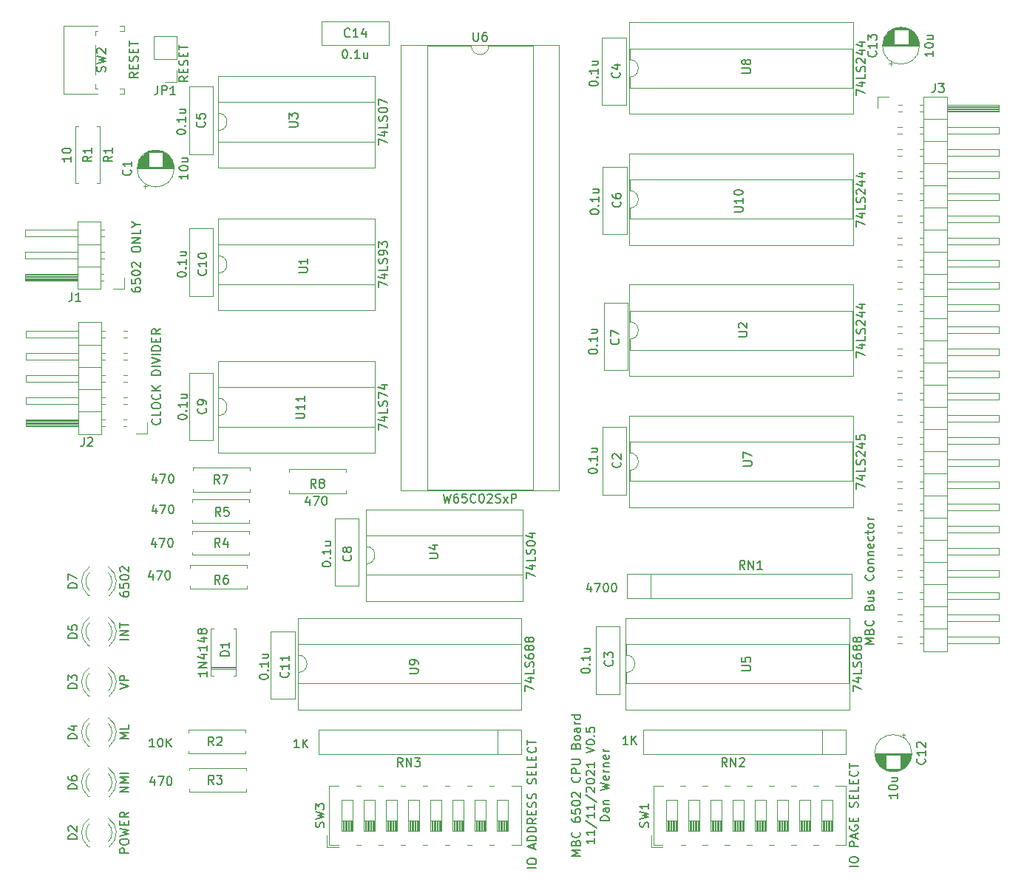
<source format=gbr>
G04 #@! TF.GenerationSoftware,KiCad,Pcbnew,(5.1.5)-3*
G04 #@! TF.CreationDate,2021-11-11T11:39:42-06:00*
G04 #@! TF.ProjectId,Z8065C02,5a383036-3543-4303-922e-6b696361645f,rev?*
G04 #@! TF.SameCoordinates,Original*
G04 #@! TF.FileFunction,Legend,Top*
G04 #@! TF.FilePolarity,Positive*
%FSLAX46Y46*%
G04 Gerber Fmt 4.6, Leading zero omitted, Abs format (unit mm)*
G04 Created by KiCad (PCBNEW (5.1.5)-3) date 2021-11-11 11:39:42*
%MOMM*%
%LPD*%
G04 APERTURE LIST*
%ADD10C,0.150000*%
%ADD11C,0.120000*%
G04 APERTURE END LIST*
D10*
X127652380Y-130171428D02*
X126652380Y-130171428D01*
X127366666Y-129838095D01*
X126652380Y-129504761D01*
X127652380Y-129504761D01*
X127128571Y-128695238D02*
X127176190Y-128552380D01*
X127223809Y-128504761D01*
X127319047Y-128457142D01*
X127461904Y-128457142D01*
X127557142Y-128504761D01*
X127604761Y-128552380D01*
X127652380Y-128647619D01*
X127652380Y-129028571D01*
X126652380Y-129028571D01*
X126652380Y-128695238D01*
X126700000Y-128600000D01*
X126747619Y-128552380D01*
X126842857Y-128504761D01*
X126938095Y-128504761D01*
X127033333Y-128552380D01*
X127080952Y-128600000D01*
X127128571Y-128695238D01*
X127128571Y-129028571D01*
X127557142Y-127457142D02*
X127604761Y-127504761D01*
X127652380Y-127647619D01*
X127652380Y-127742857D01*
X127604761Y-127885714D01*
X127509523Y-127980952D01*
X127414285Y-128028571D01*
X127223809Y-128076190D01*
X127080952Y-128076190D01*
X126890476Y-128028571D01*
X126795238Y-127980952D01*
X126700000Y-127885714D01*
X126652380Y-127742857D01*
X126652380Y-127647619D01*
X126700000Y-127504761D01*
X126747619Y-127457142D01*
X126652380Y-125838095D02*
X126652380Y-126028571D01*
X126700000Y-126123809D01*
X126747619Y-126171428D01*
X126890476Y-126266666D01*
X127080952Y-126314285D01*
X127461904Y-126314285D01*
X127557142Y-126266666D01*
X127604761Y-126219047D01*
X127652380Y-126123809D01*
X127652380Y-125933333D01*
X127604761Y-125838095D01*
X127557142Y-125790476D01*
X127461904Y-125742857D01*
X127223809Y-125742857D01*
X127128571Y-125790476D01*
X127080952Y-125838095D01*
X127033333Y-125933333D01*
X127033333Y-126123809D01*
X127080952Y-126219047D01*
X127128571Y-126266666D01*
X127223809Y-126314285D01*
X126652380Y-124838095D02*
X126652380Y-125314285D01*
X127128571Y-125361904D01*
X127080952Y-125314285D01*
X127033333Y-125219047D01*
X127033333Y-124980952D01*
X127080952Y-124885714D01*
X127128571Y-124838095D01*
X127223809Y-124790476D01*
X127461904Y-124790476D01*
X127557142Y-124838095D01*
X127604761Y-124885714D01*
X127652380Y-124980952D01*
X127652380Y-125219047D01*
X127604761Y-125314285D01*
X127557142Y-125361904D01*
X126652380Y-124171428D02*
X126652380Y-124076190D01*
X126700000Y-123980952D01*
X126747619Y-123933333D01*
X126842857Y-123885714D01*
X127033333Y-123838095D01*
X127271428Y-123838095D01*
X127461904Y-123885714D01*
X127557142Y-123933333D01*
X127604761Y-123980952D01*
X127652380Y-124076190D01*
X127652380Y-124171428D01*
X127604761Y-124266666D01*
X127557142Y-124314285D01*
X127461904Y-124361904D01*
X127271428Y-124409523D01*
X127033333Y-124409523D01*
X126842857Y-124361904D01*
X126747619Y-124314285D01*
X126700000Y-124266666D01*
X126652380Y-124171428D01*
X126747619Y-123457142D02*
X126700000Y-123409523D01*
X126652380Y-123314285D01*
X126652380Y-123076190D01*
X126700000Y-122980952D01*
X126747619Y-122933333D01*
X126842857Y-122885714D01*
X126938095Y-122885714D01*
X127080952Y-122933333D01*
X127652380Y-123504761D01*
X127652380Y-122885714D01*
X127557142Y-121123809D02*
X127604761Y-121171428D01*
X127652380Y-121314285D01*
X127652380Y-121409523D01*
X127604761Y-121552380D01*
X127509523Y-121647619D01*
X127414285Y-121695238D01*
X127223809Y-121742857D01*
X127080952Y-121742857D01*
X126890476Y-121695238D01*
X126795238Y-121647619D01*
X126700000Y-121552380D01*
X126652380Y-121409523D01*
X126652380Y-121314285D01*
X126700000Y-121171428D01*
X126747619Y-121123809D01*
X127652380Y-120695238D02*
X126652380Y-120695238D01*
X126652380Y-120314285D01*
X126700000Y-120219047D01*
X126747619Y-120171428D01*
X126842857Y-120123809D01*
X126985714Y-120123809D01*
X127080952Y-120171428D01*
X127128571Y-120219047D01*
X127176190Y-120314285D01*
X127176190Y-120695238D01*
X126652380Y-119695238D02*
X127461904Y-119695238D01*
X127557142Y-119647619D01*
X127604761Y-119600000D01*
X127652380Y-119504761D01*
X127652380Y-119314285D01*
X127604761Y-119219047D01*
X127557142Y-119171428D01*
X127461904Y-119123809D01*
X126652380Y-119123809D01*
X127128571Y-117552380D02*
X127176190Y-117409523D01*
X127223809Y-117361904D01*
X127319047Y-117314285D01*
X127461904Y-117314285D01*
X127557142Y-117361904D01*
X127604761Y-117409523D01*
X127652380Y-117504761D01*
X127652380Y-117885714D01*
X126652380Y-117885714D01*
X126652380Y-117552380D01*
X126700000Y-117457142D01*
X126747619Y-117409523D01*
X126842857Y-117361904D01*
X126938095Y-117361904D01*
X127033333Y-117409523D01*
X127080952Y-117457142D01*
X127128571Y-117552380D01*
X127128571Y-117885714D01*
X127652380Y-116742857D02*
X127604761Y-116838095D01*
X127557142Y-116885714D01*
X127461904Y-116933333D01*
X127176190Y-116933333D01*
X127080952Y-116885714D01*
X127033333Y-116838095D01*
X126985714Y-116742857D01*
X126985714Y-116600000D01*
X127033333Y-116504761D01*
X127080952Y-116457142D01*
X127176190Y-116409523D01*
X127461904Y-116409523D01*
X127557142Y-116457142D01*
X127604761Y-116504761D01*
X127652380Y-116600000D01*
X127652380Y-116742857D01*
X127652380Y-115552380D02*
X127128571Y-115552380D01*
X127033333Y-115600000D01*
X126985714Y-115695238D01*
X126985714Y-115885714D01*
X127033333Y-115980952D01*
X127604761Y-115552380D02*
X127652380Y-115647619D01*
X127652380Y-115885714D01*
X127604761Y-115980952D01*
X127509523Y-116028571D01*
X127414285Y-116028571D01*
X127319047Y-115980952D01*
X127271428Y-115885714D01*
X127271428Y-115647619D01*
X127223809Y-115552380D01*
X127652380Y-115076190D02*
X126985714Y-115076190D01*
X127176190Y-115076190D02*
X127080952Y-115028571D01*
X127033333Y-114980952D01*
X126985714Y-114885714D01*
X126985714Y-114790476D01*
X127652380Y-114028571D02*
X126652380Y-114028571D01*
X127604761Y-114028571D02*
X127652380Y-114123809D01*
X127652380Y-114314285D01*
X127604761Y-114409523D01*
X127557142Y-114457142D01*
X127461904Y-114504761D01*
X127176190Y-114504761D01*
X127080952Y-114457142D01*
X127033333Y-114409523D01*
X126985714Y-114314285D01*
X126985714Y-114123809D01*
X127033333Y-114028571D01*
X129302380Y-128195238D02*
X129302380Y-128766666D01*
X129302380Y-128480952D02*
X128302380Y-128480952D01*
X128445238Y-128576190D01*
X128540476Y-128671428D01*
X128588095Y-128766666D01*
X129302380Y-127242857D02*
X129302380Y-127814285D01*
X129302380Y-127528571D02*
X128302380Y-127528571D01*
X128445238Y-127623809D01*
X128540476Y-127719047D01*
X128588095Y-127814285D01*
X128254761Y-126100000D02*
X129540476Y-126957142D01*
X129302380Y-125242857D02*
X129302380Y-125814285D01*
X129302380Y-125528571D02*
X128302380Y-125528571D01*
X128445238Y-125623809D01*
X128540476Y-125719047D01*
X128588095Y-125814285D01*
X129302380Y-124290476D02*
X129302380Y-124861904D01*
X129302380Y-124576190D02*
X128302380Y-124576190D01*
X128445238Y-124671428D01*
X128540476Y-124766666D01*
X128588095Y-124861904D01*
X128254761Y-123147619D02*
X129540476Y-124004761D01*
X128397619Y-122861904D02*
X128350000Y-122814285D01*
X128302380Y-122719047D01*
X128302380Y-122480952D01*
X128350000Y-122385714D01*
X128397619Y-122338095D01*
X128492857Y-122290476D01*
X128588095Y-122290476D01*
X128730952Y-122338095D01*
X129302380Y-122909523D01*
X129302380Y-122290476D01*
X128302380Y-121671428D02*
X128302380Y-121576190D01*
X128350000Y-121480952D01*
X128397619Y-121433333D01*
X128492857Y-121385714D01*
X128683333Y-121338095D01*
X128921428Y-121338095D01*
X129111904Y-121385714D01*
X129207142Y-121433333D01*
X129254761Y-121480952D01*
X129302380Y-121576190D01*
X129302380Y-121671428D01*
X129254761Y-121766666D01*
X129207142Y-121814285D01*
X129111904Y-121861904D01*
X128921428Y-121909523D01*
X128683333Y-121909523D01*
X128492857Y-121861904D01*
X128397619Y-121814285D01*
X128350000Y-121766666D01*
X128302380Y-121671428D01*
X128397619Y-120957142D02*
X128350000Y-120909523D01*
X128302380Y-120814285D01*
X128302380Y-120576190D01*
X128350000Y-120480952D01*
X128397619Y-120433333D01*
X128492857Y-120385714D01*
X128588095Y-120385714D01*
X128730952Y-120433333D01*
X129302380Y-121004761D01*
X129302380Y-120385714D01*
X129302380Y-119433333D02*
X129302380Y-120004761D01*
X129302380Y-119719047D02*
X128302380Y-119719047D01*
X128445238Y-119814285D01*
X128540476Y-119909523D01*
X128588095Y-120004761D01*
X128302380Y-118385714D02*
X129302380Y-118052380D01*
X128302380Y-117719047D01*
X128302380Y-117195238D02*
X128302380Y-117100000D01*
X128350000Y-117004761D01*
X128397619Y-116957142D01*
X128492857Y-116909523D01*
X128683333Y-116861904D01*
X128921428Y-116861904D01*
X129111904Y-116909523D01*
X129207142Y-116957142D01*
X129254761Y-117004761D01*
X129302380Y-117100000D01*
X129302380Y-117195238D01*
X129254761Y-117290476D01*
X129207142Y-117338095D01*
X129111904Y-117385714D01*
X128921428Y-117433333D01*
X128683333Y-117433333D01*
X128492857Y-117385714D01*
X128397619Y-117338095D01*
X128350000Y-117290476D01*
X128302380Y-117195238D01*
X129207142Y-116433333D02*
X129254761Y-116385714D01*
X129302380Y-116433333D01*
X129254761Y-116480952D01*
X129207142Y-116433333D01*
X129302380Y-116433333D01*
X128302380Y-115480952D02*
X128302380Y-115957142D01*
X128778571Y-116004761D01*
X128730952Y-115957142D01*
X128683333Y-115861904D01*
X128683333Y-115623809D01*
X128730952Y-115528571D01*
X128778571Y-115480952D01*
X128873809Y-115433333D01*
X129111904Y-115433333D01*
X129207142Y-115480952D01*
X129254761Y-115528571D01*
X129302380Y-115623809D01*
X129302380Y-115861904D01*
X129254761Y-115957142D01*
X129207142Y-116004761D01*
X130952380Y-126147619D02*
X129952380Y-126147619D01*
X129952380Y-125909523D01*
X130000000Y-125766666D01*
X130095238Y-125671428D01*
X130190476Y-125623809D01*
X130380952Y-125576190D01*
X130523809Y-125576190D01*
X130714285Y-125623809D01*
X130809523Y-125671428D01*
X130904761Y-125766666D01*
X130952380Y-125909523D01*
X130952380Y-126147619D01*
X130952380Y-124719047D02*
X130428571Y-124719047D01*
X130333333Y-124766666D01*
X130285714Y-124861904D01*
X130285714Y-125052380D01*
X130333333Y-125147619D01*
X130904761Y-124719047D02*
X130952380Y-124814285D01*
X130952380Y-125052380D01*
X130904761Y-125147619D01*
X130809523Y-125195238D01*
X130714285Y-125195238D01*
X130619047Y-125147619D01*
X130571428Y-125052380D01*
X130571428Y-124814285D01*
X130523809Y-124719047D01*
X130285714Y-124242857D02*
X130952380Y-124242857D01*
X130380952Y-124242857D02*
X130333333Y-124195238D01*
X130285714Y-124100000D01*
X130285714Y-123957142D01*
X130333333Y-123861904D01*
X130428571Y-123814285D01*
X130952380Y-123814285D01*
X129952380Y-122671428D02*
X130952380Y-122433333D01*
X130238095Y-122242857D01*
X130952380Y-122052380D01*
X129952380Y-121814285D01*
X130904761Y-121052380D02*
X130952380Y-121147619D01*
X130952380Y-121338095D01*
X130904761Y-121433333D01*
X130809523Y-121480952D01*
X130428571Y-121480952D01*
X130333333Y-121433333D01*
X130285714Y-121338095D01*
X130285714Y-121147619D01*
X130333333Y-121052380D01*
X130428571Y-121004761D01*
X130523809Y-121004761D01*
X130619047Y-121480952D01*
X130952380Y-120576190D02*
X130285714Y-120576190D01*
X130476190Y-120576190D02*
X130380952Y-120528571D01*
X130333333Y-120480952D01*
X130285714Y-120385714D01*
X130285714Y-120290476D01*
X130285714Y-119957142D02*
X130952380Y-119957142D01*
X130380952Y-119957142D02*
X130333333Y-119909523D01*
X130285714Y-119814285D01*
X130285714Y-119671428D01*
X130333333Y-119576190D01*
X130428571Y-119528571D01*
X130952380Y-119528571D01*
X130904761Y-118671428D02*
X130952380Y-118766666D01*
X130952380Y-118957142D01*
X130904761Y-119052380D01*
X130809523Y-119100000D01*
X130428571Y-119100000D01*
X130333333Y-119052380D01*
X130285714Y-118957142D01*
X130285714Y-118766666D01*
X130333333Y-118671428D01*
X130428571Y-118623809D01*
X130523809Y-118623809D01*
X130619047Y-119100000D01*
X130952380Y-118195238D02*
X130285714Y-118195238D01*
X130476190Y-118195238D02*
X130380952Y-118147619D01*
X130333333Y-118100000D01*
X130285714Y-118004761D01*
X130285714Y-117909523D01*
D11*
X98030000Y-37245000D02*
X98030000Y-34505000D01*
X105770000Y-37245000D02*
X105770000Y-34505000D01*
X105770000Y-34505000D02*
X98030000Y-34505000D01*
X105770000Y-37245000D02*
X98030000Y-37245000D01*
X94270000Y-85855000D02*
X94270000Y-86185000D01*
X100810000Y-85855000D02*
X94270000Y-85855000D01*
X100810000Y-86185000D02*
X100810000Y-85855000D01*
X94270000Y-88595000D02*
X94270000Y-88265000D01*
X100810000Y-88595000D02*
X94270000Y-88595000D01*
X100810000Y-88265000D02*
X100810000Y-88595000D01*
X73605000Y-100290000D02*
X73761000Y-100290000D01*
X71289000Y-100290000D02*
X71445000Y-100290000D01*
X73604837Y-97688870D02*
G75*
G02X73605000Y-99770961I-1079837J-1041130D01*
G01*
X71445163Y-97688870D02*
G75*
G03X71445000Y-99770961I1079837J-1041130D01*
G01*
X73603608Y-97057665D02*
G75*
G02X73760516Y-100290000I-1078608J-1672335D01*
G01*
X71446392Y-97057665D02*
G75*
G03X71289484Y-100290000I1078608J-1672335D01*
G01*
X89855000Y-88420000D02*
X89855000Y-88090000D01*
X83315000Y-88420000D02*
X89855000Y-88420000D01*
X83315000Y-88090000D02*
X83315000Y-88420000D01*
X89855000Y-85680000D02*
X89855000Y-86010000D01*
X83315000Y-85680000D02*
X89855000Y-85680000D01*
X83315000Y-86010000D02*
X83315000Y-85680000D01*
X82970000Y-96830000D02*
X82970000Y-97160000D01*
X89510000Y-96830000D02*
X82970000Y-96830000D01*
X89510000Y-97160000D02*
X89510000Y-96830000D01*
X82970000Y-99570000D02*
X82970000Y-99240000D01*
X89510000Y-99570000D02*
X82970000Y-99570000D01*
X89510000Y-99240000D02*
X89510000Y-99570000D01*
X89755000Y-92020000D02*
X89755000Y-91690000D01*
X83215000Y-92020000D02*
X89755000Y-92020000D01*
X83215000Y-91690000D02*
X83215000Y-92020000D01*
X89755000Y-89280000D02*
X89755000Y-89610000D01*
X83215000Y-89280000D02*
X89755000Y-89280000D01*
X83215000Y-89610000D02*
X83215000Y-89280000D01*
X89755000Y-95695000D02*
X89755000Y-95365000D01*
X83215000Y-95695000D02*
X89755000Y-95695000D01*
X83215000Y-95365000D02*
X83215000Y-95695000D01*
X89755000Y-92955000D02*
X89755000Y-93285000D01*
X83215000Y-92955000D02*
X89755000Y-92955000D01*
X83215000Y-93285000D02*
X83215000Y-92955000D01*
X73605000Y-123330000D02*
X73761000Y-123330000D01*
X71289000Y-123330000D02*
X71445000Y-123330000D01*
X73604837Y-120728870D02*
G75*
G02X73605000Y-122810961I-1079837J-1041130D01*
G01*
X71445163Y-120728870D02*
G75*
G03X71445000Y-122810961I1079837J-1041130D01*
G01*
X73603608Y-120097665D02*
G75*
G02X73760516Y-123330000I-1078608J-1672335D01*
G01*
X71446392Y-120097665D02*
G75*
G03X71289484Y-123330000I1078608J-1672335D01*
G01*
X73605000Y-106050000D02*
X73761000Y-106050000D01*
X71289000Y-106050000D02*
X71445000Y-106050000D01*
X73604837Y-103448870D02*
G75*
G02X73605000Y-105530961I-1079837J-1041130D01*
G01*
X71445163Y-103448870D02*
G75*
G03X71445000Y-105530961I1079837J-1041130D01*
G01*
X73603608Y-102817665D02*
G75*
G02X73760516Y-106050000I-1078608J-1672335D01*
G01*
X71446392Y-102817665D02*
G75*
G03X71289484Y-106050000I1078608J-1672335D01*
G01*
X73605000Y-117570000D02*
X73761000Y-117570000D01*
X71289000Y-117570000D02*
X71445000Y-117570000D01*
X73604837Y-114968870D02*
G75*
G02X73605000Y-117050961I-1079837J-1041130D01*
G01*
X71445163Y-114968870D02*
G75*
G03X71445000Y-117050961I1079837J-1041130D01*
G01*
X73603608Y-114337665D02*
G75*
G02X73760516Y-117570000I-1078608J-1672335D01*
G01*
X71446392Y-114337665D02*
G75*
G03X71289484Y-117570000I1078608J-1672335D01*
G01*
X73605000Y-111810000D02*
X73761000Y-111810000D01*
X71289000Y-111810000D02*
X71445000Y-111810000D01*
X73604837Y-109208870D02*
G75*
G02X73605000Y-111290961I-1079837J-1041130D01*
G01*
X71445163Y-109208870D02*
G75*
G03X71445000Y-111290961I1079837J-1041130D01*
G01*
X73603608Y-108577665D02*
G75*
G02X73760516Y-111810000I-1078608J-1672335D01*
G01*
X71446392Y-108577665D02*
G75*
G03X71289484Y-111810000I1078608J-1672335D01*
G01*
X85305000Y-108755000D02*
X88245000Y-108755000D01*
X85305000Y-108515000D02*
X88245000Y-108515000D01*
X85305000Y-108635000D02*
X88245000Y-108635000D01*
X88245000Y-104095000D02*
X87915000Y-104095000D01*
X88245000Y-109535000D02*
X88245000Y-104095000D01*
X87915000Y-109535000D02*
X88245000Y-109535000D01*
X85305000Y-104095000D02*
X85635000Y-104095000D01*
X85305000Y-109535000D02*
X85305000Y-104095000D01*
X85635000Y-109535000D02*
X85305000Y-109535000D01*
X92205000Y-104430000D02*
X94945000Y-104430000D01*
X92205000Y-112170000D02*
X94945000Y-112170000D01*
X94945000Y-112170000D02*
X94945000Y-104430000D01*
X92205000Y-112170000D02*
X92205000Y-104430000D01*
X82880000Y-58255000D02*
X85620000Y-58255000D01*
X82880000Y-65995000D02*
X85620000Y-65995000D01*
X85620000Y-65995000D02*
X85620000Y-58255000D01*
X82880000Y-65995000D02*
X82880000Y-58255000D01*
X82880000Y-74830000D02*
X85620000Y-74830000D01*
X82880000Y-82570000D02*
X85620000Y-82570000D01*
X85620000Y-82570000D02*
X85620000Y-74830000D01*
X82880000Y-82570000D02*
X82880000Y-74830000D01*
X99530000Y-91505000D02*
X102270000Y-91505000D01*
X99530000Y-99245000D02*
X102270000Y-99245000D01*
X102270000Y-99245000D02*
X102270000Y-91505000D01*
X99530000Y-99245000D02*
X99530000Y-91505000D01*
X130330000Y-66780000D02*
X133070000Y-66780000D01*
X130330000Y-74520000D02*
X133070000Y-74520000D01*
X133070000Y-74520000D02*
X133070000Y-66780000D01*
X130330000Y-74520000D02*
X130330000Y-66780000D01*
X130230000Y-51180000D02*
X132970000Y-51180000D01*
X130230000Y-58920000D02*
X132970000Y-58920000D01*
X132970000Y-58920000D02*
X132970000Y-51180000D01*
X130230000Y-58920000D02*
X130230000Y-51180000D01*
X82880000Y-42005000D02*
X85620000Y-42005000D01*
X82880000Y-49745000D02*
X85620000Y-49745000D01*
X85620000Y-49745000D02*
X85620000Y-42005000D01*
X82880000Y-49745000D02*
X82880000Y-42005000D01*
X130130000Y-36355000D02*
X132870000Y-36355000D01*
X130130000Y-44095000D02*
X132870000Y-44095000D01*
X132870000Y-44095000D02*
X132870000Y-36355000D01*
X130130000Y-44095000D02*
X130130000Y-36355000D01*
X129430000Y-103905000D02*
X132170000Y-103905000D01*
X129430000Y-111645000D02*
X132170000Y-111645000D01*
X132170000Y-111645000D02*
X132170000Y-103905000D01*
X129430000Y-111645000D02*
X129430000Y-103905000D01*
X130205000Y-81030000D02*
X132945000Y-81030000D01*
X130205000Y-88770000D02*
X132945000Y-88770000D01*
X132945000Y-88770000D02*
X132945000Y-81030000D01*
X130205000Y-88770000D02*
X130205000Y-81030000D01*
X118120000Y-126143333D02*
X119390000Y-126143333D01*
X119320000Y-127350000D02*
X119320000Y-126143333D01*
X119200000Y-127350000D02*
X119200000Y-126143333D01*
X119080000Y-127350000D02*
X119080000Y-126143333D01*
X118960000Y-127350000D02*
X118960000Y-126143333D01*
X118840000Y-127350000D02*
X118840000Y-126143333D01*
X118720000Y-127350000D02*
X118720000Y-126143333D01*
X118600000Y-127350000D02*
X118600000Y-126143333D01*
X118480000Y-127350000D02*
X118480000Y-126143333D01*
X118360000Y-127350000D02*
X118360000Y-126143333D01*
X118240000Y-127350000D02*
X118240000Y-126143333D01*
X118120000Y-123730000D02*
X118120000Y-127350000D01*
X119390000Y-123730000D02*
X118120000Y-123730000D01*
X119390000Y-127350000D02*
X119390000Y-123730000D01*
X118120000Y-127350000D02*
X119390000Y-127350000D01*
X115580000Y-126143333D02*
X116850000Y-126143333D01*
X116780000Y-127350000D02*
X116780000Y-126143333D01*
X116660000Y-127350000D02*
X116660000Y-126143333D01*
X116540000Y-127350000D02*
X116540000Y-126143333D01*
X116420000Y-127350000D02*
X116420000Y-126143333D01*
X116300000Y-127350000D02*
X116300000Y-126143333D01*
X116180000Y-127350000D02*
X116180000Y-126143333D01*
X116060000Y-127350000D02*
X116060000Y-126143333D01*
X115940000Y-127350000D02*
X115940000Y-126143333D01*
X115820000Y-127350000D02*
X115820000Y-126143333D01*
X115700000Y-127350000D02*
X115700000Y-126143333D01*
X115580000Y-123730000D02*
X115580000Y-127350000D01*
X116850000Y-123730000D02*
X115580000Y-123730000D01*
X116850000Y-127350000D02*
X116850000Y-123730000D01*
X115580000Y-127350000D02*
X116850000Y-127350000D01*
X113040000Y-126143333D02*
X114310000Y-126143333D01*
X114240000Y-127350000D02*
X114240000Y-126143333D01*
X114120000Y-127350000D02*
X114120000Y-126143333D01*
X114000000Y-127350000D02*
X114000000Y-126143333D01*
X113880000Y-127350000D02*
X113880000Y-126143333D01*
X113760000Y-127350000D02*
X113760000Y-126143333D01*
X113640000Y-127350000D02*
X113640000Y-126143333D01*
X113520000Y-127350000D02*
X113520000Y-126143333D01*
X113400000Y-127350000D02*
X113400000Y-126143333D01*
X113280000Y-127350000D02*
X113280000Y-126143333D01*
X113160000Y-127350000D02*
X113160000Y-126143333D01*
X113040000Y-123730000D02*
X113040000Y-127350000D01*
X114310000Y-123730000D02*
X113040000Y-123730000D01*
X114310000Y-127350000D02*
X114310000Y-123730000D01*
X113040000Y-127350000D02*
X114310000Y-127350000D01*
X110500000Y-126143333D02*
X111770000Y-126143333D01*
X111700000Y-127350000D02*
X111700000Y-126143333D01*
X111580000Y-127350000D02*
X111580000Y-126143333D01*
X111460000Y-127350000D02*
X111460000Y-126143333D01*
X111340000Y-127350000D02*
X111340000Y-126143333D01*
X111220000Y-127350000D02*
X111220000Y-126143333D01*
X111100000Y-127350000D02*
X111100000Y-126143333D01*
X110980000Y-127350000D02*
X110980000Y-126143333D01*
X110860000Y-127350000D02*
X110860000Y-126143333D01*
X110740000Y-127350000D02*
X110740000Y-126143333D01*
X110620000Y-127350000D02*
X110620000Y-126143333D01*
X110500000Y-123730000D02*
X110500000Y-127350000D01*
X111770000Y-123730000D02*
X110500000Y-123730000D01*
X111770000Y-127350000D02*
X111770000Y-123730000D01*
X110500000Y-127350000D02*
X111770000Y-127350000D01*
X107960000Y-126143333D02*
X109230000Y-126143333D01*
X109160000Y-127350000D02*
X109160000Y-126143333D01*
X109040000Y-127350000D02*
X109040000Y-126143333D01*
X108920000Y-127350000D02*
X108920000Y-126143333D01*
X108800000Y-127350000D02*
X108800000Y-126143333D01*
X108680000Y-127350000D02*
X108680000Y-126143333D01*
X108560000Y-127350000D02*
X108560000Y-126143333D01*
X108440000Y-127350000D02*
X108440000Y-126143333D01*
X108320000Y-127350000D02*
X108320000Y-126143333D01*
X108200000Y-127350000D02*
X108200000Y-126143333D01*
X108080000Y-127350000D02*
X108080000Y-126143333D01*
X107960000Y-123730000D02*
X107960000Y-127350000D01*
X109230000Y-123730000D02*
X107960000Y-123730000D01*
X109230000Y-127350000D02*
X109230000Y-123730000D01*
X107960000Y-127350000D02*
X109230000Y-127350000D01*
X105420000Y-126143333D02*
X106690000Y-126143333D01*
X106620000Y-127350000D02*
X106620000Y-126143333D01*
X106500000Y-127350000D02*
X106500000Y-126143333D01*
X106380000Y-127350000D02*
X106380000Y-126143333D01*
X106260000Y-127350000D02*
X106260000Y-126143333D01*
X106140000Y-127350000D02*
X106140000Y-126143333D01*
X106020000Y-127350000D02*
X106020000Y-126143333D01*
X105900000Y-127350000D02*
X105900000Y-126143333D01*
X105780000Y-127350000D02*
X105780000Y-126143333D01*
X105660000Y-127350000D02*
X105660000Y-126143333D01*
X105540000Y-127350000D02*
X105540000Y-126143333D01*
X105420000Y-123730000D02*
X105420000Y-127350000D01*
X106690000Y-123730000D02*
X105420000Y-123730000D01*
X106690000Y-127350000D02*
X106690000Y-123730000D01*
X105420000Y-127350000D02*
X106690000Y-127350000D01*
X102880000Y-126143333D02*
X104150000Y-126143333D01*
X104080000Y-127350000D02*
X104080000Y-126143333D01*
X103960000Y-127350000D02*
X103960000Y-126143333D01*
X103840000Y-127350000D02*
X103840000Y-126143333D01*
X103720000Y-127350000D02*
X103720000Y-126143333D01*
X103600000Y-127350000D02*
X103600000Y-126143333D01*
X103480000Y-127350000D02*
X103480000Y-126143333D01*
X103360000Y-127350000D02*
X103360000Y-126143333D01*
X103240000Y-127350000D02*
X103240000Y-126143333D01*
X103120000Y-127350000D02*
X103120000Y-126143333D01*
X103000000Y-127350000D02*
X103000000Y-126143333D01*
X102880000Y-123730000D02*
X102880000Y-127350000D01*
X104150000Y-123730000D02*
X102880000Y-123730000D01*
X104150000Y-127350000D02*
X104150000Y-123730000D01*
X102880000Y-127350000D02*
X104150000Y-127350000D01*
X100340000Y-126143333D02*
X101610000Y-126143333D01*
X101540000Y-127350000D02*
X101540000Y-126143333D01*
X101420000Y-127350000D02*
X101420000Y-126143333D01*
X101300000Y-127350000D02*
X101300000Y-126143333D01*
X101180000Y-127350000D02*
X101180000Y-126143333D01*
X101060000Y-127350000D02*
X101060000Y-126143333D01*
X100940000Y-127350000D02*
X100940000Y-126143333D01*
X100820000Y-127350000D02*
X100820000Y-126143333D01*
X100700000Y-127350000D02*
X100700000Y-126143333D01*
X100580000Y-127350000D02*
X100580000Y-126143333D01*
X100460000Y-127350000D02*
X100460000Y-126143333D01*
X100340000Y-123730000D02*
X100340000Y-127350000D01*
X101610000Y-123730000D02*
X100340000Y-123730000D01*
X101610000Y-127350000D02*
X101610000Y-123730000D01*
X100340000Y-127350000D02*
X101610000Y-127350000D01*
X98625000Y-129190000D02*
X99935000Y-129190000D01*
X98625000Y-129190000D02*
X98625000Y-127807000D01*
X101966000Y-122129000D02*
X102526000Y-122129000D01*
X98865000Y-122129000D02*
X99985000Y-122129000D01*
X104506000Y-122129000D02*
X105066000Y-122129000D01*
X107046000Y-122129000D02*
X107606000Y-122129000D01*
X109586000Y-122129000D02*
X110146000Y-122129000D01*
X112126000Y-122129000D02*
X112686000Y-122129000D01*
X114666000Y-122129000D02*
X115226000Y-122129000D01*
X117206000Y-122129000D02*
X117765000Y-122129000D01*
X119746000Y-122129000D02*
X120866000Y-122129000D01*
X119745000Y-128950000D02*
X120866000Y-128950000D01*
X117205000Y-128950000D02*
X117765000Y-128950000D01*
X114665000Y-128950000D02*
X115225000Y-128950000D01*
X112125000Y-128950000D02*
X112685000Y-128950000D01*
X109585000Y-128950000D02*
X110145000Y-128950000D01*
X107045000Y-128950000D02*
X107606000Y-128950000D01*
X104505000Y-128950000D02*
X105066000Y-128950000D01*
X102015000Y-128950000D02*
X102526000Y-128950000D01*
X98865000Y-128950000D02*
X99935000Y-128950000D01*
X120866000Y-128950000D02*
X120866000Y-122129000D01*
X98865000Y-128950000D02*
X98865000Y-122129000D01*
X155270000Y-126143333D02*
X156540000Y-126143333D01*
X156470000Y-127350000D02*
X156470000Y-126143333D01*
X156350000Y-127350000D02*
X156350000Y-126143333D01*
X156230000Y-127350000D02*
X156230000Y-126143333D01*
X156110000Y-127350000D02*
X156110000Y-126143333D01*
X155990000Y-127350000D02*
X155990000Y-126143333D01*
X155870000Y-127350000D02*
X155870000Y-126143333D01*
X155750000Y-127350000D02*
X155750000Y-126143333D01*
X155630000Y-127350000D02*
X155630000Y-126143333D01*
X155510000Y-127350000D02*
X155510000Y-126143333D01*
X155390000Y-127350000D02*
X155390000Y-126143333D01*
X155270000Y-123730000D02*
X155270000Y-127350000D01*
X156540000Y-123730000D02*
X155270000Y-123730000D01*
X156540000Y-127350000D02*
X156540000Y-123730000D01*
X155270000Y-127350000D02*
X156540000Y-127350000D01*
X152730000Y-126143333D02*
X154000000Y-126143333D01*
X153930000Y-127350000D02*
X153930000Y-126143333D01*
X153810000Y-127350000D02*
X153810000Y-126143333D01*
X153690000Y-127350000D02*
X153690000Y-126143333D01*
X153570000Y-127350000D02*
X153570000Y-126143333D01*
X153450000Y-127350000D02*
X153450000Y-126143333D01*
X153330000Y-127350000D02*
X153330000Y-126143333D01*
X153210000Y-127350000D02*
X153210000Y-126143333D01*
X153090000Y-127350000D02*
X153090000Y-126143333D01*
X152970000Y-127350000D02*
X152970000Y-126143333D01*
X152850000Y-127350000D02*
X152850000Y-126143333D01*
X152730000Y-123730000D02*
X152730000Y-127350000D01*
X154000000Y-123730000D02*
X152730000Y-123730000D01*
X154000000Y-127350000D02*
X154000000Y-123730000D01*
X152730000Y-127350000D02*
X154000000Y-127350000D01*
X150190000Y-126143333D02*
X151460000Y-126143333D01*
X151390000Y-127350000D02*
X151390000Y-126143333D01*
X151270000Y-127350000D02*
X151270000Y-126143333D01*
X151150000Y-127350000D02*
X151150000Y-126143333D01*
X151030000Y-127350000D02*
X151030000Y-126143333D01*
X150910000Y-127350000D02*
X150910000Y-126143333D01*
X150790000Y-127350000D02*
X150790000Y-126143333D01*
X150670000Y-127350000D02*
X150670000Y-126143333D01*
X150550000Y-127350000D02*
X150550000Y-126143333D01*
X150430000Y-127350000D02*
X150430000Y-126143333D01*
X150310000Y-127350000D02*
X150310000Y-126143333D01*
X150190000Y-123730000D02*
X150190000Y-127350000D01*
X151460000Y-123730000D02*
X150190000Y-123730000D01*
X151460000Y-127350000D02*
X151460000Y-123730000D01*
X150190000Y-127350000D02*
X151460000Y-127350000D01*
X147650000Y-126143333D02*
X148920000Y-126143333D01*
X148850000Y-127350000D02*
X148850000Y-126143333D01*
X148730000Y-127350000D02*
X148730000Y-126143333D01*
X148610000Y-127350000D02*
X148610000Y-126143333D01*
X148490000Y-127350000D02*
X148490000Y-126143333D01*
X148370000Y-127350000D02*
X148370000Y-126143333D01*
X148250000Y-127350000D02*
X148250000Y-126143333D01*
X148130000Y-127350000D02*
X148130000Y-126143333D01*
X148010000Y-127350000D02*
X148010000Y-126143333D01*
X147890000Y-127350000D02*
X147890000Y-126143333D01*
X147770000Y-127350000D02*
X147770000Y-126143333D01*
X147650000Y-123730000D02*
X147650000Y-127350000D01*
X148920000Y-123730000D02*
X147650000Y-123730000D01*
X148920000Y-127350000D02*
X148920000Y-123730000D01*
X147650000Y-127350000D02*
X148920000Y-127350000D01*
X145110000Y-126143333D02*
X146380000Y-126143333D01*
X146310000Y-127350000D02*
X146310000Y-126143333D01*
X146190000Y-127350000D02*
X146190000Y-126143333D01*
X146070000Y-127350000D02*
X146070000Y-126143333D01*
X145950000Y-127350000D02*
X145950000Y-126143333D01*
X145830000Y-127350000D02*
X145830000Y-126143333D01*
X145710000Y-127350000D02*
X145710000Y-126143333D01*
X145590000Y-127350000D02*
X145590000Y-126143333D01*
X145470000Y-127350000D02*
X145470000Y-126143333D01*
X145350000Y-127350000D02*
X145350000Y-126143333D01*
X145230000Y-127350000D02*
X145230000Y-126143333D01*
X145110000Y-123730000D02*
X145110000Y-127350000D01*
X146380000Y-123730000D02*
X145110000Y-123730000D01*
X146380000Y-127350000D02*
X146380000Y-123730000D01*
X145110000Y-127350000D02*
X146380000Y-127350000D01*
X142570000Y-126143333D02*
X143840000Y-126143333D01*
X143770000Y-127350000D02*
X143770000Y-126143333D01*
X143650000Y-127350000D02*
X143650000Y-126143333D01*
X143530000Y-127350000D02*
X143530000Y-126143333D01*
X143410000Y-127350000D02*
X143410000Y-126143333D01*
X143290000Y-127350000D02*
X143290000Y-126143333D01*
X143170000Y-127350000D02*
X143170000Y-126143333D01*
X143050000Y-127350000D02*
X143050000Y-126143333D01*
X142930000Y-127350000D02*
X142930000Y-126143333D01*
X142810000Y-127350000D02*
X142810000Y-126143333D01*
X142690000Y-127350000D02*
X142690000Y-126143333D01*
X142570000Y-123730000D02*
X142570000Y-127350000D01*
X143840000Y-123730000D02*
X142570000Y-123730000D01*
X143840000Y-127350000D02*
X143840000Y-123730000D01*
X142570000Y-127350000D02*
X143840000Y-127350000D01*
X140030000Y-126143333D02*
X141300000Y-126143333D01*
X141230000Y-127350000D02*
X141230000Y-126143333D01*
X141110000Y-127350000D02*
X141110000Y-126143333D01*
X140990000Y-127350000D02*
X140990000Y-126143333D01*
X140870000Y-127350000D02*
X140870000Y-126143333D01*
X140750000Y-127350000D02*
X140750000Y-126143333D01*
X140630000Y-127350000D02*
X140630000Y-126143333D01*
X140510000Y-127350000D02*
X140510000Y-126143333D01*
X140390000Y-127350000D02*
X140390000Y-126143333D01*
X140270000Y-127350000D02*
X140270000Y-126143333D01*
X140150000Y-127350000D02*
X140150000Y-126143333D01*
X140030000Y-123730000D02*
X140030000Y-127350000D01*
X141300000Y-123730000D02*
X140030000Y-123730000D01*
X141300000Y-127350000D02*
X141300000Y-123730000D01*
X140030000Y-127350000D02*
X141300000Y-127350000D01*
X137490000Y-126143333D02*
X138760000Y-126143333D01*
X138690000Y-127350000D02*
X138690000Y-126143333D01*
X138570000Y-127350000D02*
X138570000Y-126143333D01*
X138450000Y-127350000D02*
X138450000Y-126143333D01*
X138330000Y-127350000D02*
X138330000Y-126143333D01*
X138210000Y-127350000D02*
X138210000Y-126143333D01*
X138090000Y-127350000D02*
X138090000Y-126143333D01*
X137970000Y-127350000D02*
X137970000Y-126143333D01*
X137850000Y-127350000D02*
X137850000Y-126143333D01*
X137730000Y-127350000D02*
X137730000Y-126143333D01*
X137610000Y-127350000D02*
X137610000Y-126143333D01*
X137490000Y-123730000D02*
X137490000Y-127350000D01*
X138760000Y-123730000D02*
X137490000Y-123730000D01*
X138760000Y-127350000D02*
X138760000Y-123730000D01*
X137490000Y-127350000D02*
X138760000Y-127350000D01*
X135775000Y-129190000D02*
X137085000Y-129190000D01*
X135775000Y-129190000D02*
X135775000Y-127807000D01*
X139116000Y-122129000D02*
X139676000Y-122129000D01*
X136015000Y-122129000D02*
X137135000Y-122129000D01*
X141656000Y-122129000D02*
X142216000Y-122129000D01*
X144196000Y-122129000D02*
X144756000Y-122129000D01*
X146736000Y-122129000D02*
X147296000Y-122129000D01*
X149276000Y-122129000D02*
X149836000Y-122129000D01*
X151816000Y-122129000D02*
X152376000Y-122129000D01*
X154356000Y-122129000D02*
X154915000Y-122129000D01*
X156896000Y-122129000D02*
X158016000Y-122129000D01*
X156895000Y-128950000D02*
X158016000Y-128950000D01*
X154355000Y-128950000D02*
X154915000Y-128950000D01*
X151815000Y-128950000D02*
X152375000Y-128950000D01*
X149275000Y-128950000D02*
X149835000Y-128950000D01*
X146735000Y-128950000D02*
X147295000Y-128950000D01*
X144195000Y-128950000D02*
X144756000Y-128950000D01*
X141655000Y-128950000D02*
X142216000Y-128950000D01*
X139165000Y-128950000D02*
X139676000Y-128950000D01*
X136015000Y-128950000D02*
X137085000Y-128950000D01*
X158016000Y-128950000D02*
X158016000Y-122129000D01*
X136015000Y-128950000D02*
X136015000Y-122129000D01*
X125230000Y-37260000D02*
X107110000Y-37260000D01*
X125230000Y-88300000D02*
X125230000Y-37260000D01*
X107110000Y-88300000D02*
X125230000Y-88300000D01*
X107110000Y-37260000D02*
X107110000Y-88300000D01*
X122230000Y-37320000D02*
X117170000Y-37320000D01*
X122230000Y-88240000D02*
X122230000Y-37320000D01*
X110110000Y-88240000D02*
X122230000Y-88240000D01*
X110110000Y-37320000D02*
X110110000Y-88240000D01*
X115170000Y-37320000D02*
X110110000Y-37320000D01*
X117170000Y-37320000D02*
G75*
G02X115170000Y-37320000I-1000000J0D01*
G01*
X86135000Y-57127500D02*
X86135000Y-67627500D01*
X104155000Y-57127500D02*
X86135000Y-57127500D01*
X104155000Y-67627500D02*
X104155000Y-57127500D01*
X86135000Y-67627500D02*
X104155000Y-67627500D01*
X86195000Y-60127500D02*
X86195000Y-61377500D01*
X104095000Y-60127500D02*
X86195000Y-60127500D01*
X104095000Y-64627500D02*
X104095000Y-60127500D01*
X86195000Y-64627500D02*
X104095000Y-64627500D01*
X86195000Y-63377500D02*
X86195000Y-64627500D01*
X86195000Y-61377500D02*
G75*
G02X86195000Y-63377500I0J-1000000D01*
G01*
X86135000Y-73465000D02*
X86135000Y-83965000D01*
X104155000Y-73465000D02*
X86135000Y-73465000D01*
X104155000Y-83965000D02*
X104155000Y-73465000D01*
X86135000Y-83965000D02*
X104155000Y-83965000D01*
X86195000Y-76465000D02*
X86195000Y-77715000D01*
X104095000Y-76465000D02*
X86195000Y-76465000D01*
X104095000Y-80965000D02*
X104095000Y-76465000D01*
X86195000Y-80965000D02*
X104095000Y-80965000D01*
X86195000Y-79715000D02*
X86195000Y-80965000D01*
X86195000Y-77715000D02*
G75*
G02X86195000Y-79715000I0J-1000000D01*
G01*
X133235000Y-49669200D02*
X133235000Y-60169200D01*
X158875000Y-49669200D02*
X133235000Y-49669200D01*
X158875000Y-60169200D02*
X158875000Y-49669200D01*
X133235000Y-60169200D02*
X158875000Y-60169200D01*
X133295000Y-52669200D02*
X133295000Y-53919200D01*
X158815000Y-52669200D02*
X133295000Y-52669200D01*
X158815000Y-57169200D02*
X158815000Y-52669200D01*
X133295000Y-57169200D02*
X158815000Y-57169200D01*
X133295000Y-55919200D02*
X133295000Y-57169200D01*
X133295000Y-53919200D02*
G75*
G02X133295000Y-55919200I0J-1000000D01*
G01*
X95285000Y-102915000D02*
X95285000Y-113415000D01*
X120925000Y-102915000D02*
X95285000Y-102915000D01*
X120925000Y-113415000D02*
X120925000Y-102915000D01*
X95285000Y-113415000D02*
X120925000Y-113415000D01*
X95345000Y-105915000D02*
X95345000Y-107165000D01*
X120865000Y-105915000D02*
X95345000Y-105915000D01*
X120865000Y-110415000D02*
X120865000Y-105915000D01*
X95345000Y-110415000D02*
X120865000Y-110415000D01*
X95345000Y-109165000D02*
X95345000Y-110415000D01*
X95345000Y-107165000D02*
G75*
G02X95345000Y-109165000I0J-1000000D01*
G01*
X133235000Y-34640000D02*
X133235000Y-45140000D01*
X158875000Y-34640000D02*
X133235000Y-34640000D01*
X158875000Y-45140000D02*
X158875000Y-34640000D01*
X133235000Y-45140000D02*
X158875000Y-45140000D01*
X133295000Y-37640000D02*
X133295000Y-38890000D01*
X158815000Y-37640000D02*
X133295000Y-37640000D01*
X158815000Y-42140000D02*
X158815000Y-37640000D01*
X133295000Y-42140000D02*
X158815000Y-42140000D01*
X133295000Y-40890000D02*
X133295000Y-42140000D01*
X133295000Y-38890000D02*
G75*
G02X133295000Y-40890000I0J-1000000D01*
G01*
X133235000Y-79727500D02*
X133235000Y-90227500D01*
X158875000Y-79727500D02*
X133235000Y-79727500D01*
X158875000Y-90227500D02*
X158875000Y-79727500D01*
X133235000Y-90227500D02*
X158875000Y-90227500D01*
X133295000Y-82727500D02*
X133295000Y-83977500D01*
X158815000Y-82727500D02*
X133295000Y-82727500D01*
X158815000Y-87227500D02*
X158815000Y-82727500D01*
X133295000Y-87227500D02*
X158815000Y-87227500D01*
X133295000Y-85977500D02*
X133295000Y-87227500D01*
X133295000Y-83977500D02*
G75*
G02X133295000Y-85977500I0J-1000000D01*
G01*
X132835000Y-102915000D02*
X132835000Y-113415000D01*
X158475000Y-102915000D02*
X132835000Y-102915000D01*
X158475000Y-113415000D02*
X158475000Y-102915000D01*
X132835000Y-113415000D02*
X158475000Y-113415000D01*
X132895000Y-105915000D02*
X132895000Y-107165000D01*
X158415000Y-105915000D02*
X132895000Y-105915000D01*
X158415000Y-110415000D02*
X158415000Y-105915000D01*
X132895000Y-110415000D02*
X158415000Y-110415000D01*
X132895000Y-109165000D02*
X132895000Y-110415000D01*
X132895000Y-107165000D02*
G75*
G02X132895000Y-109165000I0J-1000000D01*
G01*
X103065000Y-90465000D02*
X103065000Y-100965000D01*
X121085000Y-90465000D02*
X103065000Y-90465000D01*
X121085000Y-100965000D02*
X121085000Y-90465000D01*
X103065000Y-100965000D02*
X121085000Y-100965000D01*
X103125000Y-93465000D02*
X103125000Y-94715000D01*
X121025000Y-93465000D02*
X103125000Y-93465000D01*
X121025000Y-97965000D02*
X121025000Y-93465000D01*
X103125000Y-97965000D02*
X121025000Y-97965000D01*
X103125000Y-96715000D02*
X103125000Y-97965000D01*
X103125000Y-94715000D02*
G75*
G02X103125000Y-96715000I0J-1000000D01*
G01*
X86135000Y-40790000D02*
X86135000Y-51290000D01*
X104155000Y-40790000D02*
X86135000Y-40790000D01*
X104155000Y-51290000D02*
X104155000Y-40790000D01*
X86135000Y-51290000D02*
X104155000Y-51290000D01*
X86195000Y-43790000D02*
X86195000Y-45040000D01*
X104095000Y-43790000D02*
X86195000Y-43790000D01*
X104095000Y-48290000D02*
X104095000Y-43790000D01*
X86195000Y-48290000D02*
X104095000Y-48290000D01*
X86195000Y-47040000D02*
X86195000Y-48290000D01*
X86195000Y-45040000D02*
G75*
G02X86195000Y-47040000I0J-1000000D01*
G01*
X133235000Y-64698300D02*
X133235000Y-75198300D01*
X158875000Y-64698300D02*
X133235000Y-64698300D01*
X158875000Y-75198300D02*
X158875000Y-64698300D01*
X133235000Y-75198300D02*
X158875000Y-75198300D01*
X133295000Y-67698300D02*
X133295000Y-68948300D01*
X158815000Y-67698300D02*
X133295000Y-67698300D01*
X158815000Y-72198300D02*
X158815000Y-67698300D01*
X133295000Y-72198300D02*
X158815000Y-72198300D01*
X133295000Y-70948300D02*
X133295000Y-72198300D01*
X133295000Y-68948300D02*
G75*
G02X133295000Y-70948300I0J-1000000D01*
G01*
X72120000Y-40625000D02*
X72120000Y-37225000D01*
X72120000Y-42265000D02*
X72120000Y-41725000D01*
X74950000Y-35065000D02*
X75460000Y-35065000D01*
X75460000Y-35585000D02*
X75460000Y-35065000D01*
X74950000Y-35585000D02*
X75460000Y-35585000D01*
X72120000Y-36125000D02*
X72120000Y-35585000D01*
X74950000Y-42785000D02*
X75460000Y-42785000D01*
X74950000Y-42265000D02*
X75460000Y-42265000D01*
X72120000Y-35585000D02*
X72350000Y-35585000D01*
X68450000Y-42785000D02*
X72350000Y-42785000D01*
X75460000Y-42785000D02*
X75460000Y-42265000D01*
X68450000Y-35065000D02*
X72350000Y-35065000D01*
X68450000Y-42785000D02*
X68450000Y-35065000D01*
X72120000Y-42265000D02*
X72350000Y-42265000D01*
X118155000Y-118488000D02*
X118155000Y-115688000D01*
X97665000Y-118488000D02*
X120865000Y-118488000D01*
X97665000Y-115688000D02*
X97665000Y-118488000D01*
X120865000Y-115688000D02*
X97665000Y-115688000D01*
X120865000Y-118488000D02*
X120865000Y-115688000D01*
X155305000Y-118488000D02*
X155305000Y-115688000D01*
X134815000Y-118488000D02*
X158015000Y-118488000D01*
X134815000Y-115688000D02*
X134815000Y-118488000D01*
X158015000Y-115688000D02*
X134815000Y-115688000D01*
X158015000Y-118488000D02*
X158015000Y-115688000D01*
X135745000Y-97862500D02*
X135745000Y-100662500D01*
X158775000Y-97862500D02*
X133035000Y-97862500D01*
X158775000Y-100662500D02*
X158775000Y-97862500D01*
X133035000Y-100662500D02*
X158775000Y-100662500D01*
X133035000Y-97862500D02*
X133035000Y-100662500D01*
X82870000Y-120080000D02*
X82870000Y-120410000D01*
X89410000Y-120080000D02*
X82870000Y-120080000D01*
X89410000Y-120410000D02*
X89410000Y-120080000D01*
X82870000Y-122820000D02*
X82870000Y-122490000D01*
X89410000Y-122820000D02*
X82870000Y-122820000D01*
X89410000Y-122490000D02*
X89410000Y-122820000D01*
X82770000Y-115730000D02*
X82770000Y-116060000D01*
X89310000Y-115730000D02*
X82770000Y-115730000D01*
X89310000Y-116060000D02*
X89310000Y-115730000D01*
X82770000Y-118470000D02*
X82770000Y-118140000D01*
X89310000Y-118470000D02*
X82770000Y-118470000D01*
X89310000Y-118140000D02*
X89310000Y-118470000D01*
X69855000Y-53080000D02*
X70185000Y-53080000D01*
X69855000Y-46540000D02*
X69855000Y-53080000D01*
X70185000Y-46540000D02*
X69855000Y-46540000D01*
X72595000Y-53080000D02*
X72265000Y-53080000D01*
X72595000Y-46540000D02*
X72595000Y-53080000D01*
X72265000Y-46540000D02*
X72595000Y-46540000D01*
X81430000Y-41455000D02*
X80100000Y-41455000D01*
X81430000Y-40125000D02*
X81430000Y-41455000D01*
X81430000Y-38855000D02*
X78770000Y-38855000D01*
X78770000Y-38855000D02*
X78770000Y-36255000D01*
X81430000Y-38855000D02*
X81430000Y-36255000D01*
X81430000Y-36255000D02*
X78770000Y-36255000D01*
X161705000Y-43180000D02*
X162975000Y-43180000D01*
X161705000Y-44450000D02*
X161705000Y-43180000D01*
X164017929Y-105790000D02*
X164472071Y-105790000D01*
X164017929Y-105030000D02*
X164472071Y-105030000D01*
X166557929Y-105790000D02*
X166955000Y-105790000D01*
X166557929Y-105030000D02*
X166955000Y-105030000D01*
X175615000Y-105790000D02*
X169615000Y-105790000D01*
X175615000Y-105030000D02*
X175615000Y-105790000D01*
X169615000Y-105030000D02*
X175615000Y-105030000D01*
X166955000Y-104140000D02*
X169615000Y-104140000D01*
X164017929Y-103250000D02*
X164472071Y-103250000D01*
X164017929Y-102490000D02*
X164472071Y-102490000D01*
X166557929Y-103250000D02*
X166955000Y-103250000D01*
X166557929Y-102490000D02*
X166955000Y-102490000D01*
X175615000Y-103250000D02*
X169615000Y-103250000D01*
X175615000Y-102490000D02*
X175615000Y-103250000D01*
X169615000Y-102490000D02*
X175615000Y-102490000D01*
X166955000Y-101600000D02*
X169615000Y-101600000D01*
X164017929Y-100710000D02*
X164472071Y-100710000D01*
X164017929Y-99950000D02*
X164472071Y-99950000D01*
X166557929Y-100710000D02*
X166955000Y-100710000D01*
X166557929Y-99950000D02*
X166955000Y-99950000D01*
X175615000Y-100710000D02*
X169615000Y-100710000D01*
X175615000Y-99950000D02*
X175615000Y-100710000D01*
X169615000Y-99950000D02*
X175615000Y-99950000D01*
X166955000Y-99060000D02*
X169615000Y-99060000D01*
X164017929Y-98170000D02*
X164472071Y-98170000D01*
X164017929Y-97410000D02*
X164472071Y-97410000D01*
X166557929Y-98170000D02*
X166955000Y-98170000D01*
X166557929Y-97410000D02*
X166955000Y-97410000D01*
X175615000Y-98170000D02*
X169615000Y-98170000D01*
X175615000Y-97410000D02*
X175615000Y-98170000D01*
X169615000Y-97410000D02*
X175615000Y-97410000D01*
X166955000Y-96520000D02*
X169615000Y-96520000D01*
X164017929Y-95630000D02*
X164472071Y-95630000D01*
X164017929Y-94870000D02*
X164472071Y-94870000D01*
X166557929Y-95630000D02*
X166955000Y-95630000D01*
X166557929Y-94870000D02*
X166955000Y-94870000D01*
X175615000Y-95630000D02*
X169615000Y-95630000D01*
X175615000Y-94870000D02*
X175615000Y-95630000D01*
X169615000Y-94870000D02*
X175615000Y-94870000D01*
X166955000Y-93980000D02*
X169615000Y-93980000D01*
X164017929Y-93090000D02*
X164472071Y-93090000D01*
X164017929Y-92330000D02*
X164472071Y-92330000D01*
X166557929Y-93090000D02*
X166955000Y-93090000D01*
X166557929Y-92330000D02*
X166955000Y-92330000D01*
X175615000Y-93090000D02*
X169615000Y-93090000D01*
X175615000Y-92330000D02*
X175615000Y-93090000D01*
X169615000Y-92330000D02*
X175615000Y-92330000D01*
X166955000Y-91440000D02*
X169615000Y-91440000D01*
X164017929Y-90550000D02*
X164472071Y-90550000D01*
X164017929Y-89790000D02*
X164472071Y-89790000D01*
X166557929Y-90550000D02*
X166955000Y-90550000D01*
X166557929Y-89790000D02*
X166955000Y-89790000D01*
X175615000Y-90550000D02*
X169615000Y-90550000D01*
X175615000Y-89790000D02*
X175615000Y-90550000D01*
X169615000Y-89790000D02*
X175615000Y-89790000D01*
X166955000Y-88900000D02*
X169615000Y-88900000D01*
X164017929Y-88010000D02*
X164472071Y-88010000D01*
X164017929Y-87250000D02*
X164472071Y-87250000D01*
X166557929Y-88010000D02*
X166955000Y-88010000D01*
X166557929Y-87250000D02*
X166955000Y-87250000D01*
X175615000Y-88010000D02*
X169615000Y-88010000D01*
X175615000Y-87250000D02*
X175615000Y-88010000D01*
X169615000Y-87250000D02*
X175615000Y-87250000D01*
X166955000Y-86360000D02*
X169615000Y-86360000D01*
X164017929Y-85470000D02*
X164472071Y-85470000D01*
X164017929Y-84710000D02*
X164472071Y-84710000D01*
X166557929Y-85470000D02*
X166955000Y-85470000D01*
X166557929Y-84710000D02*
X166955000Y-84710000D01*
X175615000Y-85470000D02*
X169615000Y-85470000D01*
X175615000Y-84710000D02*
X175615000Y-85470000D01*
X169615000Y-84710000D02*
X175615000Y-84710000D01*
X166955000Y-83820000D02*
X169615000Y-83820000D01*
X164017929Y-82930000D02*
X164472071Y-82930000D01*
X164017929Y-82170000D02*
X164472071Y-82170000D01*
X166557929Y-82930000D02*
X166955000Y-82930000D01*
X166557929Y-82170000D02*
X166955000Y-82170000D01*
X175615000Y-82930000D02*
X169615000Y-82930000D01*
X175615000Y-82170000D02*
X175615000Y-82930000D01*
X169615000Y-82170000D02*
X175615000Y-82170000D01*
X166955000Y-81280000D02*
X169615000Y-81280000D01*
X164017929Y-80390000D02*
X164472071Y-80390000D01*
X164017929Y-79630000D02*
X164472071Y-79630000D01*
X166557929Y-80390000D02*
X166955000Y-80390000D01*
X166557929Y-79630000D02*
X166955000Y-79630000D01*
X175615000Y-80390000D02*
X169615000Y-80390000D01*
X175615000Y-79630000D02*
X175615000Y-80390000D01*
X169615000Y-79630000D02*
X175615000Y-79630000D01*
X166955000Y-78740000D02*
X169615000Y-78740000D01*
X164017929Y-77850000D02*
X164472071Y-77850000D01*
X164017929Y-77090000D02*
X164472071Y-77090000D01*
X166557929Y-77850000D02*
X166955000Y-77850000D01*
X166557929Y-77090000D02*
X166955000Y-77090000D01*
X175615000Y-77850000D02*
X169615000Y-77850000D01*
X175615000Y-77090000D02*
X175615000Y-77850000D01*
X169615000Y-77090000D02*
X175615000Y-77090000D01*
X166955000Y-76200000D02*
X169615000Y-76200000D01*
X164017929Y-75310000D02*
X164472071Y-75310000D01*
X164017929Y-74550000D02*
X164472071Y-74550000D01*
X166557929Y-75310000D02*
X166955000Y-75310000D01*
X166557929Y-74550000D02*
X166955000Y-74550000D01*
X175615000Y-75310000D02*
X169615000Y-75310000D01*
X175615000Y-74550000D02*
X175615000Y-75310000D01*
X169615000Y-74550000D02*
X175615000Y-74550000D01*
X166955000Y-73660000D02*
X169615000Y-73660000D01*
X164017929Y-72770000D02*
X164472071Y-72770000D01*
X164017929Y-72010000D02*
X164472071Y-72010000D01*
X166557929Y-72770000D02*
X166955000Y-72770000D01*
X166557929Y-72010000D02*
X166955000Y-72010000D01*
X175615000Y-72770000D02*
X169615000Y-72770000D01*
X175615000Y-72010000D02*
X175615000Y-72770000D01*
X169615000Y-72010000D02*
X175615000Y-72010000D01*
X166955000Y-71120000D02*
X169615000Y-71120000D01*
X164017929Y-70230000D02*
X164472071Y-70230000D01*
X164017929Y-69470000D02*
X164472071Y-69470000D01*
X166557929Y-70230000D02*
X166955000Y-70230000D01*
X166557929Y-69470000D02*
X166955000Y-69470000D01*
X175615000Y-70230000D02*
X169615000Y-70230000D01*
X175615000Y-69470000D02*
X175615000Y-70230000D01*
X169615000Y-69470000D02*
X175615000Y-69470000D01*
X166955000Y-68580000D02*
X169615000Y-68580000D01*
X164017929Y-67690000D02*
X164472071Y-67690000D01*
X164017929Y-66930000D02*
X164472071Y-66930000D01*
X166557929Y-67690000D02*
X166955000Y-67690000D01*
X166557929Y-66930000D02*
X166955000Y-66930000D01*
X175615000Y-67690000D02*
X169615000Y-67690000D01*
X175615000Y-66930000D02*
X175615000Y-67690000D01*
X169615000Y-66930000D02*
X175615000Y-66930000D01*
X166955000Y-66040000D02*
X169615000Y-66040000D01*
X164017929Y-65150000D02*
X164472071Y-65150000D01*
X164017929Y-64390000D02*
X164472071Y-64390000D01*
X166557929Y-65150000D02*
X166955000Y-65150000D01*
X166557929Y-64390000D02*
X166955000Y-64390000D01*
X175615000Y-65150000D02*
X169615000Y-65150000D01*
X175615000Y-64390000D02*
X175615000Y-65150000D01*
X169615000Y-64390000D02*
X175615000Y-64390000D01*
X166955000Y-63500000D02*
X169615000Y-63500000D01*
X164017929Y-62610000D02*
X164472071Y-62610000D01*
X164017929Y-61850000D02*
X164472071Y-61850000D01*
X166557929Y-62610000D02*
X166955000Y-62610000D01*
X166557929Y-61850000D02*
X166955000Y-61850000D01*
X175615000Y-62610000D02*
X169615000Y-62610000D01*
X175615000Y-61850000D02*
X175615000Y-62610000D01*
X169615000Y-61850000D02*
X175615000Y-61850000D01*
X166955000Y-60960000D02*
X169615000Y-60960000D01*
X164017929Y-60070000D02*
X164472071Y-60070000D01*
X164017929Y-59310000D02*
X164472071Y-59310000D01*
X166557929Y-60070000D02*
X166955000Y-60070000D01*
X166557929Y-59310000D02*
X166955000Y-59310000D01*
X175615000Y-60070000D02*
X169615000Y-60070000D01*
X175615000Y-59310000D02*
X175615000Y-60070000D01*
X169615000Y-59310000D02*
X175615000Y-59310000D01*
X166955000Y-58420000D02*
X169615000Y-58420000D01*
X164017929Y-57530000D02*
X164472071Y-57530000D01*
X164017929Y-56770000D02*
X164472071Y-56770000D01*
X166557929Y-57530000D02*
X166955000Y-57530000D01*
X166557929Y-56770000D02*
X166955000Y-56770000D01*
X175615000Y-57530000D02*
X169615000Y-57530000D01*
X175615000Y-56770000D02*
X175615000Y-57530000D01*
X169615000Y-56770000D02*
X175615000Y-56770000D01*
X166955000Y-55880000D02*
X169615000Y-55880000D01*
X164017929Y-54990000D02*
X164472071Y-54990000D01*
X164017929Y-54230000D02*
X164472071Y-54230000D01*
X166557929Y-54990000D02*
X166955000Y-54990000D01*
X166557929Y-54230000D02*
X166955000Y-54230000D01*
X175615000Y-54990000D02*
X169615000Y-54990000D01*
X175615000Y-54230000D02*
X175615000Y-54990000D01*
X169615000Y-54230000D02*
X175615000Y-54230000D01*
X166955000Y-53340000D02*
X169615000Y-53340000D01*
X164017929Y-52450000D02*
X164472071Y-52450000D01*
X164017929Y-51690000D02*
X164472071Y-51690000D01*
X166557929Y-52450000D02*
X166955000Y-52450000D01*
X166557929Y-51690000D02*
X166955000Y-51690000D01*
X175615000Y-52450000D02*
X169615000Y-52450000D01*
X175615000Y-51690000D02*
X175615000Y-52450000D01*
X169615000Y-51690000D02*
X175615000Y-51690000D01*
X166955000Y-50800000D02*
X169615000Y-50800000D01*
X164017929Y-49910000D02*
X164472071Y-49910000D01*
X164017929Y-49150000D02*
X164472071Y-49150000D01*
X166557929Y-49910000D02*
X166955000Y-49910000D01*
X166557929Y-49150000D02*
X166955000Y-49150000D01*
X175615000Y-49910000D02*
X169615000Y-49910000D01*
X175615000Y-49150000D02*
X175615000Y-49910000D01*
X169615000Y-49150000D02*
X175615000Y-49150000D01*
X166955000Y-48260000D02*
X169615000Y-48260000D01*
X164017929Y-47370000D02*
X164472071Y-47370000D01*
X164017929Y-46610000D02*
X164472071Y-46610000D01*
X166557929Y-47370000D02*
X166955000Y-47370000D01*
X166557929Y-46610000D02*
X166955000Y-46610000D01*
X175615000Y-47370000D02*
X169615000Y-47370000D01*
X175615000Y-46610000D02*
X175615000Y-47370000D01*
X169615000Y-46610000D02*
X175615000Y-46610000D01*
X166955000Y-45720000D02*
X169615000Y-45720000D01*
X164085000Y-44830000D02*
X164472071Y-44830000D01*
X164085000Y-44070000D02*
X164472071Y-44070000D01*
X166557929Y-44830000D02*
X166955000Y-44830000D01*
X166557929Y-44070000D02*
X166955000Y-44070000D01*
X169615000Y-44730000D02*
X175615000Y-44730000D01*
X169615000Y-44610000D02*
X175615000Y-44610000D01*
X169615000Y-44490000D02*
X175615000Y-44490000D01*
X169615000Y-44370000D02*
X175615000Y-44370000D01*
X169615000Y-44250000D02*
X175615000Y-44250000D01*
X169615000Y-44130000D02*
X175615000Y-44130000D01*
X175615000Y-44830000D02*
X169615000Y-44830000D01*
X175615000Y-44070000D02*
X175615000Y-44830000D01*
X169615000Y-44070000D02*
X175615000Y-44070000D01*
X169615000Y-43120000D02*
X166955000Y-43120000D01*
X169615000Y-106740000D02*
X169615000Y-43120000D01*
X166955000Y-106740000D02*
X169615000Y-106740000D01*
X166955000Y-43120000D02*
X166955000Y-106740000D01*
X78070000Y-81770000D02*
X76800000Y-81770000D01*
X78070000Y-80500000D02*
X78070000Y-81770000D01*
X75757071Y-69960000D02*
X75302929Y-69960000D01*
X75757071Y-70720000D02*
X75302929Y-70720000D01*
X73217071Y-69960000D02*
X72820000Y-69960000D01*
X73217071Y-70720000D02*
X72820000Y-70720000D01*
X64160000Y-69960000D02*
X70160000Y-69960000D01*
X64160000Y-70720000D02*
X64160000Y-69960000D01*
X70160000Y-70720000D02*
X64160000Y-70720000D01*
X72820000Y-71610000D02*
X70160000Y-71610000D01*
X75757071Y-72500000D02*
X75302929Y-72500000D01*
X75757071Y-73260000D02*
X75302929Y-73260000D01*
X73217071Y-72500000D02*
X72820000Y-72500000D01*
X73217071Y-73260000D02*
X72820000Y-73260000D01*
X64160000Y-72500000D02*
X70160000Y-72500000D01*
X64160000Y-73260000D02*
X64160000Y-72500000D01*
X70160000Y-73260000D02*
X64160000Y-73260000D01*
X72820000Y-74150000D02*
X70160000Y-74150000D01*
X75757071Y-75040000D02*
X75302929Y-75040000D01*
X75757071Y-75800000D02*
X75302929Y-75800000D01*
X73217071Y-75040000D02*
X72820000Y-75040000D01*
X73217071Y-75800000D02*
X72820000Y-75800000D01*
X64160000Y-75040000D02*
X70160000Y-75040000D01*
X64160000Y-75800000D02*
X64160000Y-75040000D01*
X70160000Y-75800000D02*
X64160000Y-75800000D01*
X72820000Y-76690000D02*
X70160000Y-76690000D01*
X75757071Y-77580000D02*
X75302929Y-77580000D01*
X75757071Y-78340000D02*
X75302929Y-78340000D01*
X73217071Y-77580000D02*
X72820000Y-77580000D01*
X73217071Y-78340000D02*
X72820000Y-78340000D01*
X64160000Y-77580000D02*
X70160000Y-77580000D01*
X64160000Y-78340000D02*
X64160000Y-77580000D01*
X70160000Y-78340000D02*
X64160000Y-78340000D01*
X72820000Y-79230000D02*
X70160000Y-79230000D01*
X75690000Y-80120000D02*
X75302929Y-80120000D01*
X75690000Y-80880000D02*
X75302929Y-80880000D01*
X73217071Y-80120000D02*
X72820000Y-80120000D01*
X73217071Y-80880000D02*
X72820000Y-80880000D01*
X70160000Y-80220000D02*
X64160000Y-80220000D01*
X70160000Y-80340000D02*
X64160000Y-80340000D01*
X70160000Y-80460000D02*
X64160000Y-80460000D01*
X70160000Y-80580000D02*
X64160000Y-80580000D01*
X70160000Y-80700000D02*
X64160000Y-80700000D01*
X70160000Y-80820000D02*
X64160000Y-80820000D01*
X64160000Y-80120000D02*
X70160000Y-80120000D01*
X64160000Y-80880000D02*
X64160000Y-80120000D01*
X70160000Y-80880000D02*
X64160000Y-80880000D01*
X70160000Y-81830000D02*
X72820000Y-81830000D01*
X70160000Y-69010000D02*
X70160000Y-81830000D01*
X72820000Y-69010000D02*
X70160000Y-69010000D01*
X72820000Y-81830000D02*
X72820000Y-69010000D01*
X75420000Y-65145000D02*
X74150000Y-65145000D01*
X75420000Y-63875000D02*
X75420000Y-65145000D01*
X73107071Y-58415000D02*
X72710000Y-58415000D01*
X73107071Y-59175000D02*
X72710000Y-59175000D01*
X64050000Y-58415000D02*
X70050000Y-58415000D01*
X64050000Y-59175000D02*
X64050000Y-58415000D01*
X70050000Y-59175000D02*
X64050000Y-59175000D01*
X72710000Y-60065000D02*
X70050000Y-60065000D01*
X73107071Y-60955000D02*
X72710000Y-60955000D01*
X73107071Y-61715000D02*
X72710000Y-61715000D01*
X64050000Y-60955000D02*
X70050000Y-60955000D01*
X64050000Y-61715000D02*
X64050000Y-60955000D01*
X70050000Y-61715000D02*
X64050000Y-61715000D01*
X72710000Y-62605000D02*
X70050000Y-62605000D01*
X73040000Y-63495000D02*
X72710000Y-63495000D01*
X73040000Y-64255000D02*
X72710000Y-64255000D01*
X70050000Y-63595000D02*
X64050000Y-63595000D01*
X70050000Y-63715000D02*
X64050000Y-63715000D01*
X70050000Y-63835000D02*
X64050000Y-63835000D01*
X70050000Y-63955000D02*
X64050000Y-63955000D01*
X70050000Y-64075000D02*
X64050000Y-64075000D01*
X70050000Y-64195000D02*
X64050000Y-64195000D01*
X64050000Y-63495000D02*
X70050000Y-63495000D01*
X64050000Y-64255000D02*
X64050000Y-63495000D01*
X70050000Y-64255000D02*
X64050000Y-64255000D01*
X70050000Y-65205000D02*
X72710000Y-65205000D01*
X70050000Y-57465000D02*
X70050000Y-65205000D01*
X72710000Y-57465000D02*
X70050000Y-57465000D01*
X72710000Y-65205000D02*
X72710000Y-57465000D01*
X73605000Y-129090000D02*
X73761000Y-129090000D01*
X71289000Y-129090000D02*
X71445000Y-129090000D01*
X73604837Y-126488870D02*
G75*
G02X73605000Y-128570961I-1079837J-1041130D01*
G01*
X71445163Y-126488870D02*
G75*
G03X71445000Y-128570961I1079837J-1041130D01*
G01*
X73603608Y-125857665D02*
G75*
G02X73760516Y-129090000I-1078608J-1672335D01*
G01*
X71446392Y-125857665D02*
G75*
G03X71289484Y-129090000I1078608J-1672335D01*
G01*
X162980000Y-39369801D02*
X163380000Y-39369801D01*
X163180000Y-39569801D02*
X163180000Y-39169801D01*
X164005000Y-35219000D02*
X164745000Y-35219000D01*
X163838000Y-35259000D02*
X164912000Y-35259000D01*
X163711000Y-35299000D02*
X165039000Y-35299000D01*
X163607000Y-35339000D02*
X165143000Y-35339000D01*
X163516000Y-35379000D02*
X165234000Y-35379000D01*
X163435000Y-35419000D02*
X165315000Y-35419000D01*
X163362000Y-35459000D02*
X165388000Y-35459000D01*
X165215000Y-35499000D02*
X165455000Y-35499000D01*
X163295000Y-35499000D02*
X163535000Y-35499000D01*
X165215000Y-35539000D02*
X165517000Y-35539000D01*
X163233000Y-35539000D02*
X163535000Y-35539000D01*
X165215000Y-35579000D02*
X165575000Y-35579000D01*
X163175000Y-35579000D02*
X163535000Y-35579000D01*
X165215000Y-35619000D02*
X165629000Y-35619000D01*
X163121000Y-35619000D02*
X163535000Y-35619000D01*
X165215000Y-35659000D02*
X165679000Y-35659000D01*
X163071000Y-35659000D02*
X163535000Y-35659000D01*
X165215000Y-35699000D02*
X165726000Y-35699000D01*
X163024000Y-35699000D02*
X163535000Y-35699000D01*
X165215000Y-35739000D02*
X165771000Y-35739000D01*
X162979000Y-35739000D02*
X163535000Y-35739000D01*
X165215000Y-35779000D02*
X165813000Y-35779000D01*
X162937000Y-35779000D02*
X163535000Y-35779000D01*
X165215000Y-35819000D02*
X165853000Y-35819000D01*
X162897000Y-35819000D02*
X163535000Y-35819000D01*
X165215000Y-35859000D02*
X165891000Y-35859000D01*
X162859000Y-35859000D02*
X163535000Y-35859000D01*
X165215000Y-35899000D02*
X165927000Y-35899000D01*
X162823000Y-35899000D02*
X163535000Y-35899000D01*
X165215000Y-35939000D02*
X165962000Y-35939000D01*
X162788000Y-35939000D02*
X163535000Y-35939000D01*
X165215000Y-35979000D02*
X165994000Y-35979000D01*
X162756000Y-35979000D02*
X163535000Y-35979000D01*
X165215000Y-36019000D02*
X166025000Y-36019000D01*
X162725000Y-36019000D02*
X163535000Y-36019000D01*
X165215000Y-36059000D02*
X166055000Y-36059000D01*
X162695000Y-36059000D02*
X163535000Y-36059000D01*
X165215000Y-36099000D02*
X166083000Y-36099000D01*
X162667000Y-36099000D02*
X163535000Y-36099000D01*
X165215000Y-36139000D02*
X166110000Y-36139000D01*
X162640000Y-36139000D02*
X163535000Y-36139000D01*
X165215000Y-36179000D02*
X166135000Y-36179000D01*
X162615000Y-36179000D02*
X163535000Y-36179000D01*
X165215000Y-36219000D02*
X166160000Y-36219000D01*
X162590000Y-36219000D02*
X163535000Y-36219000D01*
X165215000Y-36259000D02*
X166183000Y-36259000D01*
X162567000Y-36259000D02*
X163535000Y-36259000D01*
X165215000Y-36299000D02*
X166205000Y-36299000D01*
X162545000Y-36299000D02*
X163535000Y-36299000D01*
X165215000Y-36339000D02*
X166226000Y-36339000D01*
X162524000Y-36339000D02*
X163535000Y-36339000D01*
X165215000Y-36379000D02*
X166245000Y-36379000D01*
X162505000Y-36379000D02*
X163535000Y-36379000D01*
X165215000Y-36419000D02*
X166264000Y-36419000D01*
X162486000Y-36419000D02*
X163535000Y-36419000D01*
X165215000Y-36459000D02*
X166282000Y-36459000D01*
X162468000Y-36459000D02*
X163535000Y-36459000D01*
X165215000Y-36499000D02*
X166299000Y-36499000D01*
X162451000Y-36499000D02*
X163535000Y-36499000D01*
X165215000Y-36539000D02*
X166315000Y-36539000D01*
X162435000Y-36539000D02*
X163535000Y-36539000D01*
X165215000Y-36579000D02*
X166329000Y-36579000D01*
X162421000Y-36579000D02*
X163535000Y-36579000D01*
X165215000Y-36620000D02*
X166343000Y-36620000D01*
X162407000Y-36620000D02*
X163535000Y-36620000D01*
X165215000Y-36660000D02*
X166357000Y-36660000D01*
X162393000Y-36660000D02*
X163535000Y-36660000D01*
X165215000Y-36700000D02*
X166369000Y-36700000D01*
X162381000Y-36700000D02*
X163535000Y-36700000D01*
X165215000Y-36740000D02*
X166380000Y-36740000D01*
X162370000Y-36740000D02*
X163535000Y-36740000D01*
X165215000Y-36780000D02*
X166391000Y-36780000D01*
X162359000Y-36780000D02*
X163535000Y-36780000D01*
X165215000Y-36820000D02*
X166400000Y-36820000D01*
X162350000Y-36820000D02*
X163535000Y-36820000D01*
X165215000Y-36860000D02*
X166409000Y-36860000D01*
X162341000Y-36860000D02*
X163535000Y-36860000D01*
X165215000Y-36900000D02*
X166417000Y-36900000D01*
X162333000Y-36900000D02*
X163535000Y-36900000D01*
X165215000Y-36940000D02*
X166425000Y-36940000D01*
X162325000Y-36940000D02*
X163535000Y-36940000D01*
X165215000Y-36980000D02*
X166431000Y-36980000D01*
X162319000Y-36980000D02*
X163535000Y-36980000D01*
X165215000Y-37020000D02*
X166437000Y-37020000D01*
X162313000Y-37020000D02*
X163535000Y-37020000D01*
X165215000Y-37060000D02*
X166442000Y-37060000D01*
X162308000Y-37060000D02*
X163535000Y-37060000D01*
X165215000Y-37100000D02*
X166446000Y-37100000D01*
X162304000Y-37100000D02*
X163535000Y-37100000D01*
X162301000Y-37140000D02*
X166449000Y-37140000D01*
X162298000Y-37180000D02*
X166452000Y-37180000D01*
X162296000Y-37220000D02*
X166454000Y-37220000D01*
X162295000Y-37260000D02*
X166455000Y-37260000D01*
X162295000Y-37300000D02*
X166455000Y-37300000D01*
X166495000Y-37300000D02*
G75*
G03X166495000Y-37300000I-2120000J0D01*
G01*
X164870000Y-116330199D02*
X164470000Y-116330199D01*
X164670000Y-116130199D02*
X164670000Y-116530199D01*
X163845000Y-120481000D02*
X163105000Y-120481000D01*
X164012000Y-120441000D02*
X162938000Y-120441000D01*
X164139000Y-120401000D02*
X162811000Y-120401000D01*
X164243000Y-120361000D02*
X162707000Y-120361000D01*
X164334000Y-120321000D02*
X162616000Y-120321000D01*
X164415000Y-120281000D02*
X162535000Y-120281000D01*
X164488000Y-120241000D02*
X162462000Y-120241000D01*
X162635000Y-120201000D02*
X162395000Y-120201000D01*
X164555000Y-120201000D02*
X164315000Y-120201000D01*
X162635000Y-120161000D02*
X162333000Y-120161000D01*
X164617000Y-120161000D02*
X164315000Y-120161000D01*
X162635000Y-120121000D02*
X162275000Y-120121000D01*
X164675000Y-120121000D02*
X164315000Y-120121000D01*
X162635000Y-120081000D02*
X162221000Y-120081000D01*
X164729000Y-120081000D02*
X164315000Y-120081000D01*
X162635000Y-120041000D02*
X162171000Y-120041000D01*
X164779000Y-120041000D02*
X164315000Y-120041000D01*
X162635000Y-120001000D02*
X162124000Y-120001000D01*
X164826000Y-120001000D02*
X164315000Y-120001000D01*
X162635000Y-119961000D02*
X162079000Y-119961000D01*
X164871000Y-119961000D02*
X164315000Y-119961000D01*
X162635000Y-119921000D02*
X162037000Y-119921000D01*
X164913000Y-119921000D02*
X164315000Y-119921000D01*
X162635000Y-119881000D02*
X161997000Y-119881000D01*
X164953000Y-119881000D02*
X164315000Y-119881000D01*
X162635000Y-119841000D02*
X161959000Y-119841000D01*
X164991000Y-119841000D02*
X164315000Y-119841000D01*
X162635000Y-119801000D02*
X161923000Y-119801000D01*
X165027000Y-119801000D02*
X164315000Y-119801000D01*
X162635000Y-119761000D02*
X161888000Y-119761000D01*
X165062000Y-119761000D02*
X164315000Y-119761000D01*
X162635000Y-119721000D02*
X161856000Y-119721000D01*
X165094000Y-119721000D02*
X164315000Y-119721000D01*
X162635000Y-119681000D02*
X161825000Y-119681000D01*
X165125000Y-119681000D02*
X164315000Y-119681000D01*
X162635000Y-119641000D02*
X161795000Y-119641000D01*
X165155000Y-119641000D02*
X164315000Y-119641000D01*
X162635000Y-119601000D02*
X161767000Y-119601000D01*
X165183000Y-119601000D02*
X164315000Y-119601000D01*
X162635000Y-119561000D02*
X161740000Y-119561000D01*
X165210000Y-119561000D02*
X164315000Y-119561000D01*
X162635000Y-119521000D02*
X161715000Y-119521000D01*
X165235000Y-119521000D02*
X164315000Y-119521000D01*
X162635000Y-119481000D02*
X161690000Y-119481000D01*
X165260000Y-119481000D02*
X164315000Y-119481000D01*
X162635000Y-119441000D02*
X161667000Y-119441000D01*
X165283000Y-119441000D02*
X164315000Y-119441000D01*
X162635000Y-119401000D02*
X161645000Y-119401000D01*
X165305000Y-119401000D02*
X164315000Y-119401000D01*
X162635000Y-119361000D02*
X161624000Y-119361000D01*
X165326000Y-119361000D02*
X164315000Y-119361000D01*
X162635000Y-119321000D02*
X161605000Y-119321000D01*
X165345000Y-119321000D02*
X164315000Y-119321000D01*
X162635000Y-119281000D02*
X161586000Y-119281000D01*
X165364000Y-119281000D02*
X164315000Y-119281000D01*
X162635000Y-119241000D02*
X161568000Y-119241000D01*
X165382000Y-119241000D02*
X164315000Y-119241000D01*
X162635000Y-119201000D02*
X161551000Y-119201000D01*
X165399000Y-119201000D02*
X164315000Y-119201000D01*
X162635000Y-119161000D02*
X161535000Y-119161000D01*
X165415000Y-119161000D02*
X164315000Y-119161000D01*
X162635000Y-119121000D02*
X161521000Y-119121000D01*
X165429000Y-119121000D02*
X164315000Y-119121000D01*
X162635000Y-119080000D02*
X161507000Y-119080000D01*
X165443000Y-119080000D02*
X164315000Y-119080000D01*
X162635000Y-119040000D02*
X161493000Y-119040000D01*
X165457000Y-119040000D02*
X164315000Y-119040000D01*
X162635000Y-119000000D02*
X161481000Y-119000000D01*
X165469000Y-119000000D02*
X164315000Y-119000000D01*
X162635000Y-118960000D02*
X161470000Y-118960000D01*
X165480000Y-118960000D02*
X164315000Y-118960000D01*
X162635000Y-118920000D02*
X161459000Y-118920000D01*
X165491000Y-118920000D02*
X164315000Y-118920000D01*
X162635000Y-118880000D02*
X161450000Y-118880000D01*
X165500000Y-118880000D02*
X164315000Y-118880000D01*
X162635000Y-118840000D02*
X161441000Y-118840000D01*
X165509000Y-118840000D02*
X164315000Y-118840000D01*
X162635000Y-118800000D02*
X161433000Y-118800000D01*
X165517000Y-118800000D02*
X164315000Y-118800000D01*
X162635000Y-118760000D02*
X161425000Y-118760000D01*
X165525000Y-118760000D02*
X164315000Y-118760000D01*
X162635000Y-118720000D02*
X161419000Y-118720000D01*
X165531000Y-118720000D02*
X164315000Y-118720000D01*
X162635000Y-118680000D02*
X161413000Y-118680000D01*
X165537000Y-118680000D02*
X164315000Y-118680000D01*
X162635000Y-118640000D02*
X161408000Y-118640000D01*
X165542000Y-118640000D02*
X164315000Y-118640000D01*
X162635000Y-118600000D02*
X161404000Y-118600000D01*
X165546000Y-118600000D02*
X164315000Y-118600000D01*
X165549000Y-118560000D02*
X161401000Y-118560000D01*
X165552000Y-118520000D02*
X161398000Y-118520000D01*
X165554000Y-118480000D02*
X161396000Y-118480000D01*
X165555000Y-118440000D02*
X161395000Y-118440000D01*
X165555000Y-118400000D02*
X161395000Y-118400000D01*
X165595000Y-118400000D02*
G75*
G03X165595000Y-118400000I-2120000J0D01*
G01*
X77630000Y-53444801D02*
X78030000Y-53444801D01*
X77830000Y-53644801D02*
X77830000Y-53244801D01*
X78655000Y-49294000D02*
X79395000Y-49294000D01*
X78488000Y-49334000D02*
X79562000Y-49334000D01*
X78361000Y-49374000D02*
X79689000Y-49374000D01*
X78257000Y-49414000D02*
X79793000Y-49414000D01*
X78166000Y-49454000D02*
X79884000Y-49454000D01*
X78085000Y-49494000D02*
X79965000Y-49494000D01*
X78012000Y-49534000D02*
X80038000Y-49534000D01*
X79865000Y-49574000D02*
X80105000Y-49574000D01*
X77945000Y-49574000D02*
X78185000Y-49574000D01*
X79865000Y-49614000D02*
X80167000Y-49614000D01*
X77883000Y-49614000D02*
X78185000Y-49614000D01*
X79865000Y-49654000D02*
X80225000Y-49654000D01*
X77825000Y-49654000D02*
X78185000Y-49654000D01*
X79865000Y-49694000D02*
X80279000Y-49694000D01*
X77771000Y-49694000D02*
X78185000Y-49694000D01*
X79865000Y-49734000D02*
X80329000Y-49734000D01*
X77721000Y-49734000D02*
X78185000Y-49734000D01*
X79865000Y-49774000D02*
X80376000Y-49774000D01*
X77674000Y-49774000D02*
X78185000Y-49774000D01*
X79865000Y-49814000D02*
X80421000Y-49814000D01*
X77629000Y-49814000D02*
X78185000Y-49814000D01*
X79865000Y-49854000D02*
X80463000Y-49854000D01*
X77587000Y-49854000D02*
X78185000Y-49854000D01*
X79865000Y-49894000D02*
X80503000Y-49894000D01*
X77547000Y-49894000D02*
X78185000Y-49894000D01*
X79865000Y-49934000D02*
X80541000Y-49934000D01*
X77509000Y-49934000D02*
X78185000Y-49934000D01*
X79865000Y-49974000D02*
X80577000Y-49974000D01*
X77473000Y-49974000D02*
X78185000Y-49974000D01*
X79865000Y-50014000D02*
X80612000Y-50014000D01*
X77438000Y-50014000D02*
X78185000Y-50014000D01*
X79865000Y-50054000D02*
X80644000Y-50054000D01*
X77406000Y-50054000D02*
X78185000Y-50054000D01*
X79865000Y-50094000D02*
X80675000Y-50094000D01*
X77375000Y-50094000D02*
X78185000Y-50094000D01*
X79865000Y-50134000D02*
X80705000Y-50134000D01*
X77345000Y-50134000D02*
X78185000Y-50134000D01*
X79865000Y-50174000D02*
X80733000Y-50174000D01*
X77317000Y-50174000D02*
X78185000Y-50174000D01*
X79865000Y-50214000D02*
X80760000Y-50214000D01*
X77290000Y-50214000D02*
X78185000Y-50214000D01*
X79865000Y-50254000D02*
X80785000Y-50254000D01*
X77265000Y-50254000D02*
X78185000Y-50254000D01*
X79865000Y-50294000D02*
X80810000Y-50294000D01*
X77240000Y-50294000D02*
X78185000Y-50294000D01*
X79865000Y-50334000D02*
X80833000Y-50334000D01*
X77217000Y-50334000D02*
X78185000Y-50334000D01*
X79865000Y-50374000D02*
X80855000Y-50374000D01*
X77195000Y-50374000D02*
X78185000Y-50374000D01*
X79865000Y-50414000D02*
X80876000Y-50414000D01*
X77174000Y-50414000D02*
X78185000Y-50414000D01*
X79865000Y-50454000D02*
X80895000Y-50454000D01*
X77155000Y-50454000D02*
X78185000Y-50454000D01*
X79865000Y-50494000D02*
X80914000Y-50494000D01*
X77136000Y-50494000D02*
X78185000Y-50494000D01*
X79865000Y-50534000D02*
X80932000Y-50534000D01*
X77118000Y-50534000D02*
X78185000Y-50534000D01*
X79865000Y-50574000D02*
X80949000Y-50574000D01*
X77101000Y-50574000D02*
X78185000Y-50574000D01*
X79865000Y-50614000D02*
X80965000Y-50614000D01*
X77085000Y-50614000D02*
X78185000Y-50614000D01*
X79865000Y-50654000D02*
X80979000Y-50654000D01*
X77071000Y-50654000D02*
X78185000Y-50654000D01*
X79865000Y-50695000D02*
X80993000Y-50695000D01*
X77057000Y-50695000D02*
X78185000Y-50695000D01*
X79865000Y-50735000D02*
X81007000Y-50735000D01*
X77043000Y-50735000D02*
X78185000Y-50735000D01*
X79865000Y-50775000D02*
X81019000Y-50775000D01*
X77031000Y-50775000D02*
X78185000Y-50775000D01*
X79865000Y-50815000D02*
X81030000Y-50815000D01*
X77020000Y-50815000D02*
X78185000Y-50815000D01*
X79865000Y-50855000D02*
X81041000Y-50855000D01*
X77009000Y-50855000D02*
X78185000Y-50855000D01*
X79865000Y-50895000D02*
X81050000Y-50895000D01*
X77000000Y-50895000D02*
X78185000Y-50895000D01*
X79865000Y-50935000D02*
X81059000Y-50935000D01*
X76991000Y-50935000D02*
X78185000Y-50935000D01*
X79865000Y-50975000D02*
X81067000Y-50975000D01*
X76983000Y-50975000D02*
X78185000Y-50975000D01*
X79865000Y-51015000D02*
X81075000Y-51015000D01*
X76975000Y-51015000D02*
X78185000Y-51015000D01*
X79865000Y-51055000D02*
X81081000Y-51055000D01*
X76969000Y-51055000D02*
X78185000Y-51055000D01*
X79865000Y-51095000D02*
X81087000Y-51095000D01*
X76963000Y-51095000D02*
X78185000Y-51095000D01*
X79865000Y-51135000D02*
X81092000Y-51135000D01*
X76958000Y-51135000D02*
X78185000Y-51135000D01*
X79865000Y-51175000D02*
X81096000Y-51175000D01*
X76954000Y-51175000D02*
X78185000Y-51175000D01*
X76951000Y-51215000D02*
X81099000Y-51215000D01*
X76948000Y-51255000D02*
X81102000Y-51255000D01*
X76946000Y-51295000D02*
X81104000Y-51295000D01*
X76945000Y-51335000D02*
X81105000Y-51335000D01*
X76945000Y-51375000D02*
X81105000Y-51375000D01*
X81145000Y-51375000D02*
G75*
G03X81145000Y-51375000I-2120000J0D01*
G01*
D10*
X100635714Y-37752380D02*
X100730952Y-37752380D01*
X100826190Y-37800000D01*
X100873809Y-37847619D01*
X100921428Y-37942857D01*
X100969047Y-38133333D01*
X100969047Y-38371428D01*
X100921428Y-38561904D01*
X100873809Y-38657142D01*
X100826190Y-38704761D01*
X100730952Y-38752380D01*
X100635714Y-38752380D01*
X100540476Y-38704761D01*
X100492857Y-38657142D01*
X100445238Y-38561904D01*
X100397619Y-38371428D01*
X100397619Y-38133333D01*
X100445238Y-37942857D01*
X100492857Y-37847619D01*
X100540476Y-37800000D01*
X100635714Y-37752380D01*
X101397619Y-38657142D02*
X101445238Y-38704761D01*
X101397619Y-38752380D01*
X101350000Y-38704761D01*
X101397619Y-38657142D01*
X101397619Y-38752380D01*
X102397619Y-38752380D02*
X101826190Y-38752380D01*
X102111904Y-38752380D02*
X102111904Y-37752380D01*
X102016666Y-37895238D01*
X101921428Y-37990476D01*
X101826190Y-38038095D01*
X103254761Y-38085714D02*
X103254761Y-38752380D01*
X102826190Y-38085714D02*
X102826190Y-38609523D01*
X102873809Y-38704761D01*
X102969047Y-38752380D01*
X103111904Y-38752380D01*
X103207142Y-38704761D01*
X103254761Y-38657142D01*
X101257142Y-36232142D02*
X101209523Y-36279761D01*
X101066666Y-36327380D01*
X100971428Y-36327380D01*
X100828571Y-36279761D01*
X100733333Y-36184523D01*
X100685714Y-36089285D01*
X100638095Y-35898809D01*
X100638095Y-35755952D01*
X100685714Y-35565476D01*
X100733333Y-35470238D01*
X100828571Y-35375000D01*
X100971428Y-35327380D01*
X101066666Y-35327380D01*
X101209523Y-35375000D01*
X101257142Y-35422619D01*
X102209523Y-36327380D02*
X101638095Y-36327380D01*
X101923809Y-36327380D02*
X101923809Y-35327380D01*
X101828571Y-35470238D01*
X101733333Y-35565476D01*
X101638095Y-35613095D01*
X103066666Y-35660714D02*
X103066666Y-36327380D01*
X102828571Y-35279761D02*
X102590476Y-35994047D01*
X103209523Y-35994047D01*
X97383333Y-88002380D02*
X97050000Y-87526190D01*
X96811904Y-88002380D02*
X96811904Y-87002380D01*
X97192857Y-87002380D01*
X97288095Y-87050000D01*
X97335714Y-87097619D01*
X97383333Y-87192857D01*
X97383333Y-87335714D01*
X97335714Y-87430952D01*
X97288095Y-87478571D01*
X97192857Y-87526190D01*
X96811904Y-87526190D01*
X97954761Y-87430952D02*
X97859523Y-87383333D01*
X97811904Y-87335714D01*
X97764285Y-87240476D01*
X97764285Y-87192857D01*
X97811904Y-87097619D01*
X97859523Y-87050000D01*
X97954761Y-87002380D01*
X98145238Y-87002380D01*
X98240476Y-87050000D01*
X98288095Y-87097619D01*
X98335714Y-87192857D01*
X98335714Y-87240476D01*
X98288095Y-87335714D01*
X98240476Y-87383333D01*
X98145238Y-87430952D01*
X97954761Y-87430952D01*
X97859523Y-87478571D01*
X97811904Y-87526190D01*
X97764285Y-87621428D01*
X97764285Y-87811904D01*
X97811904Y-87907142D01*
X97859523Y-87954761D01*
X97954761Y-88002380D01*
X98145238Y-88002380D01*
X98240476Y-87954761D01*
X98288095Y-87907142D01*
X98335714Y-87811904D01*
X98335714Y-87621428D01*
X98288095Y-87526190D01*
X98240476Y-87478571D01*
X98145238Y-87430952D01*
X96638095Y-89310714D02*
X96638095Y-89977380D01*
X96400000Y-88929761D02*
X96161904Y-89644047D01*
X96780952Y-89644047D01*
X97066666Y-88977380D02*
X97733333Y-88977380D01*
X97304761Y-89977380D01*
X98304761Y-88977380D02*
X98400000Y-88977380D01*
X98495238Y-89025000D01*
X98542857Y-89072619D01*
X98590476Y-89167857D01*
X98638095Y-89358333D01*
X98638095Y-89596428D01*
X98590476Y-89786904D01*
X98542857Y-89882142D01*
X98495238Y-89929761D01*
X98400000Y-89977380D01*
X98304761Y-89977380D01*
X98209523Y-89929761D01*
X98161904Y-89882142D01*
X98114285Y-89786904D01*
X98066666Y-89596428D01*
X98066666Y-89358333D01*
X98114285Y-89167857D01*
X98161904Y-89072619D01*
X98209523Y-89025000D01*
X98304761Y-88977380D01*
X70017380Y-99468095D02*
X69017380Y-99468095D01*
X69017380Y-99230000D01*
X69065000Y-99087142D01*
X69160238Y-98991904D01*
X69255476Y-98944285D01*
X69445952Y-98896666D01*
X69588809Y-98896666D01*
X69779285Y-98944285D01*
X69874523Y-98991904D01*
X69969761Y-99087142D01*
X70017380Y-99230000D01*
X70017380Y-99468095D01*
X69017380Y-98563333D02*
X69017380Y-97896666D01*
X70017380Y-98325238D01*
X74937380Y-99968095D02*
X74937380Y-100158571D01*
X74985000Y-100253809D01*
X75032619Y-100301428D01*
X75175476Y-100396666D01*
X75365952Y-100444285D01*
X75746904Y-100444285D01*
X75842142Y-100396666D01*
X75889761Y-100349047D01*
X75937380Y-100253809D01*
X75937380Y-100063333D01*
X75889761Y-99968095D01*
X75842142Y-99920476D01*
X75746904Y-99872857D01*
X75508809Y-99872857D01*
X75413571Y-99920476D01*
X75365952Y-99968095D01*
X75318333Y-100063333D01*
X75318333Y-100253809D01*
X75365952Y-100349047D01*
X75413571Y-100396666D01*
X75508809Y-100444285D01*
X74937380Y-98968095D02*
X74937380Y-99444285D01*
X75413571Y-99491904D01*
X75365952Y-99444285D01*
X75318333Y-99349047D01*
X75318333Y-99110952D01*
X75365952Y-99015714D01*
X75413571Y-98968095D01*
X75508809Y-98920476D01*
X75746904Y-98920476D01*
X75842142Y-98968095D01*
X75889761Y-99015714D01*
X75937380Y-99110952D01*
X75937380Y-99349047D01*
X75889761Y-99444285D01*
X75842142Y-99491904D01*
X74937380Y-98301428D02*
X74937380Y-98206190D01*
X74985000Y-98110952D01*
X75032619Y-98063333D01*
X75127857Y-98015714D01*
X75318333Y-97968095D01*
X75556428Y-97968095D01*
X75746904Y-98015714D01*
X75842142Y-98063333D01*
X75889761Y-98110952D01*
X75937380Y-98206190D01*
X75937380Y-98301428D01*
X75889761Y-98396666D01*
X75842142Y-98444285D01*
X75746904Y-98491904D01*
X75556428Y-98539523D01*
X75318333Y-98539523D01*
X75127857Y-98491904D01*
X75032619Y-98444285D01*
X74985000Y-98396666D01*
X74937380Y-98301428D01*
X75032619Y-97587142D02*
X74985000Y-97539523D01*
X74937380Y-97444285D01*
X74937380Y-97206190D01*
X74985000Y-97110952D01*
X75032619Y-97063333D01*
X75127857Y-97015714D01*
X75223095Y-97015714D01*
X75365952Y-97063333D01*
X75937380Y-97634761D01*
X75937380Y-97015714D01*
X86308333Y-87502380D02*
X85975000Y-87026190D01*
X85736904Y-87502380D02*
X85736904Y-86502380D01*
X86117857Y-86502380D01*
X86213095Y-86550000D01*
X86260714Y-86597619D01*
X86308333Y-86692857D01*
X86308333Y-86835714D01*
X86260714Y-86930952D01*
X86213095Y-86978571D01*
X86117857Y-87026190D01*
X85736904Y-87026190D01*
X86641666Y-86502380D02*
X87308333Y-86502380D01*
X86879761Y-87502380D01*
X79088095Y-86760714D02*
X79088095Y-87427380D01*
X78850000Y-86379761D02*
X78611904Y-87094047D01*
X79230952Y-87094047D01*
X79516666Y-86427380D02*
X80183333Y-86427380D01*
X79754761Y-87427380D01*
X80754761Y-86427380D02*
X80850000Y-86427380D01*
X80945238Y-86475000D01*
X80992857Y-86522619D01*
X81040476Y-86617857D01*
X81088095Y-86808333D01*
X81088095Y-87046428D01*
X81040476Y-87236904D01*
X80992857Y-87332142D01*
X80945238Y-87379761D01*
X80850000Y-87427380D01*
X80754761Y-87427380D01*
X80659523Y-87379761D01*
X80611904Y-87332142D01*
X80564285Y-87236904D01*
X80516666Y-87046428D01*
X80516666Y-86808333D01*
X80564285Y-86617857D01*
X80611904Y-86522619D01*
X80659523Y-86475000D01*
X80754761Y-86427380D01*
X86383333Y-99002380D02*
X86050000Y-98526190D01*
X85811904Y-99002380D02*
X85811904Y-98002380D01*
X86192857Y-98002380D01*
X86288095Y-98050000D01*
X86335714Y-98097619D01*
X86383333Y-98192857D01*
X86383333Y-98335714D01*
X86335714Y-98430952D01*
X86288095Y-98478571D01*
X86192857Y-98526190D01*
X85811904Y-98526190D01*
X87240476Y-98002380D02*
X87050000Y-98002380D01*
X86954761Y-98050000D01*
X86907142Y-98097619D01*
X86811904Y-98240476D01*
X86764285Y-98430952D01*
X86764285Y-98811904D01*
X86811904Y-98907142D01*
X86859523Y-98954761D01*
X86954761Y-99002380D01*
X87145238Y-99002380D01*
X87240476Y-98954761D01*
X87288095Y-98907142D01*
X87335714Y-98811904D01*
X87335714Y-98573809D01*
X87288095Y-98478571D01*
X87240476Y-98430952D01*
X87145238Y-98383333D01*
X86954761Y-98383333D01*
X86859523Y-98430952D01*
X86811904Y-98478571D01*
X86764285Y-98573809D01*
X78688095Y-97835714D02*
X78688095Y-98502380D01*
X78450000Y-97454761D02*
X78211904Y-98169047D01*
X78830952Y-98169047D01*
X79116666Y-97502380D02*
X79783333Y-97502380D01*
X79354761Y-98502380D01*
X80354761Y-97502380D02*
X80450000Y-97502380D01*
X80545238Y-97550000D01*
X80592857Y-97597619D01*
X80640476Y-97692857D01*
X80688095Y-97883333D01*
X80688095Y-98121428D01*
X80640476Y-98311904D01*
X80592857Y-98407142D01*
X80545238Y-98454761D01*
X80450000Y-98502380D01*
X80354761Y-98502380D01*
X80259523Y-98454761D01*
X80211904Y-98407142D01*
X80164285Y-98311904D01*
X80116666Y-98121428D01*
X80116666Y-97883333D01*
X80164285Y-97692857D01*
X80211904Y-97597619D01*
X80259523Y-97550000D01*
X80354761Y-97502380D01*
X86458333Y-91227380D02*
X86125000Y-90751190D01*
X85886904Y-91227380D02*
X85886904Y-90227380D01*
X86267857Y-90227380D01*
X86363095Y-90275000D01*
X86410714Y-90322619D01*
X86458333Y-90417857D01*
X86458333Y-90560714D01*
X86410714Y-90655952D01*
X86363095Y-90703571D01*
X86267857Y-90751190D01*
X85886904Y-90751190D01*
X87363095Y-90227380D02*
X86886904Y-90227380D01*
X86839285Y-90703571D01*
X86886904Y-90655952D01*
X86982142Y-90608333D01*
X87220238Y-90608333D01*
X87315476Y-90655952D01*
X87363095Y-90703571D01*
X87410714Y-90798809D01*
X87410714Y-91036904D01*
X87363095Y-91132142D01*
X87315476Y-91179761D01*
X87220238Y-91227380D01*
X86982142Y-91227380D01*
X86886904Y-91179761D01*
X86839285Y-91132142D01*
X79088095Y-90285714D02*
X79088095Y-90952380D01*
X78850000Y-89904761D02*
X78611904Y-90619047D01*
X79230952Y-90619047D01*
X79516666Y-89952380D02*
X80183333Y-89952380D01*
X79754761Y-90952380D01*
X80754761Y-89952380D02*
X80850000Y-89952380D01*
X80945238Y-90000000D01*
X80992857Y-90047619D01*
X81040476Y-90142857D01*
X81088095Y-90333333D01*
X81088095Y-90571428D01*
X81040476Y-90761904D01*
X80992857Y-90857142D01*
X80945238Y-90904761D01*
X80850000Y-90952380D01*
X80754761Y-90952380D01*
X80659523Y-90904761D01*
X80611904Y-90857142D01*
X80564285Y-90761904D01*
X80516666Y-90571428D01*
X80516666Y-90333333D01*
X80564285Y-90142857D01*
X80611904Y-90047619D01*
X80659523Y-90000000D01*
X80754761Y-89952380D01*
X86383333Y-94777380D02*
X86050000Y-94301190D01*
X85811904Y-94777380D02*
X85811904Y-93777380D01*
X86192857Y-93777380D01*
X86288095Y-93825000D01*
X86335714Y-93872619D01*
X86383333Y-93967857D01*
X86383333Y-94110714D01*
X86335714Y-94205952D01*
X86288095Y-94253571D01*
X86192857Y-94301190D01*
X85811904Y-94301190D01*
X87240476Y-94110714D02*
X87240476Y-94777380D01*
X87002380Y-93729761D02*
X86764285Y-94444047D01*
X87383333Y-94444047D01*
X79013095Y-94110714D02*
X79013095Y-94777380D01*
X78775000Y-93729761D02*
X78536904Y-94444047D01*
X79155952Y-94444047D01*
X79441666Y-93777380D02*
X80108333Y-93777380D01*
X79679761Y-94777380D01*
X80679761Y-93777380D02*
X80775000Y-93777380D01*
X80870238Y-93825000D01*
X80917857Y-93872619D01*
X80965476Y-93967857D01*
X81013095Y-94158333D01*
X81013095Y-94396428D01*
X80965476Y-94586904D01*
X80917857Y-94682142D01*
X80870238Y-94729761D01*
X80775000Y-94777380D01*
X80679761Y-94777380D01*
X80584523Y-94729761D01*
X80536904Y-94682142D01*
X80489285Y-94586904D01*
X80441666Y-94396428D01*
X80441666Y-94158333D01*
X80489285Y-93967857D01*
X80536904Y-93872619D01*
X80584523Y-93825000D01*
X80679761Y-93777380D01*
X70017380Y-122508095D02*
X69017380Y-122508095D01*
X69017380Y-122270000D01*
X69065000Y-122127142D01*
X69160238Y-122031904D01*
X69255476Y-121984285D01*
X69445952Y-121936666D01*
X69588809Y-121936666D01*
X69779285Y-121984285D01*
X69874523Y-122031904D01*
X69969761Y-122127142D01*
X70017380Y-122270000D01*
X70017380Y-122508095D01*
X69017380Y-121079523D02*
X69017380Y-121270000D01*
X69065000Y-121365238D01*
X69112619Y-121412857D01*
X69255476Y-121508095D01*
X69445952Y-121555714D01*
X69826904Y-121555714D01*
X69922142Y-121508095D01*
X69969761Y-121460476D01*
X70017380Y-121365238D01*
X70017380Y-121174761D01*
X69969761Y-121079523D01*
X69922142Y-121031904D01*
X69826904Y-120984285D01*
X69588809Y-120984285D01*
X69493571Y-121031904D01*
X69445952Y-121079523D01*
X69398333Y-121174761D01*
X69398333Y-121365238D01*
X69445952Y-121460476D01*
X69493571Y-121508095D01*
X69588809Y-121555714D01*
X75937380Y-122865238D02*
X74937380Y-122865238D01*
X75937380Y-122293809D01*
X74937380Y-122293809D01*
X75937380Y-121817619D02*
X74937380Y-121817619D01*
X75651666Y-121484285D01*
X74937380Y-121150952D01*
X75937380Y-121150952D01*
X75937380Y-120674761D02*
X74937380Y-120674761D01*
X70017380Y-105228095D02*
X69017380Y-105228095D01*
X69017380Y-104990000D01*
X69065000Y-104847142D01*
X69160238Y-104751904D01*
X69255476Y-104704285D01*
X69445952Y-104656666D01*
X69588809Y-104656666D01*
X69779285Y-104704285D01*
X69874523Y-104751904D01*
X69969761Y-104847142D01*
X70017380Y-104990000D01*
X70017380Y-105228095D01*
X69017380Y-103751904D02*
X69017380Y-104228095D01*
X69493571Y-104275714D01*
X69445952Y-104228095D01*
X69398333Y-104132857D01*
X69398333Y-103894761D01*
X69445952Y-103799523D01*
X69493571Y-103751904D01*
X69588809Y-103704285D01*
X69826904Y-103704285D01*
X69922142Y-103751904D01*
X69969761Y-103799523D01*
X70017380Y-103894761D01*
X70017380Y-104132857D01*
X69969761Y-104228095D01*
X69922142Y-104275714D01*
X75937380Y-105394761D02*
X74937380Y-105394761D01*
X75937380Y-104918571D02*
X74937380Y-104918571D01*
X75937380Y-104347142D01*
X74937380Y-104347142D01*
X74937380Y-104013809D02*
X74937380Y-103442380D01*
X75937380Y-103728095D02*
X74937380Y-103728095D01*
X70017380Y-116748095D02*
X69017380Y-116748095D01*
X69017380Y-116510000D01*
X69065000Y-116367142D01*
X69160238Y-116271904D01*
X69255476Y-116224285D01*
X69445952Y-116176666D01*
X69588809Y-116176666D01*
X69779285Y-116224285D01*
X69874523Y-116271904D01*
X69969761Y-116367142D01*
X70017380Y-116510000D01*
X70017380Y-116748095D01*
X69350714Y-115319523D02*
X70017380Y-115319523D01*
X68969761Y-115557619D02*
X69684047Y-115795714D01*
X69684047Y-115176666D01*
X75937380Y-116748095D02*
X74937380Y-116748095D01*
X75651666Y-116414761D01*
X74937380Y-116081428D01*
X75937380Y-116081428D01*
X75937380Y-115129047D02*
X75937380Y-115605238D01*
X74937380Y-115605238D01*
X70017380Y-110988095D02*
X69017380Y-110988095D01*
X69017380Y-110750000D01*
X69065000Y-110607142D01*
X69160238Y-110511904D01*
X69255476Y-110464285D01*
X69445952Y-110416666D01*
X69588809Y-110416666D01*
X69779285Y-110464285D01*
X69874523Y-110511904D01*
X69969761Y-110607142D01*
X70017380Y-110750000D01*
X70017380Y-110988095D01*
X69017380Y-110083333D02*
X69017380Y-109464285D01*
X69398333Y-109797619D01*
X69398333Y-109654761D01*
X69445952Y-109559523D01*
X69493571Y-109511904D01*
X69588809Y-109464285D01*
X69826904Y-109464285D01*
X69922142Y-109511904D01*
X69969761Y-109559523D01*
X70017380Y-109654761D01*
X70017380Y-109940476D01*
X69969761Y-110035714D01*
X69922142Y-110083333D01*
X74937380Y-111083333D02*
X75937380Y-110750000D01*
X74937380Y-110416666D01*
X75937380Y-110083333D02*
X74937380Y-110083333D01*
X74937380Y-109702380D01*
X74985000Y-109607142D01*
X75032619Y-109559523D01*
X75127857Y-109511904D01*
X75270714Y-109511904D01*
X75365952Y-109559523D01*
X75413571Y-109607142D01*
X75461190Y-109702380D01*
X75461190Y-110083333D01*
X87427380Y-107238095D02*
X86427380Y-107238095D01*
X86427380Y-107000000D01*
X86475000Y-106857142D01*
X86570238Y-106761904D01*
X86665476Y-106714285D01*
X86855952Y-106666666D01*
X86998809Y-106666666D01*
X87189285Y-106714285D01*
X87284523Y-106761904D01*
X87379761Y-106857142D01*
X87427380Y-107000000D01*
X87427380Y-107238095D01*
X87427380Y-105714285D02*
X87427380Y-106285714D01*
X87427380Y-106000000D02*
X86427380Y-106000000D01*
X86570238Y-106095238D01*
X86665476Y-106190476D01*
X86713095Y-106285714D01*
X84877380Y-109017857D02*
X84877380Y-109589285D01*
X84877380Y-109303571D02*
X83877380Y-109303571D01*
X84020238Y-109398809D01*
X84115476Y-109494047D01*
X84163095Y-109589285D01*
X84877380Y-108589285D02*
X83877380Y-108589285D01*
X84877380Y-108017857D01*
X83877380Y-108017857D01*
X84210714Y-107113095D02*
X84877380Y-107113095D01*
X83829761Y-107351190D02*
X84544047Y-107589285D01*
X84544047Y-106970238D01*
X84877380Y-106065476D02*
X84877380Y-106636904D01*
X84877380Y-106351190D02*
X83877380Y-106351190D01*
X84020238Y-106446428D01*
X84115476Y-106541666D01*
X84163095Y-106636904D01*
X84210714Y-105208333D02*
X84877380Y-105208333D01*
X83829761Y-105446428D02*
X84544047Y-105684523D01*
X84544047Y-105065476D01*
X84305952Y-104541666D02*
X84258333Y-104636904D01*
X84210714Y-104684523D01*
X84115476Y-104732142D01*
X84067857Y-104732142D01*
X83972619Y-104684523D01*
X83925000Y-104636904D01*
X83877380Y-104541666D01*
X83877380Y-104351190D01*
X83925000Y-104255952D01*
X83972619Y-104208333D01*
X84067857Y-104160714D01*
X84115476Y-104160714D01*
X84210714Y-104208333D01*
X84258333Y-104255952D01*
X84305952Y-104351190D01*
X84305952Y-104541666D01*
X84353571Y-104636904D01*
X84401190Y-104684523D01*
X84496428Y-104732142D01*
X84686904Y-104732142D01*
X84782142Y-104684523D01*
X84829761Y-104636904D01*
X84877380Y-104541666D01*
X84877380Y-104351190D01*
X84829761Y-104255952D01*
X84782142Y-104208333D01*
X84686904Y-104160714D01*
X84496428Y-104160714D01*
X84401190Y-104208333D01*
X84353571Y-104255952D01*
X84305952Y-104351190D01*
X94182142Y-109117857D02*
X94229761Y-109165476D01*
X94277380Y-109308333D01*
X94277380Y-109403571D01*
X94229761Y-109546428D01*
X94134523Y-109641666D01*
X94039285Y-109689285D01*
X93848809Y-109736904D01*
X93705952Y-109736904D01*
X93515476Y-109689285D01*
X93420238Y-109641666D01*
X93325000Y-109546428D01*
X93277380Y-109403571D01*
X93277380Y-109308333D01*
X93325000Y-109165476D01*
X93372619Y-109117857D01*
X94277380Y-108165476D02*
X94277380Y-108736904D01*
X94277380Y-108451190D02*
X93277380Y-108451190D01*
X93420238Y-108546428D01*
X93515476Y-108641666D01*
X93563095Y-108736904D01*
X94277380Y-107213095D02*
X94277380Y-107784523D01*
X94277380Y-107498809D02*
X93277380Y-107498809D01*
X93420238Y-107594047D01*
X93515476Y-107689285D01*
X93563095Y-107784523D01*
X90902380Y-109689285D02*
X90902380Y-109594047D01*
X90950000Y-109498809D01*
X90997619Y-109451190D01*
X91092857Y-109403571D01*
X91283333Y-109355952D01*
X91521428Y-109355952D01*
X91711904Y-109403571D01*
X91807142Y-109451190D01*
X91854761Y-109498809D01*
X91902380Y-109594047D01*
X91902380Y-109689285D01*
X91854761Y-109784523D01*
X91807142Y-109832142D01*
X91711904Y-109879761D01*
X91521428Y-109927380D01*
X91283333Y-109927380D01*
X91092857Y-109879761D01*
X90997619Y-109832142D01*
X90950000Y-109784523D01*
X90902380Y-109689285D01*
X91807142Y-108927380D02*
X91854761Y-108879761D01*
X91902380Y-108927380D01*
X91854761Y-108975000D01*
X91807142Y-108927380D01*
X91902380Y-108927380D01*
X91902380Y-107927380D02*
X91902380Y-108498809D01*
X91902380Y-108213095D02*
X90902380Y-108213095D01*
X91045238Y-108308333D01*
X91140476Y-108403571D01*
X91188095Y-108498809D01*
X91235714Y-107070238D02*
X91902380Y-107070238D01*
X91235714Y-107498809D02*
X91759523Y-107498809D01*
X91854761Y-107451190D01*
X91902380Y-107355952D01*
X91902380Y-107213095D01*
X91854761Y-107117857D01*
X91807142Y-107070238D01*
X84757142Y-62992857D02*
X84804761Y-63040476D01*
X84852380Y-63183333D01*
X84852380Y-63278571D01*
X84804761Y-63421428D01*
X84709523Y-63516666D01*
X84614285Y-63564285D01*
X84423809Y-63611904D01*
X84280952Y-63611904D01*
X84090476Y-63564285D01*
X83995238Y-63516666D01*
X83900000Y-63421428D01*
X83852380Y-63278571D01*
X83852380Y-63183333D01*
X83900000Y-63040476D01*
X83947619Y-62992857D01*
X84852380Y-62040476D02*
X84852380Y-62611904D01*
X84852380Y-62326190D02*
X83852380Y-62326190D01*
X83995238Y-62421428D01*
X84090476Y-62516666D01*
X84138095Y-62611904D01*
X83852380Y-61421428D02*
X83852380Y-61326190D01*
X83900000Y-61230952D01*
X83947619Y-61183333D01*
X84042857Y-61135714D01*
X84233333Y-61088095D01*
X84471428Y-61088095D01*
X84661904Y-61135714D01*
X84757142Y-61183333D01*
X84804761Y-61230952D01*
X84852380Y-61326190D01*
X84852380Y-61421428D01*
X84804761Y-61516666D01*
X84757142Y-61564285D01*
X84661904Y-61611904D01*
X84471428Y-61659523D01*
X84233333Y-61659523D01*
X84042857Y-61611904D01*
X83947619Y-61564285D01*
X83900000Y-61516666D01*
X83852380Y-61421428D01*
X81502380Y-63564285D02*
X81502380Y-63469047D01*
X81550000Y-63373809D01*
X81597619Y-63326190D01*
X81692857Y-63278571D01*
X81883333Y-63230952D01*
X82121428Y-63230952D01*
X82311904Y-63278571D01*
X82407142Y-63326190D01*
X82454761Y-63373809D01*
X82502380Y-63469047D01*
X82502380Y-63564285D01*
X82454761Y-63659523D01*
X82407142Y-63707142D01*
X82311904Y-63754761D01*
X82121428Y-63802380D01*
X81883333Y-63802380D01*
X81692857Y-63754761D01*
X81597619Y-63707142D01*
X81550000Y-63659523D01*
X81502380Y-63564285D01*
X82407142Y-62802380D02*
X82454761Y-62754761D01*
X82502380Y-62802380D01*
X82454761Y-62850000D01*
X82407142Y-62802380D01*
X82502380Y-62802380D01*
X82502380Y-61802380D02*
X82502380Y-62373809D01*
X82502380Y-62088095D02*
X81502380Y-62088095D01*
X81645238Y-62183333D01*
X81740476Y-62278571D01*
X81788095Y-62373809D01*
X81835714Y-60945238D02*
X82502380Y-60945238D01*
X81835714Y-61373809D02*
X82359523Y-61373809D01*
X82454761Y-61326190D01*
X82502380Y-61230952D01*
X82502380Y-61088095D01*
X82454761Y-60992857D01*
X82407142Y-60945238D01*
X84732142Y-78866666D02*
X84779761Y-78914285D01*
X84827380Y-79057142D01*
X84827380Y-79152380D01*
X84779761Y-79295238D01*
X84684523Y-79390476D01*
X84589285Y-79438095D01*
X84398809Y-79485714D01*
X84255952Y-79485714D01*
X84065476Y-79438095D01*
X83970238Y-79390476D01*
X83875000Y-79295238D01*
X83827380Y-79152380D01*
X83827380Y-79057142D01*
X83875000Y-78914285D01*
X83922619Y-78866666D01*
X84827380Y-78390476D02*
X84827380Y-78200000D01*
X84779761Y-78104761D01*
X84732142Y-78057142D01*
X84589285Y-77961904D01*
X84398809Y-77914285D01*
X84017857Y-77914285D01*
X83922619Y-77961904D01*
X83875000Y-78009523D01*
X83827380Y-78104761D01*
X83827380Y-78295238D01*
X83875000Y-78390476D01*
X83922619Y-78438095D01*
X84017857Y-78485714D01*
X84255952Y-78485714D01*
X84351190Y-78438095D01*
X84398809Y-78390476D01*
X84446428Y-78295238D01*
X84446428Y-78104761D01*
X84398809Y-78009523D01*
X84351190Y-77961904D01*
X84255952Y-77914285D01*
X81577380Y-79914285D02*
X81577380Y-79819047D01*
X81625000Y-79723809D01*
X81672619Y-79676190D01*
X81767857Y-79628571D01*
X81958333Y-79580952D01*
X82196428Y-79580952D01*
X82386904Y-79628571D01*
X82482142Y-79676190D01*
X82529761Y-79723809D01*
X82577380Y-79819047D01*
X82577380Y-79914285D01*
X82529761Y-80009523D01*
X82482142Y-80057142D01*
X82386904Y-80104761D01*
X82196428Y-80152380D01*
X81958333Y-80152380D01*
X81767857Y-80104761D01*
X81672619Y-80057142D01*
X81625000Y-80009523D01*
X81577380Y-79914285D01*
X82482142Y-79152380D02*
X82529761Y-79104761D01*
X82577380Y-79152380D01*
X82529761Y-79200000D01*
X82482142Y-79152380D01*
X82577380Y-79152380D01*
X82577380Y-78152380D02*
X82577380Y-78723809D01*
X82577380Y-78438095D02*
X81577380Y-78438095D01*
X81720238Y-78533333D01*
X81815476Y-78628571D01*
X81863095Y-78723809D01*
X81910714Y-77295238D02*
X82577380Y-77295238D01*
X81910714Y-77723809D02*
X82434523Y-77723809D01*
X82529761Y-77676190D01*
X82577380Y-77580952D01*
X82577380Y-77438095D01*
X82529761Y-77342857D01*
X82482142Y-77295238D01*
X101357142Y-95741666D02*
X101404761Y-95789285D01*
X101452380Y-95932142D01*
X101452380Y-96027380D01*
X101404761Y-96170238D01*
X101309523Y-96265476D01*
X101214285Y-96313095D01*
X101023809Y-96360714D01*
X100880952Y-96360714D01*
X100690476Y-96313095D01*
X100595238Y-96265476D01*
X100500000Y-96170238D01*
X100452380Y-96027380D01*
X100452380Y-95932142D01*
X100500000Y-95789285D01*
X100547619Y-95741666D01*
X100880952Y-95170238D02*
X100833333Y-95265476D01*
X100785714Y-95313095D01*
X100690476Y-95360714D01*
X100642857Y-95360714D01*
X100547619Y-95313095D01*
X100500000Y-95265476D01*
X100452380Y-95170238D01*
X100452380Y-94979761D01*
X100500000Y-94884523D01*
X100547619Y-94836904D01*
X100642857Y-94789285D01*
X100690476Y-94789285D01*
X100785714Y-94836904D01*
X100833333Y-94884523D01*
X100880952Y-94979761D01*
X100880952Y-95170238D01*
X100928571Y-95265476D01*
X100976190Y-95313095D01*
X101071428Y-95360714D01*
X101261904Y-95360714D01*
X101357142Y-95313095D01*
X101404761Y-95265476D01*
X101452380Y-95170238D01*
X101452380Y-94979761D01*
X101404761Y-94884523D01*
X101357142Y-94836904D01*
X101261904Y-94789285D01*
X101071428Y-94789285D01*
X100976190Y-94836904D01*
X100928571Y-94884523D01*
X100880952Y-94979761D01*
X98077380Y-96789285D02*
X98077380Y-96694047D01*
X98125000Y-96598809D01*
X98172619Y-96551190D01*
X98267857Y-96503571D01*
X98458333Y-96455952D01*
X98696428Y-96455952D01*
X98886904Y-96503571D01*
X98982142Y-96551190D01*
X99029761Y-96598809D01*
X99077380Y-96694047D01*
X99077380Y-96789285D01*
X99029761Y-96884523D01*
X98982142Y-96932142D01*
X98886904Y-96979761D01*
X98696428Y-97027380D01*
X98458333Y-97027380D01*
X98267857Y-96979761D01*
X98172619Y-96932142D01*
X98125000Y-96884523D01*
X98077380Y-96789285D01*
X98982142Y-96027380D02*
X99029761Y-95979761D01*
X99077380Y-96027380D01*
X99029761Y-96075000D01*
X98982142Y-96027380D01*
X99077380Y-96027380D01*
X99077380Y-95027380D02*
X99077380Y-95598809D01*
X99077380Y-95313095D02*
X98077380Y-95313095D01*
X98220238Y-95408333D01*
X98315476Y-95503571D01*
X98363095Y-95598809D01*
X98410714Y-94170238D02*
X99077380Y-94170238D01*
X98410714Y-94598809D02*
X98934523Y-94598809D01*
X99029761Y-94551190D01*
X99077380Y-94455952D01*
X99077380Y-94313095D01*
X99029761Y-94217857D01*
X98982142Y-94170238D01*
X132007142Y-70941666D02*
X132054761Y-70989285D01*
X132102380Y-71132142D01*
X132102380Y-71227380D01*
X132054761Y-71370238D01*
X131959523Y-71465476D01*
X131864285Y-71513095D01*
X131673809Y-71560714D01*
X131530952Y-71560714D01*
X131340476Y-71513095D01*
X131245238Y-71465476D01*
X131150000Y-71370238D01*
X131102380Y-71227380D01*
X131102380Y-71132142D01*
X131150000Y-70989285D01*
X131197619Y-70941666D01*
X131102380Y-70608333D02*
X131102380Y-69941666D01*
X132102380Y-70370238D01*
X128602380Y-72414285D02*
X128602380Y-72319047D01*
X128650000Y-72223809D01*
X128697619Y-72176190D01*
X128792857Y-72128571D01*
X128983333Y-72080952D01*
X129221428Y-72080952D01*
X129411904Y-72128571D01*
X129507142Y-72176190D01*
X129554761Y-72223809D01*
X129602380Y-72319047D01*
X129602380Y-72414285D01*
X129554761Y-72509523D01*
X129507142Y-72557142D01*
X129411904Y-72604761D01*
X129221428Y-72652380D01*
X128983333Y-72652380D01*
X128792857Y-72604761D01*
X128697619Y-72557142D01*
X128650000Y-72509523D01*
X128602380Y-72414285D01*
X129507142Y-71652380D02*
X129554761Y-71604761D01*
X129602380Y-71652380D01*
X129554761Y-71700000D01*
X129507142Y-71652380D01*
X129602380Y-71652380D01*
X129602380Y-70652380D02*
X129602380Y-71223809D01*
X129602380Y-70938095D02*
X128602380Y-70938095D01*
X128745238Y-71033333D01*
X128840476Y-71128571D01*
X128888095Y-71223809D01*
X128935714Y-69795238D02*
X129602380Y-69795238D01*
X128935714Y-70223809D02*
X129459523Y-70223809D01*
X129554761Y-70176190D01*
X129602380Y-70080952D01*
X129602380Y-69938095D01*
X129554761Y-69842857D01*
X129507142Y-69795238D01*
X132207142Y-55191666D02*
X132254761Y-55239285D01*
X132302380Y-55382142D01*
X132302380Y-55477380D01*
X132254761Y-55620238D01*
X132159523Y-55715476D01*
X132064285Y-55763095D01*
X131873809Y-55810714D01*
X131730952Y-55810714D01*
X131540476Y-55763095D01*
X131445238Y-55715476D01*
X131350000Y-55620238D01*
X131302380Y-55477380D01*
X131302380Y-55382142D01*
X131350000Y-55239285D01*
X131397619Y-55191666D01*
X131302380Y-54334523D02*
X131302380Y-54525000D01*
X131350000Y-54620238D01*
X131397619Y-54667857D01*
X131540476Y-54763095D01*
X131730952Y-54810714D01*
X132111904Y-54810714D01*
X132207142Y-54763095D01*
X132254761Y-54715476D01*
X132302380Y-54620238D01*
X132302380Y-54429761D01*
X132254761Y-54334523D01*
X132207142Y-54286904D01*
X132111904Y-54239285D01*
X131873809Y-54239285D01*
X131778571Y-54286904D01*
X131730952Y-54334523D01*
X131683333Y-54429761D01*
X131683333Y-54620238D01*
X131730952Y-54715476D01*
X131778571Y-54763095D01*
X131873809Y-54810714D01*
X128777380Y-56389285D02*
X128777380Y-56294047D01*
X128825000Y-56198809D01*
X128872619Y-56151190D01*
X128967857Y-56103571D01*
X129158333Y-56055952D01*
X129396428Y-56055952D01*
X129586904Y-56103571D01*
X129682142Y-56151190D01*
X129729761Y-56198809D01*
X129777380Y-56294047D01*
X129777380Y-56389285D01*
X129729761Y-56484523D01*
X129682142Y-56532142D01*
X129586904Y-56579761D01*
X129396428Y-56627380D01*
X129158333Y-56627380D01*
X128967857Y-56579761D01*
X128872619Y-56532142D01*
X128825000Y-56484523D01*
X128777380Y-56389285D01*
X129682142Y-55627380D02*
X129729761Y-55579761D01*
X129777380Y-55627380D01*
X129729761Y-55675000D01*
X129682142Y-55627380D01*
X129777380Y-55627380D01*
X129777380Y-54627380D02*
X129777380Y-55198809D01*
X129777380Y-54913095D02*
X128777380Y-54913095D01*
X128920238Y-55008333D01*
X129015476Y-55103571D01*
X129063095Y-55198809D01*
X129110714Y-53770238D02*
X129777380Y-53770238D01*
X129110714Y-54198809D02*
X129634523Y-54198809D01*
X129729761Y-54151190D01*
X129777380Y-54055952D01*
X129777380Y-53913095D01*
X129729761Y-53817857D01*
X129682142Y-53770238D01*
X81427380Y-47239285D02*
X81427380Y-47144047D01*
X81475000Y-47048809D01*
X81522619Y-47001190D01*
X81617857Y-46953571D01*
X81808333Y-46905952D01*
X82046428Y-46905952D01*
X82236904Y-46953571D01*
X82332142Y-47001190D01*
X82379761Y-47048809D01*
X82427380Y-47144047D01*
X82427380Y-47239285D01*
X82379761Y-47334523D01*
X82332142Y-47382142D01*
X82236904Y-47429761D01*
X82046428Y-47477380D01*
X81808333Y-47477380D01*
X81617857Y-47429761D01*
X81522619Y-47382142D01*
X81475000Y-47334523D01*
X81427380Y-47239285D01*
X82332142Y-46477380D02*
X82379761Y-46429761D01*
X82427380Y-46477380D01*
X82379761Y-46525000D01*
X82332142Y-46477380D01*
X82427380Y-46477380D01*
X82427380Y-45477380D02*
X82427380Y-46048809D01*
X82427380Y-45763095D02*
X81427380Y-45763095D01*
X81570238Y-45858333D01*
X81665476Y-45953571D01*
X81713095Y-46048809D01*
X81760714Y-44620238D02*
X82427380Y-44620238D01*
X81760714Y-45048809D02*
X82284523Y-45048809D01*
X82379761Y-45001190D01*
X82427380Y-44905952D01*
X82427380Y-44763095D01*
X82379761Y-44667857D01*
X82332142Y-44620238D01*
X84607142Y-46041666D02*
X84654761Y-46089285D01*
X84702380Y-46232142D01*
X84702380Y-46327380D01*
X84654761Y-46470238D01*
X84559523Y-46565476D01*
X84464285Y-46613095D01*
X84273809Y-46660714D01*
X84130952Y-46660714D01*
X83940476Y-46613095D01*
X83845238Y-46565476D01*
X83750000Y-46470238D01*
X83702380Y-46327380D01*
X83702380Y-46232142D01*
X83750000Y-46089285D01*
X83797619Y-46041666D01*
X83702380Y-45136904D02*
X83702380Y-45613095D01*
X84178571Y-45660714D01*
X84130952Y-45613095D01*
X84083333Y-45517857D01*
X84083333Y-45279761D01*
X84130952Y-45184523D01*
X84178571Y-45136904D01*
X84273809Y-45089285D01*
X84511904Y-45089285D01*
X84607142Y-45136904D01*
X84654761Y-45184523D01*
X84702380Y-45279761D01*
X84702380Y-45517857D01*
X84654761Y-45613095D01*
X84607142Y-45660714D01*
X132132142Y-40366666D02*
X132179761Y-40414285D01*
X132227380Y-40557142D01*
X132227380Y-40652380D01*
X132179761Y-40795238D01*
X132084523Y-40890476D01*
X131989285Y-40938095D01*
X131798809Y-40985714D01*
X131655952Y-40985714D01*
X131465476Y-40938095D01*
X131370238Y-40890476D01*
X131275000Y-40795238D01*
X131227380Y-40652380D01*
X131227380Y-40557142D01*
X131275000Y-40414285D01*
X131322619Y-40366666D01*
X131560714Y-39509523D02*
X132227380Y-39509523D01*
X131179761Y-39747619D02*
X131894047Y-39985714D01*
X131894047Y-39366666D01*
X128652380Y-41689285D02*
X128652380Y-41594047D01*
X128700000Y-41498809D01*
X128747619Y-41451190D01*
X128842857Y-41403571D01*
X129033333Y-41355952D01*
X129271428Y-41355952D01*
X129461904Y-41403571D01*
X129557142Y-41451190D01*
X129604761Y-41498809D01*
X129652380Y-41594047D01*
X129652380Y-41689285D01*
X129604761Y-41784523D01*
X129557142Y-41832142D01*
X129461904Y-41879761D01*
X129271428Y-41927380D01*
X129033333Y-41927380D01*
X128842857Y-41879761D01*
X128747619Y-41832142D01*
X128700000Y-41784523D01*
X128652380Y-41689285D01*
X129557142Y-40927380D02*
X129604761Y-40879761D01*
X129652380Y-40927380D01*
X129604761Y-40975000D01*
X129557142Y-40927380D01*
X129652380Y-40927380D01*
X129652380Y-39927380D02*
X129652380Y-40498809D01*
X129652380Y-40213095D02*
X128652380Y-40213095D01*
X128795238Y-40308333D01*
X128890476Y-40403571D01*
X128938095Y-40498809D01*
X128985714Y-39070238D02*
X129652380Y-39070238D01*
X128985714Y-39498809D02*
X129509523Y-39498809D01*
X129604761Y-39451190D01*
X129652380Y-39355952D01*
X129652380Y-39213095D01*
X129604761Y-39117857D01*
X129557142Y-39070238D01*
X131307142Y-107791666D02*
X131354761Y-107839285D01*
X131402380Y-107982142D01*
X131402380Y-108077380D01*
X131354761Y-108220238D01*
X131259523Y-108315476D01*
X131164285Y-108363095D01*
X130973809Y-108410714D01*
X130830952Y-108410714D01*
X130640476Y-108363095D01*
X130545238Y-108315476D01*
X130450000Y-108220238D01*
X130402380Y-108077380D01*
X130402380Y-107982142D01*
X130450000Y-107839285D01*
X130497619Y-107791666D01*
X130402380Y-107458333D02*
X130402380Y-106839285D01*
X130783333Y-107172619D01*
X130783333Y-107029761D01*
X130830952Y-106934523D01*
X130878571Y-106886904D01*
X130973809Y-106839285D01*
X131211904Y-106839285D01*
X131307142Y-106886904D01*
X131354761Y-106934523D01*
X131402380Y-107029761D01*
X131402380Y-107315476D01*
X131354761Y-107410714D01*
X131307142Y-107458333D01*
X127752380Y-108989285D02*
X127752380Y-108894047D01*
X127800000Y-108798809D01*
X127847619Y-108751190D01*
X127942857Y-108703571D01*
X128133333Y-108655952D01*
X128371428Y-108655952D01*
X128561904Y-108703571D01*
X128657142Y-108751190D01*
X128704761Y-108798809D01*
X128752380Y-108894047D01*
X128752380Y-108989285D01*
X128704761Y-109084523D01*
X128657142Y-109132142D01*
X128561904Y-109179761D01*
X128371428Y-109227380D01*
X128133333Y-109227380D01*
X127942857Y-109179761D01*
X127847619Y-109132142D01*
X127800000Y-109084523D01*
X127752380Y-108989285D01*
X128657142Y-108227380D02*
X128704761Y-108179761D01*
X128752380Y-108227380D01*
X128704761Y-108275000D01*
X128657142Y-108227380D01*
X128752380Y-108227380D01*
X128752380Y-107227380D02*
X128752380Y-107798809D01*
X128752380Y-107513095D02*
X127752380Y-107513095D01*
X127895238Y-107608333D01*
X127990476Y-107703571D01*
X128038095Y-107798809D01*
X128085714Y-106370238D02*
X128752380Y-106370238D01*
X128085714Y-106798809D02*
X128609523Y-106798809D01*
X128704761Y-106751190D01*
X128752380Y-106655952D01*
X128752380Y-106513095D01*
X128704761Y-106417857D01*
X128657142Y-106370238D01*
X132207142Y-85041666D02*
X132254761Y-85089285D01*
X132302380Y-85232142D01*
X132302380Y-85327380D01*
X132254761Y-85470238D01*
X132159523Y-85565476D01*
X132064285Y-85613095D01*
X131873809Y-85660714D01*
X131730952Y-85660714D01*
X131540476Y-85613095D01*
X131445238Y-85565476D01*
X131350000Y-85470238D01*
X131302380Y-85327380D01*
X131302380Y-85232142D01*
X131350000Y-85089285D01*
X131397619Y-85041666D01*
X131397619Y-84660714D02*
X131350000Y-84613095D01*
X131302380Y-84517857D01*
X131302380Y-84279761D01*
X131350000Y-84184523D01*
X131397619Y-84136904D01*
X131492857Y-84089285D01*
X131588095Y-84089285D01*
X131730952Y-84136904D01*
X132302380Y-84708333D01*
X132302380Y-84089285D01*
X128577380Y-86089285D02*
X128577380Y-85994047D01*
X128625000Y-85898809D01*
X128672619Y-85851190D01*
X128767857Y-85803571D01*
X128958333Y-85755952D01*
X129196428Y-85755952D01*
X129386904Y-85803571D01*
X129482142Y-85851190D01*
X129529761Y-85898809D01*
X129577380Y-85994047D01*
X129577380Y-86089285D01*
X129529761Y-86184523D01*
X129482142Y-86232142D01*
X129386904Y-86279761D01*
X129196428Y-86327380D01*
X128958333Y-86327380D01*
X128767857Y-86279761D01*
X128672619Y-86232142D01*
X128625000Y-86184523D01*
X128577380Y-86089285D01*
X129482142Y-85327380D02*
X129529761Y-85279761D01*
X129577380Y-85327380D01*
X129529761Y-85375000D01*
X129482142Y-85327380D01*
X129577380Y-85327380D01*
X129577380Y-84327380D02*
X129577380Y-84898809D01*
X129577380Y-84613095D02*
X128577380Y-84613095D01*
X128720238Y-84708333D01*
X128815476Y-84803571D01*
X128863095Y-84898809D01*
X128910714Y-83470238D02*
X129577380Y-83470238D01*
X128910714Y-83898809D02*
X129434523Y-83898809D01*
X129529761Y-83851190D01*
X129577380Y-83755952D01*
X129577380Y-83613095D01*
X129529761Y-83517857D01*
X129482142Y-83470238D01*
X98269761Y-126873333D02*
X98317380Y-126730476D01*
X98317380Y-126492380D01*
X98269761Y-126397142D01*
X98222142Y-126349523D01*
X98126904Y-126301904D01*
X98031666Y-126301904D01*
X97936428Y-126349523D01*
X97888809Y-126397142D01*
X97841190Y-126492380D01*
X97793571Y-126682857D01*
X97745952Y-126778095D01*
X97698333Y-126825714D01*
X97603095Y-126873333D01*
X97507857Y-126873333D01*
X97412619Y-126825714D01*
X97365000Y-126778095D01*
X97317380Y-126682857D01*
X97317380Y-126444761D01*
X97365000Y-126301904D01*
X97317380Y-125968571D02*
X98317380Y-125730476D01*
X97603095Y-125540000D01*
X98317380Y-125349523D01*
X97317380Y-125111428D01*
X97317380Y-124825714D02*
X97317380Y-124206666D01*
X97698333Y-124540000D01*
X97698333Y-124397142D01*
X97745952Y-124301904D01*
X97793571Y-124254285D01*
X97888809Y-124206666D01*
X98126904Y-124206666D01*
X98222142Y-124254285D01*
X98269761Y-124301904D01*
X98317380Y-124397142D01*
X98317380Y-124682857D01*
X98269761Y-124778095D01*
X98222142Y-124825714D01*
X122602380Y-131585714D02*
X121602380Y-131585714D01*
X121602380Y-130919047D02*
X121602380Y-130728571D01*
X121650000Y-130633333D01*
X121745238Y-130538095D01*
X121935714Y-130490476D01*
X122269047Y-130490476D01*
X122459523Y-130538095D01*
X122554761Y-130633333D01*
X122602380Y-130728571D01*
X122602380Y-130919047D01*
X122554761Y-131014285D01*
X122459523Y-131109523D01*
X122269047Y-131157142D01*
X121935714Y-131157142D01*
X121745238Y-131109523D01*
X121650000Y-131014285D01*
X121602380Y-130919047D01*
X122316666Y-129347619D02*
X122316666Y-128871428D01*
X122602380Y-129442857D02*
X121602380Y-129109523D01*
X122602380Y-128776190D01*
X122602380Y-128442857D02*
X121602380Y-128442857D01*
X121602380Y-128204761D01*
X121650000Y-128061904D01*
X121745238Y-127966666D01*
X121840476Y-127919047D01*
X122030952Y-127871428D01*
X122173809Y-127871428D01*
X122364285Y-127919047D01*
X122459523Y-127966666D01*
X122554761Y-128061904D01*
X122602380Y-128204761D01*
X122602380Y-128442857D01*
X122602380Y-127442857D02*
X121602380Y-127442857D01*
X121602380Y-127204761D01*
X121650000Y-127061904D01*
X121745238Y-126966666D01*
X121840476Y-126919047D01*
X122030952Y-126871428D01*
X122173809Y-126871428D01*
X122364285Y-126919047D01*
X122459523Y-126966666D01*
X122554761Y-127061904D01*
X122602380Y-127204761D01*
X122602380Y-127442857D01*
X122602380Y-125871428D02*
X122126190Y-126204761D01*
X122602380Y-126442857D02*
X121602380Y-126442857D01*
X121602380Y-126061904D01*
X121650000Y-125966666D01*
X121697619Y-125919047D01*
X121792857Y-125871428D01*
X121935714Y-125871428D01*
X122030952Y-125919047D01*
X122078571Y-125966666D01*
X122126190Y-126061904D01*
X122126190Y-126442857D01*
X122078571Y-125442857D02*
X122078571Y-125109523D01*
X122602380Y-124966666D02*
X122602380Y-125442857D01*
X121602380Y-125442857D01*
X121602380Y-124966666D01*
X122554761Y-124585714D02*
X122602380Y-124442857D01*
X122602380Y-124204761D01*
X122554761Y-124109523D01*
X122507142Y-124061904D01*
X122411904Y-124014285D01*
X122316666Y-124014285D01*
X122221428Y-124061904D01*
X122173809Y-124109523D01*
X122126190Y-124204761D01*
X122078571Y-124395238D01*
X122030952Y-124490476D01*
X121983333Y-124538095D01*
X121888095Y-124585714D01*
X121792857Y-124585714D01*
X121697619Y-124538095D01*
X121650000Y-124490476D01*
X121602380Y-124395238D01*
X121602380Y-124157142D01*
X121650000Y-124014285D01*
X122554761Y-123633333D02*
X122602380Y-123490476D01*
X122602380Y-123252380D01*
X122554761Y-123157142D01*
X122507142Y-123109523D01*
X122411904Y-123061904D01*
X122316666Y-123061904D01*
X122221428Y-123109523D01*
X122173809Y-123157142D01*
X122126190Y-123252380D01*
X122078571Y-123442857D01*
X122030952Y-123538095D01*
X121983333Y-123585714D01*
X121888095Y-123633333D01*
X121792857Y-123633333D01*
X121697619Y-123585714D01*
X121650000Y-123538095D01*
X121602380Y-123442857D01*
X121602380Y-123204761D01*
X121650000Y-123061904D01*
X122554761Y-121919047D02*
X122602380Y-121776190D01*
X122602380Y-121538095D01*
X122554761Y-121442857D01*
X122507142Y-121395238D01*
X122411904Y-121347619D01*
X122316666Y-121347619D01*
X122221428Y-121395238D01*
X122173809Y-121442857D01*
X122126190Y-121538095D01*
X122078571Y-121728571D01*
X122030952Y-121823809D01*
X121983333Y-121871428D01*
X121888095Y-121919047D01*
X121792857Y-121919047D01*
X121697619Y-121871428D01*
X121650000Y-121823809D01*
X121602380Y-121728571D01*
X121602380Y-121490476D01*
X121650000Y-121347619D01*
X122078571Y-120919047D02*
X122078571Y-120585714D01*
X122602380Y-120442857D02*
X122602380Y-120919047D01*
X121602380Y-120919047D01*
X121602380Y-120442857D01*
X122602380Y-119538095D02*
X122602380Y-120014285D01*
X121602380Y-120014285D01*
X122078571Y-119204761D02*
X122078571Y-118871428D01*
X122602380Y-118728571D02*
X122602380Y-119204761D01*
X121602380Y-119204761D01*
X121602380Y-118728571D01*
X122507142Y-117728571D02*
X122554761Y-117776190D01*
X122602380Y-117919047D01*
X122602380Y-118014285D01*
X122554761Y-118157142D01*
X122459523Y-118252380D01*
X122364285Y-118300000D01*
X122173809Y-118347619D01*
X122030952Y-118347619D01*
X121840476Y-118300000D01*
X121745238Y-118252380D01*
X121650000Y-118157142D01*
X121602380Y-118014285D01*
X121602380Y-117919047D01*
X121650000Y-117776190D01*
X121697619Y-117728571D01*
X121602380Y-117442857D02*
X121602380Y-116871428D01*
X122602380Y-117157142D02*
X121602380Y-117157142D01*
X135419761Y-126873333D02*
X135467380Y-126730476D01*
X135467380Y-126492380D01*
X135419761Y-126397142D01*
X135372142Y-126349523D01*
X135276904Y-126301904D01*
X135181666Y-126301904D01*
X135086428Y-126349523D01*
X135038809Y-126397142D01*
X134991190Y-126492380D01*
X134943571Y-126682857D01*
X134895952Y-126778095D01*
X134848333Y-126825714D01*
X134753095Y-126873333D01*
X134657857Y-126873333D01*
X134562619Y-126825714D01*
X134515000Y-126778095D01*
X134467380Y-126682857D01*
X134467380Y-126444761D01*
X134515000Y-126301904D01*
X134467380Y-125968571D02*
X135467380Y-125730476D01*
X134753095Y-125540000D01*
X135467380Y-125349523D01*
X134467380Y-125111428D01*
X135467380Y-124206666D02*
X135467380Y-124778095D01*
X135467380Y-124492380D02*
X134467380Y-124492380D01*
X134610238Y-124587619D01*
X134705476Y-124682857D01*
X134753095Y-124778095D01*
X159467380Y-131373333D02*
X158467380Y-131373333D01*
X158467380Y-130706666D02*
X158467380Y-130516190D01*
X158515000Y-130420952D01*
X158610238Y-130325714D01*
X158800714Y-130278095D01*
X159134047Y-130278095D01*
X159324523Y-130325714D01*
X159419761Y-130420952D01*
X159467380Y-130516190D01*
X159467380Y-130706666D01*
X159419761Y-130801904D01*
X159324523Y-130897142D01*
X159134047Y-130944761D01*
X158800714Y-130944761D01*
X158610238Y-130897142D01*
X158515000Y-130801904D01*
X158467380Y-130706666D01*
X159467380Y-129087619D02*
X158467380Y-129087619D01*
X158467380Y-128706666D01*
X158515000Y-128611428D01*
X158562619Y-128563809D01*
X158657857Y-128516190D01*
X158800714Y-128516190D01*
X158895952Y-128563809D01*
X158943571Y-128611428D01*
X158991190Y-128706666D01*
X158991190Y-129087619D01*
X159181666Y-128135238D02*
X159181666Y-127659047D01*
X159467380Y-128230476D02*
X158467380Y-127897142D01*
X159467380Y-127563809D01*
X158515000Y-126706666D02*
X158467380Y-126801904D01*
X158467380Y-126944761D01*
X158515000Y-127087619D01*
X158610238Y-127182857D01*
X158705476Y-127230476D01*
X158895952Y-127278095D01*
X159038809Y-127278095D01*
X159229285Y-127230476D01*
X159324523Y-127182857D01*
X159419761Y-127087619D01*
X159467380Y-126944761D01*
X159467380Y-126849523D01*
X159419761Y-126706666D01*
X159372142Y-126659047D01*
X159038809Y-126659047D01*
X159038809Y-126849523D01*
X158943571Y-126230476D02*
X158943571Y-125897142D01*
X159467380Y-125754285D02*
X159467380Y-126230476D01*
X158467380Y-126230476D01*
X158467380Y-125754285D01*
X159419761Y-124611428D02*
X159467380Y-124468571D01*
X159467380Y-124230476D01*
X159419761Y-124135238D01*
X159372142Y-124087619D01*
X159276904Y-124040000D01*
X159181666Y-124040000D01*
X159086428Y-124087619D01*
X159038809Y-124135238D01*
X158991190Y-124230476D01*
X158943571Y-124420952D01*
X158895952Y-124516190D01*
X158848333Y-124563809D01*
X158753095Y-124611428D01*
X158657857Y-124611428D01*
X158562619Y-124563809D01*
X158515000Y-124516190D01*
X158467380Y-124420952D01*
X158467380Y-124182857D01*
X158515000Y-124040000D01*
X158943571Y-123611428D02*
X158943571Y-123278095D01*
X159467380Y-123135238D02*
X159467380Y-123611428D01*
X158467380Y-123611428D01*
X158467380Y-123135238D01*
X159467380Y-122230476D02*
X159467380Y-122706666D01*
X158467380Y-122706666D01*
X158943571Y-121897142D02*
X158943571Y-121563809D01*
X159467380Y-121420952D02*
X159467380Y-121897142D01*
X158467380Y-121897142D01*
X158467380Y-121420952D01*
X159372142Y-120420952D02*
X159419761Y-120468571D01*
X159467380Y-120611428D01*
X159467380Y-120706666D01*
X159419761Y-120849523D01*
X159324523Y-120944761D01*
X159229285Y-120992380D01*
X159038809Y-121040000D01*
X158895952Y-121040000D01*
X158705476Y-120992380D01*
X158610238Y-120944761D01*
X158515000Y-120849523D01*
X158467380Y-120706666D01*
X158467380Y-120611428D01*
X158515000Y-120468571D01*
X158562619Y-120420952D01*
X158467380Y-120135238D02*
X158467380Y-119563809D01*
X159467380Y-119849523D02*
X158467380Y-119849523D01*
X115408095Y-35772380D02*
X115408095Y-36581904D01*
X115455714Y-36677142D01*
X115503333Y-36724761D01*
X115598571Y-36772380D01*
X115789047Y-36772380D01*
X115884285Y-36724761D01*
X115931904Y-36677142D01*
X115979523Y-36581904D01*
X115979523Y-35772380D01*
X116884285Y-35772380D02*
X116693809Y-35772380D01*
X116598571Y-35820000D01*
X116550952Y-35867619D01*
X116455714Y-36010476D01*
X116408095Y-36200952D01*
X116408095Y-36581904D01*
X116455714Y-36677142D01*
X116503333Y-36724761D01*
X116598571Y-36772380D01*
X116789047Y-36772380D01*
X116884285Y-36724761D01*
X116931904Y-36677142D01*
X116979523Y-36581904D01*
X116979523Y-36343809D01*
X116931904Y-36248571D01*
X116884285Y-36200952D01*
X116789047Y-36153333D01*
X116598571Y-36153333D01*
X116503333Y-36200952D01*
X116455714Y-36248571D01*
X116408095Y-36343809D01*
X111955714Y-88692380D02*
X112193809Y-89692380D01*
X112384285Y-88978095D01*
X112574761Y-89692380D01*
X112812857Y-88692380D01*
X113622380Y-88692380D02*
X113431904Y-88692380D01*
X113336666Y-88740000D01*
X113289047Y-88787619D01*
X113193809Y-88930476D01*
X113146190Y-89120952D01*
X113146190Y-89501904D01*
X113193809Y-89597142D01*
X113241428Y-89644761D01*
X113336666Y-89692380D01*
X113527142Y-89692380D01*
X113622380Y-89644761D01*
X113670000Y-89597142D01*
X113717619Y-89501904D01*
X113717619Y-89263809D01*
X113670000Y-89168571D01*
X113622380Y-89120952D01*
X113527142Y-89073333D01*
X113336666Y-89073333D01*
X113241428Y-89120952D01*
X113193809Y-89168571D01*
X113146190Y-89263809D01*
X114622380Y-88692380D02*
X114146190Y-88692380D01*
X114098571Y-89168571D01*
X114146190Y-89120952D01*
X114241428Y-89073333D01*
X114479523Y-89073333D01*
X114574761Y-89120952D01*
X114622380Y-89168571D01*
X114670000Y-89263809D01*
X114670000Y-89501904D01*
X114622380Y-89597142D01*
X114574761Y-89644761D01*
X114479523Y-89692380D01*
X114241428Y-89692380D01*
X114146190Y-89644761D01*
X114098571Y-89597142D01*
X115670000Y-89597142D02*
X115622380Y-89644761D01*
X115479523Y-89692380D01*
X115384285Y-89692380D01*
X115241428Y-89644761D01*
X115146190Y-89549523D01*
X115098571Y-89454285D01*
X115050952Y-89263809D01*
X115050952Y-89120952D01*
X115098571Y-88930476D01*
X115146190Y-88835238D01*
X115241428Y-88740000D01*
X115384285Y-88692380D01*
X115479523Y-88692380D01*
X115622380Y-88740000D01*
X115670000Y-88787619D01*
X116289047Y-88692380D02*
X116384285Y-88692380D01*
X116479523Y-88740000D01*
X116527142Y-88787619D01*
X116574761Y-88882857D01*
X116622380Y-89073333D01*
X116622380Y-89311428D01*
X116574761Y-89501904D01*
X116527142Y-89597142D01*
X116479523Y-89644761D01*
X116384285Y-89692380D01*
X116289047Y-89692380D01*
X116193809Y-89644761D01*
X116146190Y-89597142D01*
X116098571Y-89501904D01*
X116050952Y-89311428D01*
X116050952Y-89073333D01*
X116098571Y-88882857D01*
X116146190Y-88787619D01*
X116193809Y-88740000D01*
X116289047Y-88692380D01*
X117003333Y-88787619D02*
X117050952Y-88740000D01*
X117146190Y-88692380D01*
X117384285Y-88692380D01*
X117479523Y-88740000D01*
X117527142Y-88787619D01*
X117574761Y-88882857D01*
X117574761Y-88978095D01*
X117527142Y-89120952D01*
X116955714Y-89692380D01*
X117574761Y-89692380D01*
X117955714Y-89644761D02*
X118098571Y-89692380D01*
X118336666Y-89692380D01*
X118431904Y-89644761D01*
X118479523Y-89597142D01*
X118527142Y-89501904D01*
X118527142Y-89406666D01*
X118479523Y-89311428D01*
X118431904Y-89263809D01*
X118336666Y-89216190D01*
X118146190Y-89168571D01*
X118050952Y-89120952D01*
X118003333Y-89073333D01*
X117955714Y-88978095D01*
X117955714Y-88882857D01*
X118003333Y-88787619D01*
X118050952Y-88740000D01*
X118146190Y-88692380D01*
X118384285Y-88692380D01*
X118527142Y-88740000D01*
X118860476Y-89692380D02*
X119384285Y-89025714D01*
X118860476Y-89025714D02*
X119384285Y-89692380D01*
X119765238Y-89692380D02*
X119765238Y-88692380D01*
X120146190Y-88692380D01*
X120241428Y-88740000D01*
X120289047Y-88787619D01*
X120336666Y-88882857D01*
X120336666Y-89025714D01*
X120289047Y-89120952D01*
X120241428Y-89168571D01*
X120146190Y-89216190D01*
X119765238Y-89216190D01*
X95402380Y-63286904D02*
X96211904Y-63286904D01*
X96307142Y-63239285D01*
X96354761Y-63191666D01*
X96402380Y-63096428D01*
X96402380Y-62905952D01*
X96354761Y-62810714D01*
X96307142Y-62763095D01*
X96211904Y-62715476D01*
X95402380Y-62715476D01*
X96402380Y-61715476D02*
X96402380Y-62286904D01*
X96402380Y-62001190D02*
X95402380Y-62001190D01*
X95545238Y-62096428D01*
X95640476Y-62191666D01*
X95688095Y-62286904D01*
X104547380Y-65020357D02*
X104547380Y-64353690D01*
X105547380Y-64782261D01*
X104880714Y-63544166D02*
X105547380Y-63544166D01*
X104499761Y-63782261D02*
X105214047Y-64020357D01*
X105214047Y-63401309D01*
X105547380Y-62544166D02*
X105547380Y-63020357D01*
X104547380Y-63020357D01*
X105499761Y-62258452D02*
X105547380Y-62115595D01*
X105547380Y-61877500D01*
X105499761Y-61782261D01*
X105452142Y-61734642D01*
X105356904Y-61687023D01*
X105261666Y-61687023D01*
X105166428Y-61734642D01*
X105118809Y-61782261D01*
X105071190Y-61877500D01*
X105023571Y-62067976D01*
X104975952Y-62163214D01*
X104928333Y-62210833D01*
X104833095Y-62258452D01*
X104737857Y-62258452D01*
X104642619Y-62210833D01*
X104595000Y-62163214D01*
X104547380Y-62067976D01*
X104547380Y-61829880D01*
X104595000Y-61687023D01*
X105547380Y-61210833D02*
X105547380Y-61020357D01*
X105499761Y-60925119D01*
X105452142Y-60877500D01*
X105309285Y-60782261D01*
X105118809Y-60734642D01*
X104737857Y-60734642D01*
X104642619Y-60782261D01*
X104595000Y-60829880D01*
X104547380Y-60925119D01*
X104547380Y-61115595D01*
X104595000Y-61210833D01*
X104642619Y-61258452D01*
X104737857Y-61306071D01*
X104975952Y-61306071D01*
X105071190Y-61258452D01*
X105118809Y-61210833D01*
X105166428Y-61115595D01*
X105166428Y-60925119D01*
X105118809Y-60829880D01*
X105071190Y-60782261D01*
X104975952Y-60734642D01*
X104547380Y-60401309D02*
X104547380Y-59782261D01*
X104928333Y-60115595D01*
X104928333Y-59972738D01*
X104975952Y-59877500D01*
X105023571Y-59829880D01*
X105118809Y-59782261D01*
X105356904Y-59782261D01*
X105452142Y-59829880D01*
X105499761Y-59877500D01*
X105547380Y-59972738D01*
X105547380Y-60258452D01*
X105499761Y-60353690D01*
X105452142Y-60401309D01*
X95077380Y-80013095D02*
X95886904Y-80013095D01*
X95982142Y-79965476D01*
X96029761Y-79917857D01*
X96077380Y-79822619D01*
X96077380Y-79632142D01*
X96029761Y-79536904D01*
X95982142Y-79489285D01*
X95886904Y-79441666D01*
X95077380Y-79441666D01*
X96077380Y-78441666D02*
X96077380Y-79013095D01*
X96077380Y-78727380D02*
X95077380Y-78727380D01*
X95220238Y-78822619D01*
X95315476Y-78917857D01*
X95363095Y-79013095D01*
X96077380Y-77489285D02*
X96077380Y-78060714D01*
X96077380Y-77775000D02*
X95077380Y-77775000D01*
X95220238Y-77870238D01*
X95315476Y-77965476D01*
X95363095Y-78060714D01*
X104547380Y-81357857D02*
X104547380Y-80691190D01*
X105547380Y-81119761D01*
X104880714Y-79881666D02*
X105547380Y-79881666D01*
X104499761Y-80119761D02*
X105214047Y-80357857D01*
X105214047Y-79738809D01*
X105547380Y-78881666D02*
X105547380Y-79357857D01*
X104547380Y-79357857D01*
X105499761Y-78595952D02*
X105547380Y-78453095D01*
X105547380Y-78215000D01*
X105499761Y-78119761D01*
X105452142Y-78072142D01*
X105356904Y-78024523D01*
X105261666Y-78024523D01*
X105166428Y-78072142D01*
X105118809Y-78119761D01*
X105071190Y-78215000D01*
X105023571Y-78405476D01*
X104975952Y-78500714D01*
X104928333Y-78548333D01*
X104833095Y-78595952D01*
X104737857Y-78595952D01*
X104642619Y-78548333D01*
X104595000Y-78500714D01*
X104547380Y-78405476D01*
X104547380Y-78167380D01*
X104595000Y-78024523D01*
X104547380Y-77691190D02*
X104547380Y-77024523D01*
X105547380Y-77453095D01*
X104880714Y-76215000D02*
X105547380Y-76215000D01*
X104499761Y-76453095D02*
X105214047Y-76691190D01*
X105214047Y-76072142D01*
X145252380Y-56354795D02*
X146061904Y-56354795D01*
X146157142Y-56307176D01*
X146204761Y-56259557D01*
X146252380Y-56164319D01*
X146252380Y-55973842D01*
X146204761Y-55878604D01*
X146157142Y-55830985D01*
X146061904Y-55783366D01*
X145252380Y-55783366D01*
X146252380Y-54783366D02*
X146252380Y-55354795D01*
X146252380Y-55069080D02*
X145252380Y-55069080D01*
X145395238Y-55164319D01*
X145490476Y-55259557D01*
X145538095Y-55354795D01*
X145252380Y-54164319D02*
X145252380Y-54069080D01*
X145300000Y-53973842D01*
X145347619Y-53926223D01*
X145442857Y-53878604D01*
X145633333Y-53830985D01*
X145871428Y-53830985D01*
X146061904Y-53878604D01*
X146157142Y-53926223D01*
X146204761Y-53973842D01*
X146252380Y-54069080D01*
X146252380Y-54164319D01*
X146204761Y-54259557D01*
X146157142Y-54307176D01*
X146061904Y-54354795D01*
X145871428Y-54402414D01*
X145633333Y-54402414D01*
X145442857Y-54354795D01*
X145347619Y-54307176D01*
X145300000Y-54259557D01*
X145252380Y-54164319D01*
X159267380Y-58038247D02*
X159267380Y-57371580D01*
X160267380Y-57800152D01*
X159600714Y-56562057D02*
X160267380Y-56562057D01*
X159219761Y-56800152D02*
X159934047Y-57038247D01*
X159934047Y-56419200D01*
X160267380Y-55562057D02*
X160267380Y-56038247D01*
X159267380Y-56038247D01*
X160219761Y-55276342D02*
X160267380Y-55133485D01*
X160267380Y-54895390D01*
X160219761Y-54800152D01*
X160172142Y-54752533D01*
X160076904Y-54704914D01*
X159981666Y-54704914D01*
X159886428Y-54752533D01*
X159838809Y-54800152D01*
X159791190Y-54895390D01*
X159743571Y-55085866D01*
X159695952Y-55181104D01*
X159648333Y-55228723D01*
X159553095Y-55276342D01*
X159457857Y-55276342D01*
X159362619Y-55228723D01*
X159315000Y-55181104D01*
X159267380Y-55085866D01*
X159267380Y-54847771D01*
X159315000Y-54704914D01*
X159362619Y-54323961D02*
X159315000Y-54276342D01*
X159267380Y-54181104D01*
X159267380Y-53943009D01*
X159315000Y-53847771D01*
X159362619Y-53800152D01*
X159457857Y-53752533D01*
X159553095Y-53752533D01*
X159695952Y-53800152D01*
X160267380Y-54371580D01*
X160267380Y-53752533D01*
X159600714Y-52895390D02*
X160267380Y-52895390D01*
X159219761Y-53133485D02*
X159934047Y-53371580D01*
X159934047Y-52752533D01*
X159600714Y-51943009D02*
X160267380Y-51943009D01*
X159219761Y-52181104D02*
X159934047Y-52419200D01*
X159934047Y-51800152D01*
X108077380Y-109261904D02*
X108886904Y-109261904D01*
X108982142Y-109214285D01*
X109029761Y-109166666D01*
X109077380Y-109071428D01*
X109077380Y-108880952D01*
X109029761Y-108785714D01*
X108982142Y-108738095D01*
X108886904Y-108690476D01*
X108077380Y-108690476D01*
X109077380Y-108166666D02*
X109077380Y-107976190D01*
X109029761Y-107880952D01*
X108982142Y-107833333D01*
X108839285Y-107738095D01*
X108648809Y-107690476D01*
X108267857Y-107690476D01*
X108172619Y-107738095D01*
X108125000Y-107785714D01*
X108077380Y-107880952D01*
X108077380Y-108071428D01*
X108125000Y-108166666D01*
X108172619Y-108214285D01*
X108267857Y-108261904D01*
X108505952Y-108261904D01*
X108601190Y-108214285D01*
X108648809Y-108166666D01*
X108696428Y-108071428D01*
X108696428Y-107880952D01*
X108648809Y-107785714D01*
X108601190Y-107738095D01*
X108505952Y-107690476D01*
X121317380Y-111284047D02*
X121317380Y-110617380D01*
X122317380Y-111045952D01*
X121650714Y-109807857D02*
X122317380Y-109807857D01*
X121269761Y-110045952D02*
X121984047Y-110284047D01*
X121984047Y-109665000D01*
X122317380Y-108807857D02*
X122317380Y-109284047D01*
X121317380Y-109284047D01*
X122269761Y-108522142D02*
X122317380Y-108379285D01*
X122317380Y-108141190D01*
X122269761Y-108045952D01*
X122222142Y-107998333D01*
X122126904Y-107950714D01*
X122031666Y-107950714D01*
X121936428Y-107998333D01*
X121888809Y-108045952D01*
X121841190Y-108141190D01*
X121793571Y-108331666D01*
X121745952Y-108426904D01*
X121698333Y-108474523D01*
X121603095Y-108522142D01*
X121507857Y-108522142D01*
X121412619Y-108474523D01*
X121365000Y-108426904D01*
X121317380Y-108331666D01*
X121317380Y-108093571D01*
X121365000Y-107950714D01*
X121317380Y-107093571D02*
X121317380Y-107284047D01*
X121365000Y-107379285D01*
X121412619Y-107426904D01*
X121555476Y-107522142D01*
X121745952Y-107569761D01*
X122126904Y-107569761D01*
X122222142Y-107522142D01*
X122269761Y-107474523D01*
X122317380Y-107379285D01*
X122317380Y-107188809D01*
X122269761Y-107093571D01*
X122222142Y-107045952D01*
X122126904Y-106998333D01*
X121888809Y-106998333D01*
X121793571Y-107045952D01*
X121745952Y-107093571D01*
X121698333Y-107188809D01*
X121698333Y-107379285D01*
X121745952Y-107474523D01*
X121793571Y-107522142D01*
X121888809Y-107569761D01*
X121745952Y-106426904D02*
X121698333Y-106522142D01*
X121650714Y-106569761D01*
X121555476Y-106617380D01*
X121507857Y-106617380D01*
X121412619Y-106569761D01*
X121365000Y-106522142D01*
X121317380Y-106426904D01*
X121317380Y-106236428D01*
X121365000Y-106141190D01*
X121412619Y-106093571D01*
X121507857Y-106045952D01*
X121555476Y-106045952D01*
X121650714Y-106093571D01*
X121698333Y-106141190D01*
X121745952Y-106236428D01*
X121745952Y-106426904D01*
X121793571Y-106522142D01*
X121841190Y-106569761D01*
X121936428Y-106617380D01*
X122126904Y-106617380D01*
X122222142Y-106569761D01*
X122269761Y-106522142D01*
X122317380Y-106426904D01*
X122317380Y-106236428D01*
X122269761Y-106141190D01*
X122222142Y-106093571D01*
X122126904Y-106045952D01*
X121936428Y-106045952D01*
X121841190Y-106093571D01*
X121793571Y-106141190D01*
X121745952Y-106236428D01*
X121745952Y-105474523D02*
X121698333Y-105569761D01*
X121650714Y-105617380D01*
X121555476Y-105665000D01*
X121507857Y-105665000D01*
X121412619Y-105617380D01*
X121365000Y-105569761D01*
X121317380Y-105474523D01*
X121317380Y-105284047D01*
X121365000Y-105188809D01*
X121412619Y-105141190D01*
X121507857Y-105093571D01*
X121555476Y-105093571D01*
X121650714Y-105141190D01*
X121698333Y-105188809D01*
X121745952Y-105284047D01*
X121745952Y-105474523D01*
X121793571Y-105569761D01*
X121841190Y-105617380D01*
X121936428Y-105665000D01*
X122126904Y-105665000D01*
X122222142Y-105617380D01*
X122269761Y-105569761D01*
X122317380Y-105474523D01*
X122317380Y-105284047D01*
X122269761Y-105188809D01*
X122222142Y-105141190D01*
X122126904Y-105093571D01*
X121936428Y-105093571D01*
X121841190Y-105141190D01*
X121793571Y-105188809D01*
X121745952Y-105284047D01*
X146152380Y-40461904D02*
X146961904Y-40461904D01*
X147057142Y-40414285D01*
X147104761Y-40366666D01*
X147152380Y-40271428D01*
X147152380Y-40080952D01*
X147104761Y-39985714D01*
X147057142Y-39938095D01*
X146961904Y-39890476D01*
X146152380Y-39890476D01*
X146580952Y-39271428D02*
X146533333Y-39366666D01*
X146485714Y-39414285D01*
X146390476Y-39461904D01*
X146342857Y-39461904D01*
X146247619Y-39414285D01*
X146200000Y-39366666D01*
X146152380Y-39271428D01*
X146152380Y-39080952D01*
X146200000Y-38985714D01*
X146247619Y-38938095D01*
X146342857Y-38890476D01*
X146390476Y-38890476D01*
X146485714Y-38938095D01*
X146533333Y-38985714D01*
X146580952Y-39080952D01*
X146580952Y-39271428D01*
X146628571Y-39366666D01*
X146676190Y-39414285D01*
X146771428Y-39461904D01*
X146961904Y-39461904D01*
X147057142Y-39414285D01*
X147104761Y-39366666D01*
X147152380Y-39271428D01*
X147152380Y-39080952D01*
X147104761Y-38985714D01*
X147057142Y-38938095D01*
X146961904Y-38890476D01*
X146771428Y-38890476D01*
X146676190Y-38938095D01*
X146628571Y-38985714D01*
X146580952Y-39080952D01*
X159267380Y-43009047D02*
X159267380Y-42342380D01*
X160267380Y-42770952D01*
X159600714Y-41532857D02*
X160267380Y-41532857D01*
X159219761Y-41770952D02*
X159934047Y-42009047D01*
X159934047Y-41390000D01*
X160267380Y-40532857D02*
X160267380Y-41009047D01*
X159267380Y-41009047D01*
X160219761Y-40247142D02*
X160267380Y-40104285D01*
X160267380Y-39866190D01*
X160219761Y-39770952D01*
X160172142Y-39723333D01*
X160076904Y-39675714D01*
X159981666Y-39675714D01*
X159886428Y-39723333D01*
X159838809Y-39770952D01*
X159791190Y-39866190D01*
X159743571Y-40056666D01*
X159695952Y-40151904D01*
X159648333Y-40199523D01*
X159553095Y-40247142D01*
X159457857Y-40247142D01*
X159362619Y-40199523D01*
X159315000Y-40151904D01*
X159267380Y-40056666D01*
X159267380Y-39818571D01*
X159315000Y-39675714D01*
X159362619Y-39294761D02*
X159315000Y-39247142D01*
X159267380Y-39151904D01*
X159267380Y-38913809D01*
X159315000Y-38818571D01*
X159362619Y-38770952D01*
X159457857Y-38723333D01*
X159553095Y-38723333D01*
X159695952Y-38770952D01*
X160267380Y-39342380D01*
X160267380Y-38723333D01*
X159600714Y-37866190D02*
X160267380Y-37866190D01*
X159219761Y-38104285D02*
X159934047Y-38342380D01*
X159934047Y-37723333D01*
X159600714Y-36913809D02*
X160267380Y-36913809D01*
X159219761Y-37151904D02*
X159934047Y-37390000D01*
X159934047Y-36770952D01*
X146302380Y-85486904D02*
X147111904Y-85486904D01*
X147207142Y-85439285D01*
X147254761Y-85391666D01*
X147302380Y-85296428D01*
X147302380Y-85105952D01*
X147254761Y-85010714D01*
X147207142Y-84963095D01*
X147111904Y-84915476D01*
X146302380Y-84915476D01*
X146302380Y-84534523D02*
X146302380Y-83867857D01*
X147302380Y-84296428D01*
X159267380Y-88096547D02*
X159267380Y-87429880D01*
X160267380Y-87858452D01*
X159600714Y-86620357D02*
X160267380Y-86620357D01*
X159219761Y-86858452D02*
X159934047Y-87096547D01*
X159934047Y-86477500D01*
X160267380Y-85620357D02*
X160267380Y-86096547D01*
X159267380Y-86096547D01*
X160219761Y-85334642D02*
X160267380Y-85191785D01*
X160267380Y-84953690D01*
X160219761Y-84858452D01*
X160172142Y-84810833D01*
X160076904Y-84763214D01*
X159981666Y-84763214D01*
X159886428Y-84810833D01*
X159838809Y-84858452D01*
X159791190Y-84953690D01*
X159743571Y-85144166D01*
X159695952Y-85239404D01*
X159648333Y-85287023D01*
X159553095Y-85334642D01*
X159457857Y-85334642D01*
X159362619Y-85287023D01*
X159315000Y-85239404D01*
X159267380Y-85144166D01*
X159267380Y-84906071D01*
X159315000Y-84763214D01*
X159362619Y-84382261D02*
X159315000Y-84334642D01*
X159267380Y-84239404D01*
X159267380Y-84001309D01*
X159315000Y-83906071D01*
X159362619Y-83858452D01*
X159457857Y-83810833D01*
X159553095Y-83810833D01*
X159695952Y-83858452D01*
X160267380Y-84429880D01*
X160267380Y-83810833D01*
X159600714Y-82953690D02*
X160267380Y-82953690D01*
X159219761Y-83191785D02*
X159934047Y-83429880D01*
X159934047Y-82810833D01*
X159267380Y-81953690D02*
X159267380Y-82429880D01*
X159743571Y-82477500D01*
X159695952Y-82429880D01*
X159648333Y-82334642D01*
X159648333Y-82096547D01*
X159695952Y-82001309D01*
X159743571Y-81953690D01*
X159838809Y-81906071D01*
X160076904Y-81906071D01*
X160172142Y-81953690D01*
X160219761Y-82001309D01*
X160267380Y-82096547D01*
X160267380Y-82334642D01*
X160219761Y-82429880D01*
X160172142Y-82477500D01*
X146152380Y-108961904D02*
X146961904Y-108961904D01*
X147057142Y-108914285D01*
X147104761Y-108866666D01*
X147152380Y-108771428D01*
X147152380Y-108580952D01*
X147104761Y-108485714D01*
X147057142Y-108438095D01*
X146961904Y-108390476D01*
X146152380Y-108390476D01*
X146152380Y-107438095D02*
X146152380Y-107914285D01*
X146628571Y-107961904D01*
X146580952Y-107914285D01*
X146533333Y-107819047D01*
X146533333Y-107580952D01*
X146580952Y-107485714D01*
X146628571Y-107438095D01*
X146723809Y-107390476D01*
X146961904Y-107390476D01*
X147057142Y-107438095D01*
X147104761Y-107485714D01*
X147152380Y-107580952D01*
X147152380Y-107819047D01*
X147104761Y-107914285D01*
X147057142Y-107961904D01*
X158867380Y-111284047D02*
X158867380Y-110617380D01*
X159867380Y-111045952D01*
X159200714Y-109807857D02*
X159867380Y-109807857D01*
X158819761Y-110045952D02*
X159534047Y-110284047D01*
X159534047Y-109665000D01*
X159867380Y-108807857D02*
X159867380Y-109284047D01*
X158867380Y-109284047D01*
X159819761Y-108522142D02*
X159867380Y-108379285D01*
X159867380Y-108141190D01*
X159819761Y-108045952D01*
X159772142Y-107998333D01*
X159676904Y-107950714D01*
X159581666Y-107950714D01*
X159486428Y-107998333D01*
X159438809Y-108045952D01*
X159391190Y-108141190D01*
X159343571Y-108331666D01*
X159295952Y-108426904D01*
X159248333Y-108474523D01*
X159153095Y-108522142D01*
X159057857Y-108522142D01*
X158962619Y-108474523D01*
X158915000Y-108426904D01*
X158867380Y-108331666D01*
X158867380Y-108093571D01*
X158915000Y-107950714D01*
X158867380Y-107093571D02*
X158867380Y-107284047D01*
X158915000Y-107379285D01*
X158962619Y-107426904D01*
X159105476Y-107522142D01*
X159295952Y-107569761D01*
X159676904Y-107569761D01*
X159772142Y-107522142D01*
X159819761Y-107474523D01*
X159867380Y-107379285D01*
X159867380Y-107188809D01*
X159819761Y-107093571D01*
X159772142Y-107045952D01*
X159676904Y-106998333D01*
X159438809Y-106998333D01*
X159343571Y-107045952D01*
X159295952Y-107093571D01*
X159248333Y-107188809D01*
X159248333Y-107379285D01*
X159295952Y-107474523D01*
X159343571Y-107522142D01*
X159438809Y-107569761D01*
X159295952Y-106426904D02*
X159248333Y-106522142D01*
X159200714Y-106569761D01*
X159105476Y-106617380D01*
X159057857Y-106617380D01*
X158962619Y-106569761D01*
X158915000Y-106522142D01*
X158867380Y-106426904D01*
X158867380Y-106236428D01*
X158915000Y-106141190D01*
X158962619Y-106093571D01*
X159057857Y-106045952D01*
X159105476Y-106045952D01*
X159200714Y-106093571D01*
X159248333Y-106141190D01*
X159295952Y-106236428D01*
X159295952Y-106426904D01*
X159343571Y-106522142D01*
X159391190Y-106569761D01*
X159486428Y-106617380D01*
X159676904Y-106617380D01*
X159772142Y-106569761D01*
X159819761Y-106522142D01*
X159867380Y-106426904D01*
X159867380Y-106236428D01*
X159819761Y-106141190D01*
X159772142Y-106093571D01*
X159676904Y-106045952D01*
X159486428Y-106045952D01*
X159391190Y-106093571D01*
X159343571Y-106141190D01*
X159295952Y-106236428D01*
X159295952Y-105474523D02*
X159248333Y-105569761D01*
X159200714Y-105617380D01*
X159105476Y-105665000D01*
X159057857Y-105665000D01*
X158962619Y-105617380D01*
X158915000Y-105569761D01*
X158867380Y-105474523D01*
X158867380Y-105284047D01*
X158915000Y-105188809D01*
X158962619Y-105141190D01*
X159057857Y-105093571D01*
X159105476Y-105093571D01*
X159200714Y-105141190D01*
X159248333Y-105188809D01*
X159295952Y-105284047D01*
X159295952Y-105474523D01*
X159343571Y-105569761D01*
X159391190Y-105617380D01*
X159486428Y-105665000D01*
X159676904Y-105665000D01*
X159772142Y-105617380D01*
X159819761Y-105569761D01*
X159867380Y-105474523D01*
X159867380Y-105284047D01*
X159819761Y-105188809D01*
X159772142Y-105141190D01*
X159676904Y-105093571D01*
X159486428Y-105093571D01*
X159391190Y-105141190D01*
X159343571Y-105188809D01*
X159295952Y-105284047D01*
X110352380Y-96061904D02*
X111161904Y-96061904D01*
X111257142Y-96014285D01*
X111304761Y-95966666D01*
X111352380Y-95871428D01*
X111352380Y-95680952D01*
X111304761Y-95585714D01*
X111257142Y-95538095D01*
X111161904Y-95490476D01*
X110352380Y-95490476D01*
X110685714Y-94585714D02*
X111352380Y-94585714D01*
X110304761Y-94823809D02*
X111019047Y-95061904D01*
X111019047Y-94442857D01*
X121477380Y-98357857D02*
X121477380Y-97691190D01*
X122477380Y-98119761D01*
X121810714Y-96881666D02*
X122477380Y-96881666D01*
X121429761Y-97119761D02*
X122144047Y-97357857D01*
X122144047Y-96738809D01*
X122477380Y-95881666D02*
X122477380Y-96357857D01*
X121477380Y-96357857D01*
X122429761Y-95595952D02*
X122477380Y-95453095D01*
X122477380Y-95215000D01*
X122429761Y-95119761D01*
X122382142Y-95072142D01*
X122286904Y-95024523D01*
X122191666Y-95024523D01*
X122096428Y-95072142D01*
X122048809Y-95119761D01*
X122001190Y-95215000D01*
X121953571Y-95405476D01*
X121905952Y-95500714D01*
X121858333Y-95548333D01*
X121763095Y-95595952D01*
X121667857Y-95595952D01*
X121572619Y-95548333D01*
X121525000Y-95500714D01*
X121477380Y-95405476D01*
X121477380Y-95167380D01*
X121525000Y-95024523D01*
X121477380Y-94405476D02*
X121477380Y-94310238D01*
X121525000Y-94215000D01*
X121572619Y-94167380D01*
X121667857Y-94119761D01*
X121858333Y-94072142D01*
X122096428Y-94072142D01*
X122286904Y-94119761D01*
X122382142Y-94167380D01*
X122429761Y-94215000D01*
X122477380Y-94310238D01*
X122477380Y-94405476D01*
X122429761Y-94500714D01*
X122382142Y-94548333D01*
X122286904Y-94595952D01*
X122096428Y-94643571D01*
X121858333Y-94643571D01*
X121667857Y-94595952D01*
X121572619Y-94548333D01*
X121525000Y-94500714D01*
X121477380Y-94405476D01*
X121810714Y-93215000D02*
X122477380Y-93215000D01*
X121429761Y-93453095D02*
X122144047Y-93691190D01*
X122144047Y-93072142D01*
X94277380Y-46611904D02*
X95086904Y-46611904D01*
X95182142Y-46564285D01*
X95229761Y-46516666D01*
X95277380Y-46421428D01*
X95277380Y-46230952D01*
X95229761Y-46135714D01*
X95182142Y-46088095D01*
X95086904Y-46040476D01*
X94277380Y-46040476D01*
X94277380Y-45659523D02*
X94277380Y-45040476D01*
X94658333Y-45373809D01*
X94658333Y-45230952D01*
X94705952Y-45135714D01*
X94753571Y-45088095D01*
X94848809Y-45040476D01*
X95086904Y-45040476D01*
X95182142Y-45088095D01*
X95229761Y-45135714D01*
X95277380Y-45230952D01*
X95277380Y-45516666D01*
X95229761Y-45611904D01*
X95182142Y-45659523D01*
X104547380Y-48682857D02*
X104547380Y-48016190D01*
X105547380Y-48444761D01*
X104880714Y-47206666D02*
X105547380Y-47206666D01*
X104499761Y-47444761D02*
X105214047Y-47682857D01*
X105214047Y-47063809D01*
X105547380Y-46206666D02*
X105547380Y-46682857D01*
X104547380Y-46682857D01*
X105499761Y-45920952D02*
X105547380Y-45778095D01*
X105547380Y-45540000D01*
X105499761Y-45444761D01*
X105452142Y-45397142D01*
X105356904Y-45349523D01*
X105261666Y-45349523D01*
X105166428Y-45397142D01*
X105118809Y-45444761D01*
X105071190Y-45540000D01*
X105023571Y-45730476D01*
X104975952Y-45825714D01*
X104928333Y-45873333D01*
X104833095Y-45920952D01*
X104737857Y-45920952D01*
X104642619Y-45873333D01*
X104595000Y-45825714D01*
X104547380Y-45730476D01*
X104547380Y-45492380D01*
X104595000Y-45349523D01*
X104547380Y-44730476D02*
X104547380Y-44635238D01*
X104595000Y-44540000D01*
X104642619Y-44492380D01*
X104737857Y-44444761D01*
X104928333Y-44397142D01*
X105166428Y-44397142D01*
X105356904Y-44444761D01*
X105452142Y-44492380D01*
X105499761Y-44540000D01*
X105547380Y-44635238D01*
X105547380Y-44730476D01*
X105499761Y-44825714D01*
X105452142Y-44873333D01*
X105356904Y-44920952D01*
X105166428Y-44968571D01*
X104928333Y-44968571D01*
X104737857Y-44920952D01*
X104642619Y-44873333D01*
X104595000Y-44825714D01*
X104547380Y-44730476D01*
X104547380Y-44063809D02*
X104547380Y-43397142D01*
X105547380Y-43825714D01*
X145752380Y-70645204D02*
X146561904Y-70645204D01*
X146657142Y-70597585D01*
X146704761Y-70549966D01*
X146752380Y-70454728D01*
X146752380Y-70264252D01*
X146704761Y-70169014D01*
X146657142Y-70121395D01*
X146561904Y-70073776D01*
X145752380Y-70073776D01*
X145847619Y-69645204D02*
X145800000Y-69597585D01*
X145752380Y-69502347D01*
X145752380Y-69264252D01*
X145800000Y-69169014D01*
X145847619Y-69121395D01*
X145942857Y-69073776D01*
X146038095Y-69073776D01*
X146180952Y-69121395D01*
X146752380Y-69692823D01*
X146752380Y-69073776D01*
X159267380Y-73067347D02*
X159267380Y-72400680D01*
X160267380Y-72829252D01*
X159600714Y-71591157D02*
X160267380Y-71591157D01*
X159219761Y-71829252D02*
X159934047Y-72067347D01*
X159934047Y-71448300D01*
X160267380Y-70591157D02*
X160267380Y-71067347D01*
X159267380Y-71067347D01*
X160219761Y-70305442D02*
X160267380Y-70162585D01*
X160267380Y-69924490D01*
X160219761Y-69829252D01*
X160172142Y-69781633D01*
X160076904Y-69734014D01*
X159981666Y-69734014D01*
X159886428Y-69781633D01*
X159838809Y-69829252D01*
X159791190Y-69924490D01*
X159743571Y-70114966D01*
X159695952Y-70210204D01*
X159648333Y-70257823D01*
X159553095Y-70305442D01*
X159457857Y-70305442D01*
X159362619Y-70257823D01*
X159315000Y-70210204D01*
X159267380Y-70114966D01*
X159267380Y-69876871D01*
X159315000Y-69734014D01*
X159362619Y-69353061D02*
X159315000Y-69305442D01*
X159267380Y-69210204D01*
X159267380Y-68972109D01*
X159315000Y-68876871D01*
X159362619Y-68829252D01*
X159457857Y-68781633D01*
X159553095Y-68781633D01*
X159695952Y-68829252D01*
X160267380Y-69400680D01*
X160267380Y-68781633D01*
X159600714Y-67924490D02*
X160267380Y-67924490D01*
X159219761Y-68162585D02*
X159934047Y-68400680D01*
X159934047Y-67781633D01*
X159600714Y-66972109D02*
X160267380Y-66972109D01*
X159219761Y-67210204D02*
X159934047Y-67448300D01*
X159934047Y-66829252D01*
X73234761Y-40258333D02*
X73282380Y-40115476D01*
X73282380Y-39877380D01*
X73234761Y-39782142D01*
X73187142Y-39734523D01*
X73091904Y-39686904D01*
X72996666Y-39686904D01*
X72901428Y-39734523D01*
X72853809Y-39782142D01*
X72806190Y-39877380D01*
X72758571Y-40067857D01*
X72710952Y-40163095D01*
X72663333Y-40210714D01*
X72568095Y-40258333D01*
X72472857Y-40258333D01*
X72377619Y-40210714D01*
X72330000Y-40163095D01*
X72282380Y-40067857D01*
X72282380Y-39829761D01*
X72330000Y-39686904D01*
X72282380Y-39353571D02*
X73282380Y-39115476D01*
X72568095Y-38925000D01*
X73282380Y-38734523D01*
X72282380Y-38496428D01*
X72377619Y-38163095D02*
X72330000Y-38115476D01*
X72282380Y-38020238D01*
X72282380Y-37782142D01*
X72330000Y-37686904D01*
X72377619Y-37639285D01*
X72472857Y-37591666D01*
X72568095Y-37591666D01*
X72710952Y-37639285D01*
X73282380Y-38210714D01*
X73282380Y-37591666D01*
X76992260Y-40377380D02*
X76516070Y-40710714D01*
X76992260Y-40948809D02*
X75992260Y-40948809D01*
X75992260Y-40567857D01*
X76039880Y-40472619D01*
X76087499Y-40425000D01*
X76182737Y-40377380D01*
X76325594Y-40377380D01*
X76420832Y-40425000D01*
X76468451Y-40472619D01*
X76516070Y-40567857D01*
X76516070Y-40948809D01*
X76468451Y-39948809D02*
X76468451Y-39615476D01*
X76992260Y-39472619D02*
X76992260Y-39948809D01*
X75992260Y-39948809D01*
X75992260Y-39472619D01*
X76944641Y-39091666D02*
X76992260Y-38948809D01*
X76992260Y-38710714D01*
X76944641Y-38615476D01*
X76897022Y-38567857D01*
X76801784Y-38520238D01*
X76706546Y-38520238D01*
X76611308Y-38567857D01*
X76563689Y-38615476D01*
X76516070Y-38710714D01*
X76468451Y-38901190D01*
X76420832Y-38996428D01*
X76373213Y-39044047D01*
X76277975Y-39091666D01*
X76182737Y-39091666D01*
X76087499Y-39044047D01*
X76039880Y-38996428D01*
X75992260Y-38901190D01*
X75992260Y-38663095D01*
X76039880Y-38520238D01*
X76468451Y-38091666D02*
X76468451Y-37758333D01*
X76992260Y-37615476D02*
X76992260Y-38091666D01*
X75992260Y-38091666D01*
X75992260Y-37615476D01*
X75992260Y-37329761D02*
X75992260Y-36758333D01*
X76992260Y-37044047D02*
X75992260Y-37044047D01*
X107304523Y-119940380D02*
X106971190Y-119464190D01*
X106733095Y-119940380D02*
X106733095Y-118940380D01*
X107114047Y-118940380D01*
X107209285Y-118988000D01*
X107256904Y-119035619D01*
X107304523Y-119130857D01*
X107304523Y-119273714D01*
X107256904Y-119368952D01*
X107209285Y-119416571D01*
X107114047Y-119464190D01*
X106733095Y-119464190D01*
X107733095Y-119940380D02*
X107733095Y-118940380D01*
X108304523Y-119940380D01*
X108304523Y-118940380D01*
X108685476Y-118940380D02*
X109304523Y-118940380D01*
X108971190Y-119321333D01*
X109114047Y-119321333D01*
X109209285Y-119368952D01*
X109256904Y-119416571D01*
X109304523Y-119511809D01*
X109304523Y-119749904D01*
X109256904Y-119845142D01*
X109209285Y-119892761D01*
X109114047Y-119940380D01*
X108828333Y-119940380D01*
X108733095Y-119892761D01*
X108685476Y-119845142D01*
X95460714Y-117777880D02*
X94889285Y-117777880D01*
X95175000Y-117777880D02*
X95175000Y-116777880D01*
X95079761Y-116920738D01*
X94984523Y-117015976D01*
X94889285Y-117063595D01*
X95889285Y-117777880D02*
X95889285Y-116777880D01*
X96460714Y-117777880D02*
X96032142Y-117206452D01*
X96460714Y-116777880D02*
X95889285Y-117349309D01*
X144454523Y-119940380D02*
X144121190Y-119464190D01*
X143883095Y-119940380D02*
X143883095Y-118940380D01*
X144264047Y-118940380D01*
X144359285Y-118988000D01*
X144406904Y-119035619D01*
X144454523Y-119130857D01*
X144454523Y-119273714D01*
X144406904Y-119368952D01*
X144359285Y-119416571D01*
X144264047Y-119464190D01*
X143883095Y-119464190D01*
X144883095Y-119940380D02*
X144883095Y-118940380D01*
X145454523Y-119940380D01*
X145454523Y-118940380D01*
X145883095Y-119035619D02*
X145930714Y-118988000D01*
X146025952Y-118940380D01*
X146264047Y-118940380D01*
X146359285Y-118988000D01*
X146406904Y-119035619D01*
X146454523Y-119130857D01*
X146454523Y-119226095D01*
X146406904Y-119368952D01*
X145835476Y-119940380D01*
X146454523Y-119940380D01*
X133110714Y-117427880D02*
X132539285Y-117427880D01*
X132825000Y-117427880D02*
X132825000Y-116427880D01*
X132729761Y-116570738D01*
X132634523Y-116665976D01*
X132539285Y-116713595D01*
X133539285Y-117427880D02*
X133539285Y-116427880D01*
X134110714Y-117427880D02*
X133682142Y-116856452D01*
X134110714Y-116427880D02*
X133539285Y-116999309D01*
X146484523Y-97314880D02*
X146151190Y-96838690D01*
X145913095Y-97314880D02*
X145913095Y-96314880D01*
X146294047Y-96314880D01*
X146389285Y-96362500D01*
X146436904Y-96410119D01*
X146484523Y-96505357D01*
X146484523Y-96648214D01*
X146436904Y-96743452D01*
X146389285Y-96791071D01*
X146294047Y-96838690D01*
X145913095Y-96838690D01*
X146913095Y-97314880D02*
X146913095Y-96314880D01*
X147484523Y-97314880D01*
X147484523Y-96314880D01*
X148484523Y-97314880D02*
X147913095Y-97314880D01*
X148198809Y-97314880D02*
X148198809Y-96314880D01*
X148103571Y-96457738D01*
X148008333Y-96552976D01*
X147913095Y-96600595D01*
X128861904Y-99260714D02*
X128861904Y-99927380D01*
X128623809Y-98879761D02*
X128385714Y-99594047D01*
X129004761Y-99594047D01*
X129290476Y-98927380D02*
X129957142Y-98927380D01*
X129528571Y-99927380D01*
X130528571Y-98927380D02*
X130623809Y-98927380D01*
X130719047Y-98975000D01*
X130766666Y-99022619D01*
X130814285Y-99117857D01*
X130861904Y-99308333D01*
X130861904Y-99546428D01*
X130814285Y-99736904D01*
X130766666Y-99832142D01*
X130719047Y-99879761D01*
X130623809Y-99927380D01*
X130528571Y-99927380D01*
X130433333Y-99879761D01*
X130385714Y-99832142D01*
X130338095Y-99736904D01*
X130290476Y-99546428D01*
X130290476Y-99308333D01*
X130338095Y-99117857D01*
X130385714Y-99022619D01*
X130433333Y-98975000D01*
X130528571Y-98927380D01*
X131480952Y-98927380D02*
X131576190Y-98927380D01*
X131671428Y-98975000D01*
X131719047Y-99022619D01*
X131766666Y-99117857D01*
X131814285Y-99308333D01*
X131814285Y-99546428D01*
X131766666Y-99736904D01*
X131719047Y-99832142D01*
X131671428Y-99879761D01*
X131576190Y-99927380D01*
X131480952Y-99927380D01*
X131385714Y-99879761D01*
X131338095Y-99832142D01*
X131290476Y-99736904D01*
X131242857Y-99546428D01*
X131242857Y-99308333D01*
X131290476Y-99117857D01*
X131338095Y-99022619D01*
X131385714Y-98975000D01*
X131480952Y-98927380D01*
X85683333Y-121952380D02*
X85350000Y-121476190D01*
X85111904Y-121952380D02*
X85111904Y-120952380D01*
X85492857Y-120952380D01*
X85588095Y-121000000D01*
X85635714Y-121047619D01*
X85683333Y-121142857D01*
X85683333Y-121285714D01*
X85635714Y-121380952D01*
X85588095Y-121428571D01*
X85492857Y-121476190D01*
X85111904Y-121476190D01*
X86016666Y-120952380D02*
X86635714Y-120952380D01*
X86302380Y-121333333D01*
X86445238Y-121333333D01*
X86540476Y-121380952D01*
X86588095Y-121428571D01*
X86635714Y-121523809D01*
X86635714Y-121761904D01*
X86588095Y-121857142D01*
X86540476Y-121904761D01*
X86445238Y-121952380D01*
X86159523Y-121952380D01*
X86064285Y-121904761D01*
X86016666Y-121857142D01*
X78863095Y-121410714D02*
X78863095Y-122077380D01*
X78625000Y-121029761D02*
X78386904Y-121744047D01*
X79005952Y-121744047D01*
X79291666Y-121077380D02*
X79958333Y-121077380D01*
X79529761Y-122077380D01*
X80529761Y-121077380D02*
X80625000Y-121077380D01*
X80720238Y-121125000D01*
X80767857Y-121172619D01*
X80815476Y-121267857D01*
X80863095Y-121458333D01*
X80863095Y-121696428D01*
X80815476Y-121886904D01*
X80767857Y-121982142D01*
X80720238Y-122029761D01*
X80625000Y-122077380D01*
X80529761Y-122077380D01*
X80434523Y-122029761D01*
X80386904Y-121982142D01*
X80339285Y-121886904D01*
X80291666Y-121696428D01*
X80291666Y-121458333D01*
X80339285Y-121267857D01*
X80386904Y-121172619D01*
X80434523Y-121125000D01*
X80529761Y-121077380D01*
X85658333Y-117527380D02*
X85325000Y-117051190D01*
X85086904Y-117527380D02*
X85086904Y-116527380D01*
X85467857Y-116527380D01*
X85563095Y-116575000D01*
X85610714Y-116622619D01*
X85658333Y-116717857D01*
X85658333Y-116860714D01*
X85610714Y-116955952D01*
X85563095Y-117003571D01*
X85467857Y-117051190D01*
X85086904Y-117051190D01*
X86039285Y-116622619D02*
X86086904Y-116575000D01*
X86182142Y-116527380D01*
X86420238Y-116527380D01*
X86515476Y-116575000D01*
X86563095Y-116622619D01*
X86610714Y-116717857D01*
X86610714Y-116813095D01*
X86563095Y-116955952D01*
X85991666Y-117527380D01*
X86610714Y-117527380D01*
X78884523Y-117702380D02*
X78313095Y-117702380D01*
X78598809Y-117702380D02*
X78598809Y-116702380D01*
X78503571Y-116845238D01*
X78408333Y-116940476D01*
X78313095Y-116988095D01*
X79503571Y-116702380D02*
X79598809Y-116702380D01*
X79694047Y-116750000D01*
X79741666Y-116797619D01*
X79789285Y-116892857D01*
X79836904Y-117083333D01*
X79836904Y-117321428D01*
X79789285Y-117511904D01*
X79741666Y-117607142D01*
X79694047Y-117654761D01*
X79598809Y-117702380D01*
X79503571Y-117702380D01*
X79408333Y-117654761D01*
X79360714Y-117607142D01*
X79313095Y-117511904D01*
X79265476Y-117321428D01*
X79265476Y-117083333D01*
X79313095Y-116892857D01*
X79360714Y-116797619D01*
X79408333Y-116750000D01*
X79503571Y-116702380D01*
X80265476Y-117702380D02*
X80265476Y-116702380D01*
X80836904Y-117702380D02*
X80408333Y-117130952D01*
X80836904Y-116702380D02*
X80265476Y-117273809D01*
X74047380Y-49976666D02*
X73571190Y-50310000D01*
X74047380Y-50548095D02*
X73047380Y-50548095D01*
X73047380Y-50167142D01*
X73095000Y-50071904D01*
X73142619Y-50024285D01*
X73237857Y-49976666D01*
X73380714Y-49976666D01*
X73475952Y-50024285D01*
X73523571Y-50071904D01*
X73571190Y-50167142D01*
X73571190Y-50548095D01*
X74047380Y-49024285D02*
X74047380Y-49595714D01*
X74047380Y-49310000D02*
X73047380Y-49310000D01*
X73190238Y-49405238D01*
X73285476Y-49500476D01*
X73333095Y-49595714D01*
X69307380Y-50000476D02*
X69307380Y-50571904D01*
X69307380Y-50286190D02*
X68307380Y-50286190D01*
X68450238Y-50381428D01*
X68545476Y-50476666D01*
X68593095Y-50571904D01*
X68307380Y-49381428D02*
X68307380Y-49286190D01*
X68355000Y-49190952D01*
X68402619Y-49143333D01*
X68497857Y-49095714D01*
X68688333Y-49048095D01*
X68926428Y-49048095D01*
X69116904Y-49095714D01*
X69212142Y-49143333D01*
X69259761Y-49190952D01*
X69307380Y-49286190D01*
X69307380Y-49381428D01*
X69259761Y-49476666D01*
X69212142Y-49524285D01*
X69116904Y-49571904D01*
X68926428Y-49619523D01*
X68688333Y-49619523D01*
X68497857Y-49571904D01*
X68402619Y-49524285D01*
X68355000Y-49476666D01*
X68307380Y-49381428D01*
X71677380Y-49976666D02*
X71201190Y-50310000D01*
X71677380Y-50548095D02*
X70677380Y-50548095D01*
X70677380Y-50167142D01*
X70725000Y-50071904D01*
X70772619Y-50024285D01*
X70867857Y-49976666D01*
X71010714Y-49976666D01*
X71105952Y-50024285D01*
X71153571Y-50071904D01*
X71201190Y-50167142D01*
X71201190Y-50548095D01*
X71677380Y-49024285D02*
X71677380Y-49595714D01*
X71677380Y-49310000D02*
X70677380Y-49310000D01*
X70820238Y-49405238D01*
X70915476Y-49500476D01*
X70963095Y-49595714D01*
X79266666Y-41907380D02*
X79266666Y-42621666D01*
X79219047Y-42764523D01*
X79123809Y-42859761D01*
X78980952Y-42907380D01*
X78885714Y-42907380D01*
X79742857Y-42907380D02*
X79742857Y-41907380D01*
X80123809Y-41907380D01*
X80219047Y-41955000D01*
X80266666Y-42002619D01*
X80314285Y-42097857D01*
X80314285Y-42240714D01*
X80266666Y-42335952D01*
X80219047Y-42383571D01*
X80123809Y-42431190D01*
X79742857Y-42431190D01*
X81266666Y-42907380D02*
X80695238Y-42907380D01*
X80980952Y-42907380D02*
X80980952Y-41907380D01*
X80885714Y-42050238D01*
X80790476Y-42145476D01*
X80695238Y-42193095D01*
X82727380Y-40827380D02*
X82251190Y-41160714D01*
X82727380Y-41398809D02*
X81727380Y-41398809D01*
X81727380Y-41017857D01*
X81775000Y-40922619D01*
X81822619Y-40875000D01*
X81917857Y-40827380D01*
X82060714Y-40827380D01*
X82155952Y-40875000D01*
X82203571Y-40922619D01*
X82251190Y-41017857D01*
X82251190Y-41398809D01*
X82203571Y-40398809D02*
X82203571Y-40065476D01*
X82727380Y-39922619D02*
X82727380Y-40398809D01*
X81727380Y-40398809D01*
X81727380Y-39922619D01*
X82679761Y-39541666D02*
X82727380Y-39398809D01*
X82727380Y-39160714D01*
X82679761Y-39065476D01*
X82632142Y-39017857D01*
X82536904Y-38970238D01*
X82441666Y-38970238D01*
X82346428Y-39017857D01*
X82298809Y-39065476D01*
X82251190Y-39160714D01*
X82203571Y-39351190D01*
X82155952Y-39446428D01*
X82108333Y-39494047D01*
X82013095Y-39541666D01*
X81917857Y-39541666D01*
X81822619Y-39494047D01*
X81775000Y-39446428D01*
X81727380Y-39351190D01*
X81727380Y-39113095D01*
X81775000Y-38970238D01*
X82203571Y-38541666D02*
X82203571Y-38208333D01*
X82727380Y-38065476D02*
X82727380Y-38541666D01*
X81727380Y-38541666D01*
X81727380Y-38065476D01*
X81727380Y-37779761D02*
X81727380Y-37208333D01*
X82727380Y-37494047D02*
X81727380Y-37494047D01*
X168296666Y-41632380D02*
X168296666Y-42346666D01*
X168249047Y-42489523D01*
X168153809Y-42584761D01*
X168010952Y-42632380D01*
X167915714Y-42632380D01*
X168677619Y-41632380D02*
X169296666Y-41632380D01*
X168963333Y-42013333D01*
X169106190Y-42013333D01*
X169201428Y-42060952D01*
X169249047Y-42108571D01*
X169296666Y-42203809D01*
X169296666Y-42441904D01*
X169249047Y-42537142D01*
X169201428Y-42584761D01*
X169106190Y-42632380D01*
X168820476Y-42632380D01*
X168725238Y-42584761D01*
X168677619Y-42537142D01*
X161277380Y-105914285D02*
X160277380Y-105914285D01*
X160991666Y-105580952D01*
X160277380Y-105247619D01*
X161277380Y-105247619D01*
X160753571Y-104438095D02*
X160801190Y-104295238D01*
X160848809Y-104247619D01*
X160944047Y-104200000D01*
X161086904Y-104200000D01*
X161182142Y-104247619D01*
X161229761Y-104295238D01*
X161277380Y-104390476D01*
X161277380Y-104771428D01*
X160277380Y-104771428D01*
X160277380Y-104438095D01*
X160325000Y-104342857D01*
X160372619Y-104295238D01*
X160467857Y-104247619D01*
X160563095Y-104247619D01*
X160658333Y-104295238D01*
X160705952Y-104342857D01*
X160753571Y-104438095D01*
X160753571Y-104771428D01*
X161182142Y-103200000D02*
X161229761Y-103247619D01*
X161277380Y-103390476D01*
X161277380Y-103485714D01*
X161229761Y-103628571D01*
X161134523Y-103723809D01*
X161039285Y-103771428D01*
X160848809Y-103819047D01*
X160705952Y-103819047D01*
X160515476Y-103771428D01*
X160420238Y-103723809D01*
X160325000Y-103628571D01*
X160277380Y-103485714D01*
X160277380Y-103390476D01*
X160325000Y-103247619D01*
X160372619Y-103200000D01*
X160753571Y-101676190D02*
X160801190Y-101533333D01*
X160848809Y-101485714D01*
X160944047Y-101438095D01*
X161086904Y-101438095D01*
X161182142Y-101485714D01*
X161229761Y-101533333D01*
X161277380Y-101628571D01*
X161277380Y-102009523D01*
X160277380Y-102009523D01*
X160277380Y-101676190D01*
X160325000Y-101580952D01*
X160372619Y-101533333D01*
X160467857Y-101485714D01*
X160563095Y-101485714D01*
X160658333Y-101533333D01*
X160705952Y-101580952D01*
X160753571Y-101676190D01*
X160753571Y-102009523D01*
X160610714Y-100580952D02*
X161277380Y-100580952D01*
X160610714Y-101009523D02*
X161134523Y-101009523D01*
X161229761Y-100961904D01*
X161277380Y-100866666D01*
X161277380Y-100723809D01*
X161229761Y-100628571D01*
X161182142Y-100580952D01*
X161229761Y-100152380D02*
X161277380Y-100057142D01*
X161277380Y-99866666D01*
X161229761Y-99771428D01*
X161134523Y-99723809D01*
X161086904Y-99723809D01*
X160991666Y-99771428D01*
X160944047Y-99866666D01*
X160944047Y-100009523D01*
X160896428Y-100104761D01*
X160801190Y-100152380D01*
X160753571Y-100152380D01*
X160658333Y-100104761D01*
X160610714Y-100009523D01*
X160610714Y-99866666D01*
X160658333Y-99771428D01*
X161182142Y-97961904D02*
X161229761Y-98009523D01*
X161277380Y-98152380D01*
X161277380Y-98247619D01*
X161229761Y-98390476D01*
X161134523Y-98485714D01*
X161039285Y-98533333D01*
X160848809Y-98580952D01*
X160705952Y-98580952D01*
X160515476Y-98533333D01*
X160420238Y-98485714D01*
X160325000Y-98390476D01*
X160277380Y-98247619D01*
X160277380Y-98152380D01*
X160325000Y-98009523D01*
X160372619Y-97961904D01*
X161277380Y-97390476D02*
X161229761Y-97485714D01*
X161182142Y-97533333D01*
X161086904Y-97580952D01*
X160801190Y-97580952D01*
X160705952Y-97533333D01*
X160658333Y-97485714D01*
X160610714Y-97390476D01*
X160610714Y-97247619D01*
X160658333Y-97152380D01*
X160705952Y-97104761D01*
X160801190Y-97057142D01*
X161086904Y-97057142D01*
X161182142Y-97104761D01*
X161229761Y-97152380D01*
X161277380Y-97247619D01*
X161277380Y-97390476D01*
X160610714Y-96628571D02*
X161277380Y-96628571D01*
X160705952Y-96628571D02*
X160658333Y-96580952D01*
X160610714Y-96485714D01*
X160610714Y-96342857D01*
X160658333Y-96247619D01*
X160753571Y-96200000D01*
X161277380Y-96200000D01*
X160610714Y-95723809D02*
X161277380Y-95723809D01*
X160705952Y-95723809D02*
X160658333Y-95676190D01*
X160610714Y-95580952D01*
X160610714Y-95438095D01*
X160658333Y-95342857D01*
X160753571Y-95295238D01*
X161277380Y-95295238D01*
X161229761Y-94438095D02*
X161277380Y-94533333D01*
X161277380Y-94723809D01*
X161229761Y-94819047D01*
X161134523Y-94866666D01*
X160753571Y-94866666D01*
X160658333Y-94819047D01*
X160610714Y-94723809D01*
X160610714Y-94533333D01*
X160658333Y-94438095D01*
X160753571Y-94390476D01*
X160848809Y-94390476D01*
X160944047Y-94866666D01*
X161229761Y-93533333D02*
X161277380Y-93628571D01*
X161277380Y-93819047D01*
X161229761Y-93914285D01*
X161182142Y-93961904D01*
X161086904Y-94009523D01*
X160801190Y-94009523D01*
X160705952Y-93961904D01*
X160658333Y-93914285D01*
X160610714Y-93819047D01*
X160610714Y-93628571D01*
X160658333Y-93533333D01*
X160610714Y-93247619D02*
X160610714Y-92866666D01*
X160277380Y-93104761D02*
X161134523Y-93104761D01*
X161229761Y-93057142D01*
X161277380Y-92961904D01*
X161277380Y-92866666D01*
X161277380Y-92390476D02*
X161229761Y-92485714D01*
X161182142Y-92533333D01*
X161086904Y-92580952D01*
X160801190Y-92580952D01*
X160705952Y-92533333D01*
X160658333Y-92485714D01*
X160610714Y-92390476D01*
X160610714Y-92247619D01*
X160658333Y-92152380D01*
X160705952Y-92104761D01*
X160801190Y-92057142D01*
X161086904Y-92057142D01*
X161182142Y-92104761D01*
X161229761Y-92152380D01*
X161277380Y-92247619D01*
X161277380Y-92390476D01*
X161277380Y-91628571D02*
X160610714Y-91628571D01*
X160801190Y-91628571D02*
X160705952Y-91580952D01*
X160658333Y-91533333D01*
X160610714Y-91438095D01*
X160610714Y-91342857D01*
X70811666Y-82222380D02*
X70811666Y-82936666D01*
X70764047Y-83079523D01*
X70668809Y-83174761D01*
X70525952Y-83222380D01*
X70430714Y-83222380D01*
X71240238Y-82317619D02*
X71287857Y-82270000D01*
X71383095Y-82222380D01*
X71621190Y-82222380D01*
X71716428Y-82270000D01*
X71764047Y-82317619D01*
X71811666Y-82412857D01*
X71811666Y-82508095D01*
X71764047Y-82650952D01*
X71192619Y-83222380D01*
X71811666Y-83222380D01*
X79482142Y-80107142D02*
X79529761Y-80154761D01*
X79577380Y-80297619D01*
X79577380Y-80392857D01*
X79529761Y-80535714D01*
X79434523Y-80630952D01*
X79339285Y-80678571D01*
X79148809Y-80726190D01*
X79005952Y-80726190D01*
X78815476Y-80678571D01*
X78720238Y-80630952D01*
X78625000Y-80535714D01*
X78577380Y-80392857D01*
X78577380Y-80297619D01*
X78625000Y-80154761D01*
X78672619Y-80107142D01*
X79577380Y-79202380D02*
X79577380Y-79678571D01*
X78577380Y-79678571D01*
X78577380Y-78678571D02*
X78577380Y-78488095D01*
X78625000Y-78392857D01*
X78720238Y-78297619D01*
X78910714Y-78250000D01*
X79244047Y-78250000D01*
X79434523Y-78297619D01*
X79529761Y-78392857D01*
X79577380Y-78488095D01*
X79577380Y-78678571D01*
X79529761Y-78773809D01*
X79434523Y-78869047D01*
X79244047Y-78916666D01*
X78910714Y-78916666D01*
X78720238Y-78869047D01*
X78625000Y-78773809D01*
X78577380Y-78678571D01*
X79482142Y-77250000D02*
X79529761Y-77297619D01*
X79577380Y-77440476D01*
X79577380Y-77535714D01*
X79529761Y-77678571D01*
X79434523Y-77773809D01*
X79339285Y-77821428D01*
X79148809Y-77869047D01*
X79005952Y-77869047D01*
X78815476Y-77821428D01*
X78720238Y-77773809D01*
X78625000Y-77678571D01*
X78577380Y-77535714D01*
X78577380Y-77440476D01*
X78625000Y-77297619D01*
X78672619Y-77250000D01*
X79577380Y-76821428D02*
X78577380Y-76821428D01*
X79577380Y-76250000D02*
X79005952Y-76678571D01*
X78577380Y-76250000D02*
X79148809Y-76821428D01*
X79577380Y-75059523D02*
X78577380Y-75059523D01*
X78577380Y-74821428D01*
X78625000Y-74678571D01*
X78720238Y-74583333D01*
X78815476Y-74535714D01*
X79005952Y-74488095D01*
X79148809Y-74488095D01*
X79339285Y-74535714D01*
X79434523Y-74583333D01*
X79529761Y-74678571D01*
X79577380Y-74821428D01*
X79577380Y-75059523D01*
X79577380Y-74059523D02*
X78577380Y-74059523D01*
X78577380Y-73726190D02*
X79577380Y-73392857D01*
X78577380Y-73059523D01*
X79577380Y-72726190D02*
X78577380Y-72726190D01*
X79577380Y-72250000D02*
X78577380Y-72250000D01*
X78577380Y-72011904D01*
X78625000Y-71869047D01*
X78720238Y-71773809D01*
X78815476Y-71726190D01*
X79005952Y-71678571D01*
X79148809Y-71678571D01*
X79339285Y-71726190D01*
X79434523Y-71773809D01*
X79529761Y-71869047D01*
X79577380Y-72011904D01*
X79577380Y-72250000D01*
X79053571Y-71250000D02*
X79053571Y-70916666D01*
X79577380Y-70773809D02*
X79577380Y-71250000D01*
X78577380Y-71250000D01*
X78577380Y-70773809D01*
X79577380Y-69773809D02*
X79101190Y-70107142D01*
X79577380Y-70345238D02*
X78577380Y-70345238D01*
X78577380Y-69964285D01*
X78625000Y-69869047D01*
X78672619Y-69821428D01*
X78767857Y-69773809D01*
X78910714Y-69773809D01*
X79005952Y-69821428D01*
X79053571Y-69869047D01*
X79101190Y-69964285D01*
X79101190Y-70345238D01*
X69431666Y-65597380D02*
X69431666Y-66311666D01*
X69384047Y-66454523D01*
X69288809Y-66549761D01*
X69145952Y-66597380D01*
X69050714Y-66597380D01*
X70431666Y-66597380D02*
X69860238Y-66597380D01*
X70145952Y-66597380D02*
X70145952Y-65597380D01*
X70050714Y-65740238D01*
X69955476Y-65835476D01*
X69860238Y-65883095D01*
X76277380Y-65075000D02*
X76277380Y-65265476D01*
X76325000Y-65360714D01*
X76372619Y-65408333D01*
X76515476Y-65503571D01*
X76705952Y-65551190D01*
X77086904Y-65551190D01*
X77182142Y-65503571D01*
X77229761Y-65455952D01*
X77277380Y-65360714D01*
X77277380Y-65170238D01*
X77229761Y-65075000D01*
X77182142Y-65027380D01*
X77086904Y-64979761D01*
X76848809Y-64979761D01*
X76753571Y-65027380D01*
X76705952Y-65075000D01*
X76658333Y-65170238D01*
X76658333Y-65360714D01*
X76705952Y-65455952D01*
X76753571Y-65503571D01*
X76848809Y-65551190D01*
X76277380Y-64075000D02*
X76277380Y-64551190D01*
X76753571Y-64598809D01*
X76705952Y-64551190D01*
X76658333Y-64455952D01*
X76658333Y-64217857D01*
X76705952Y-64122619D01*
X76753571Y-64075000D01*
X76848809Y-64027380D01*
X77086904Y-64027380D01*
X77182142Y-64075000D01*
X77229761Y-64122619D01*
X77277380Y-64217857D01*
X77277380Y-64455952D01*
X77229761Y-64551190D01*
X77182142Y-64598809D01*
X76277380Y-63408333D02*
X76277380Y-63313095D01*
X76325000Y-63217857D01*
X76372619Y-63170238D01*
X76467857Y-63122619D01*
X76658333Y-63075000D01*
X76896428Y-63075000D01*
X77086904Y-63122619D01*
X77182142Y-63170238D01*
X77229761Y-63217857D01*
X77277380Y-63313095D01*
X77277380Y-63408333D01*
X77229761Y-63503571D01*
X77182142Y-63551190D01*
X77086904Y-63598809D01*
X76896428Y-63646428D01*
X76658333Y-63646428D01*
X76467857Y-63598809D01*
X76372619Y-63551190D01*
X76325000Y-63503571D01*
X76277380Y-63408333D01*
X76372619Y-62694047D02*
X76325000Y-62646428D01*
X76277380Y-62551190D01*
X76277380Y-62313095D01*
X76325000Y-62217857D01*
X76372619Y-62170238D01*
X76467857Y-62122619D01*
X76563095Y-62122619D01*
X76705952Y-62170238D01*
X77277380Y-62741666D01*
X77277380Y-62122619D01*
X76277380Y-60741666D02*
X76277380Y-60551190D01*
X76325000Y-60455952D01*
X76420238Y-60360714D01*
X76610714Y-60313095D01*
X76944047Y-60313095D01*
X77134523Y-60360714D01*
X77229761Y-60455952D01*
X77277380Y-60551190D01*
X77277380Y-60741666D01*
X77229761Y-60836904D01*
X77134523Y-60932142D01*
X76944047Y-60979761D01*
X76610714Y-60979761D01*
X76420238Y-60932142D01*
X76325000Y-60836904D01*
X76277380Y-60741666D01*
X77277380Y-59884523D02*
X76277380Y-59884523D01*
X77277380Y-59313095D01*
X76277380Y-59313095D01*
X77277380Y-58360714D02*
X77277380Y-58836904D01*
X76277380Y-58836904D01*
X76801190Y-57836904D02*
X77277380Y-57836904D01*
X76277380Y-58170238D02*
X76801190Y-57836904D01*
X76277380Y-57503571D01*
X70017380Y-128268095D02*
X69017380Y-128268095D01*
X69017380Y-128030000D01*
X69065000Y-127887142D01*
X69160238Y-127791904D01*
X69255476Y-127744285D01*
X69445952Y-127696666D01*
X69588809Y-127696666D01*
X69779285Y-127744285D01*
X69874523Y-127791904D01*
X69969761Y-127887142D01*
X70017380Y-128030000D01*
X70017380Y-128268095D01*
X69112619Y-127315714D02*
X69065000Y-127268095D01*
X69017380Y-127172857D01*
X69017380Y-126934761D01*
X69065000Y-126839523D01*
X69112619Y-126791904D01*
X69207857Y-126744285D01*
X69303095Y-126744285D01*
X69445952Y-126791904D01*
X70017380Y-127363333D01*
X70017380Y-126744285D01*
X75937380Y-129839523D02*
X74937380Y-129839523D01*
X74937380Y-129458571D01*
X74985000Y-129363333D01*
X75032619Y-129315714D01*
X75127857Y-129268095D01*
X75270714Y-129268095D01*
X75365952Y-129315714D01*
X75413571Y-129363333D01*
X75461190Y-129458571D01*
X75461190Y-129839523D01*
X74937380Y-128649047D02*
X74937380Y-128458571D01*
X74985000Y-128363333D01*
X75080238Y-128268095D01*
X75270714Y-128220476D01*
X75604047Y-128220476D01*
X75794523Y-128268095D01*
X75889761Y-128363333D01*
X75937380Y-128458571D01*
X75937380Y-128649047D01*
X75889761Y-128744285D01*
X75794523Y-128839523D01*
X75604047Y-128887142D01*
X75270714Y-128887142D01*
X75080238Y-128839523D01*
X74985000Y-128744285D01*
X74937380Y-128649047D01*
X74937380Y-127887142D02*
X75937380Y-127649047D01*
X75223095Y-127458571D01*
X75937380Y-127268095D01*
X74937380Y-127030000D01*
X75413571Y-126649047D02*
X75413571Y-126315714D01*
X75937380Y-126172857D02*
X75937380Y-126649047D01*
X74937380Y-126649047D01*
X74937380Y-126172857D01*
X75937380Y-125172857D02*
X75461190Y-125506190D01*
X75937380Y-125744285D02*
X74937380Y-125744285D01*
X74937380Y-125363333D01*
X74985000Y-125268095D01*
X75032619Y-125220476D01*
X75127857Y-125172857D01*
X75270714Y-125172857D01*
X75365952Y-125220476D01*
X75413571Y-125268095D01*
X75461190Y-125363333D01*
X75461190Y-125744285D01*
X161482142Y-37942857D02*
X161529761Y-37990476D01*
X161577380Y-38133333D01*
X161577380Y-38228571D01*
X161529761Y-38371428D01*
X161434523Y-38466666D01*
X161339285Y-38514285D01*
X161148809Y-38561904D01*
X161005952Y-38561904D01*
X160815476Y-38514285D01*
X160720238Y-38466666D01*
X160625000Y-38371428D01*
X160577380Y-38228571D01*
X160577380Y-38133333D01*
X160625000Y-37990476D01*
X160672619Y-37942857D01*
X161577380Y-36990476D02*
X161577380Y-37561904D01*
X161577380Y-37276190D02*
X160577380Y-37276190D01*
X160720238Y-37371428D01*
X160815476Y-37466666D01*
X160863095Y-37561904D01*
X160577380Y-36657142D02*
X160577380Y-36038095D01*
X160958333Y-36371428D01*
X160958333Y-36228571D01*
X161005952Y-36133333D01*
X161053571Y-36085714D01*
X161148809Y-36038095D01*
X161386904Y-36038095D01*
X161482142Y-36085714D01*
X161529761Y-36133333D01*
X161577380Y-36228571D01*
X161577380Y-36514285D01*
X161529761Y-36609523D01*
X161482142Y-36657142D01*
X168077380Y-37942857D02*
X168077380Y-38514285D01*
X168077380Y-38228571D02*
X167077380Y-38228571D01*
X167220238Y-38323809D01*
X167315476Y-38419047D01*
X167363095Y-38514285D01*
X167077380Y-37323809D02*
X167077380Y-37228571D01*
X167125000Y-37133333D01*
X167172619Y-37085714D01*
X167267857Y-37038095D01*
X167458333Y-36990476D01*
X167696428Y-36990476D01*
X167886904Y-37038095D01*
X167982142Y-37085714D01*
X168029761Y-37133333D01*
X168077380Y-37228571D01*
X168077380Y-37323809D01*
X168029761Y-37419047D01*
X167982142Y-37466666D01*
X167886904Y-37514285D01*
X167696428Y-37561904D01*
X167458333Y-37561904D01*
X167267857Y-37514285D01*
X167172619Y-37466666D01*
X167125000Y-37419047D01*
X167077380Y-37323809D01*
X167410714Y-36133333D02*
X168077380Y-36133333D01*
X167410714Y-36561904D02*
X167934523Y-36561904D01*
X168029761Y-36514285D01*
X168077380Y-36419047D01*
X168077380Y-36276190D01*
X168029761Y-36180952D01*
X167982142Y-36133333D01*
X167082142Y-119042857D02*
X167129761Y-119090476D01*
X167177380Y-119233333D01*
X167177380Y-119328571D01*
X167129761Y-119471428D01*
X167034523Y-119566666D01*
X166939285Y-119614285D01*
X166748809Y-119661904D01*
X166605952Y-119661904D01*
X166415476Y-119614285D01*
X166320238Y-119566666D01*
X166225000Y-119471428D01*
X166177380Y-119328571D01*
X166177380Y-119233333D01*
X166225000Y-119090476D01*
X166272619Y-119042857D01*
X167177380Y-118090476D02*
X167177380Y-118661904D01*
X167177380Y-118376190D02*
X166177380Y-118376190D01*
X166320238Y-118471428D01*
X166415476Y-118566666D01*
X166463095Y-118661904D01*
X166272619Y-117709523D02*
X166225000Y-117661904D01*
X166177380Y-117566666D01*
X166177380Y-117328571D01*
X166225000Y-117233333D01*
X166272619Y-117185714D01*
X166367857Y-117138095D01*
X166463095Y-117138095D01*
X166605952Y-117185714D01*
X167177380Y-117757142D01*
X167177380Y-117138095D01*
X163952380Y-122992857D02*
X163952380Y-123564285D01*
X163952380Y-123278571D02*
X162952380Y-123278571D01*
X163095238Y-123373809D01*
X163190476Y-123469047D01*
X163238095Y-123564285D01*
X162952380Y-122373809D02*
X162952380Y-122278571D01*
X163000000Y-122183333D01*
X163047619Y-122135714D01*
X163142857Y-122088095D01*
X163333333Y-122040476D01*
X163571428Y-122040476D01*
X163761904Y-122088095D01*
X163857142Y-122135714D01*
X163904761Y-122183333D01*
X163952380Y-122278571D01*
X163952380Y-122373809D01*
X163904761Y-122469047D01*
X163857142Y-122516666D01*
X163761904Y-122564285D01*
X163571428Y-122611904D01*
X163333333Y-122611904D01*
X163142857Y-122564285D01*
X163047619Y-122516666D01*
X163000000Y-122469047D01*
X162952380Y-122373809D01*
X163285714Y-121183333D02*
X163952380Y-121183333D01*
X163285714Y-121611904D02*
X163809523Y-121611904D01*
X163904761Y-121564285D01*
X163952380Y-121469047D01*
X163952380Y-121326190D01*
X163904761Y-121230952D01*
X163857142Y-121183333D01*
X76132142Y-51541666D02*
X76179761Y-51589285D01*
X76227380Y-51732142D01*
X76227380Y-51827380D01*
X76179761Y-51970238D01*
X76084523Y-52065476D01*
X75989285Y-52113095D01*
X75798809Y-52160714D01*
X75655952Y-52160714D01*
X75465476Y-52113095D01*
X75370238Y-52065476D01*
X75275000Y-51970238D01*
X75227380Y-51827380D01*
X75227380Y-51732142D01*
X75275000Y-51589285D01*
X75322619Y-51541666D01*
X76227380Y-50589285D02*
X76227380Y-51160714D01*
X76227380Y-50875000D02*
X75227380Y-50875000D01*
X75370238Y-50970238D01*
X75465476Y-51065476D01*
X75513095Y-51160714D01*
X82727380Y-52017857D02*
X82727380Y-52589285D01*
X82727380Y-52303571D02*
X81727380Y-52303571D01*
X81870238Y-52398809D01*
X81965476Y-52494047D01*
X82013095Y-52589285D01*
X81727380Y-51398809D02*
X81727380Y-51303571D01*
X81775000Y-51208333D01*
X81822619Y-51160714D01*
X81917857Y-51113095D01*
X82108333Y-51065476D01*
X82346428Y-51065476D01*
X82536904Y-51113095D01*
X82632142Y-51160714D01*
X82679761Y-51208333D01*
X82727380Y-51303571D01*
X82727380Y-51398809D01*
X82679761Y-51494047D01*
X82632142Y-51541666D01*
X82536904Y-51589285D01*
X82346428Y-51636904D01*
X82108333Y-51636904D01*
X81917857Y-51589285D01*
X81822619Y-51541666D01*
X81775000Y-51494047D01*
X81727380Y-51398809D01*
X82060714Y-50208333D02*
X82727380Y-50208333D01*
X82060714Y-50636904D02*
X82584523Y-50636904D01*
X82679761Y-50589285D01*
X82727380Y-50494047D01*
X82727380Y-50351190D01*
X82679761Y-50255952D01*
X82632142Y-50208333D01*
M02*

</source>
